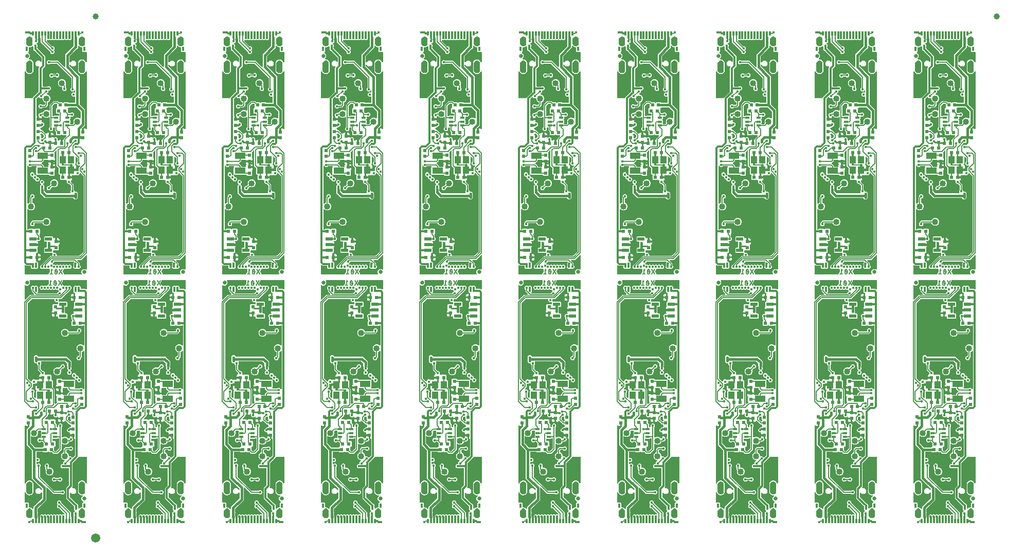
<source format=gbl>
G04 EAGLE Gerber RS-274X export*
G75*
%MOMM*%
%FSLAX34Y34*%
%LPD*%
%INBottom Copper*%
%IPPOS*%
%AMOC8*
5,1,8,0,0,1.08239X$1,22.5*%
G01*
%ADD10C,0.127000*%
%ADD11C,0.635000*%
%ADD12R,0.300000X0.800000*%
%ADD13R,0.400000X0.800000*%
%ADD14R,0.600000X0.600000*%
%ADD15R,1.100000X1.200000*%
%ADD16R,0.660000X0.300000*%
%ADD17R,1.800000X1.000000*%
%ADD18C,0.600000*%
%ADD19C,1.016000*%
%ADD20R,1.200000X0.550000*%
%ADD21C,1.000000*%
%ADD22C,1.500000*%
%ADD23C,0.377800*%
%ADD24C,0.304800*%
%ADD25C,0.254000*%
%ADD26C,0.152400*%
%ADD27C,0.406400*%
%ADD28C,0.355600*%

G36*
X1178618Y413521D02*
X1178618Y413521D01*
X1178676Y413519D01*
X1178758Y413541D01*
X1178842Y413553D01*
X1178895Y413576D01*
X1178951Y413591D01*
X1179024Y413634D01*
X1179101Y413669D01*
X1179146Y413707D01*
X1179196Y413736D01*
X1179254Y413798D01*
X1179318Y413852D01*
X1179350Y413901D01*
X1179390Y413944D01*
X1179429Y414019D01*
X1179476Y414089D01*
X1179493Y414145D01*
X1179520Y414197D01*
X1179531Y414265D01*
X1179561Y414360D01*
X1179564Y414460D01*
X1179575Y414528D01*
X1179575Y415550D01*
X1180866Y416841D01*
X1180875Y416843D01*
X1180958Y416855D01*
X1181012Y416878D01*
X1181068Y416893D01*
X1181141Y416936D01*
X1181218Y416971D01*
X1181262Y417009D01*
X1181312Y417038D01*
X1181370Y417100D01*
X1181435Y417154D01*
X1181467Y417203D01*
X1181507Y417246D01*
X1181545Y417321D01*
X1181592Y417391D01*
X1181610Y417447D01*
X1181636Y417499D01*
X1181648Y417567D01*
X1181678Y417662D01*
X1181681Y417762D01*
X1181692Y417830D01*
X1181692Y421656D01*
X1181684Y421711D01*
X1181685Y421751D01*
X1181685Y421753D01*
X1181685Y421772D01*
X1181664Y421854D01*
X1181652Y421938D01*
X1181628Y421991D01*
X1181613Y422047D01*
X1181570Y422120D01*
X1181536Y422197D01*
X1181498Y422242D01*
X1181468Y422292D01*
X1181407Y422350D01*
X1181352Y422414D01*
X1181304Y422446D01*
X1181261Y422486D01*
X1181186Y422525D01*
X1181116Y422572D01*
X1181060Y422589D01*
X1181008Y422616D01*
X1180940Y422627D01*
X1180845Y422657D01*
X1180745Y422660D01*
X1180677Y422671D01*
X1177749Y422671D01*
X1177357Y423063D01*
X1177310Y423098D01*
X1177270Y423141D01*
X1177197Y423184D01*
X1177130Y423234D01*
X1177075Y423255D01*
X1177025Y423285D01*
X1176943Y423305D01*
X1176864Y423335D01*
X1176806Y423340D01*
X1176749Y423355D01*
X1176665Y423352D01*
X1176581Y423359D01*
X1176523Y423348D01*
X1176465Y423346D01*
X1176385Y423320D01*
X1176302Y423303D01*
X1176250Y423276D01*
X1176194Y423258D01*
X1176138Y423218D01*
X1176050Y423172D01*
X1175977Y423103D01*
X1175921Y423063D01*
X1175529Y422671D01*
X1172701Y422671D01*
X1172309Y423063D01*
X1172262Y423098D01*
X1172222Y423141D01*
X1172149Y423184D01*
X1172082Y423234D01*
X1172027Y423255D01*
X1171977Y423285D01*
X1171895Y423305D01*
X1171816Y423335D01*
X1171758Y423340D01*
X1171701Y423355D01*
X1171617Y423352D01*
X1171533Y423359D01*
X1171475Y423348D01*
X1171417Y423346D01*
X1171337Y423320D01*
X1171254Y423303D01*
X1171202Y423276D01*
X1171146Y423258D01*
X1171090Y423218D01*
X1171002Y423172D01*
X1170929Y423103D01*
X1170873Y423063D01*
X1170481Y422671D01*
X1167653Y422671D01*
X1165653Y424671D01*
X1165653Y427499D01*
X1166610Y428456D01*
X1166662Y428526D01*
X1166722Y428589D01*
X1166748Y428639D01*
X1166781Y428683D01*
X1166812Y428765D01*
X1166852Y428842D01*
X1166860Y428890D01*
X1166882Y428948D01*
X1166894Y429096D01*
X1166907Y429174D01*
X1166907Y429334D01*
X1182137Y444564D01*
X1185244Y444564D01*
X1185301Y444572D01*
X1185360Y444570D01*
X1185441Y444592D01*
X1185525Y444604D01*
X1185578Y444627D01*
X1185635Y444642D01*
X1185707Y444685D01*
X1185784Y444720D01*
X1185829Y444758D01*
X1185879Y444787D01*
X1185937Y444849D01*
X1186001Y444903D01*
X1186034Y444952D01*
X1186074Y444995D01*
X1186112Y445070D01*
X1186159Y445140D01*
X1186177Y445196D01*
X1186203Y445248D01*
X1186215Y445316D01*
X1186245Y445411D01*
X1186247Y445511D01*
X1186259Y445579D01*
X1186259Y447709D01*
X1186286Y447794D01*
X1186326Y447900D01*
X1186328Y447929D01*
X1186337Y447957D01*
X1186340Y448070D01*
X1186350Y448183D01*
X1186344Y448212D01*
X1186345Y448241D01*
X1186316Y448351D01*
X1186294Y448462D01*
X1186280Y448488D01*
X1186273Y448516D01*
X1186215Y448613D01*
X1186163Y448714D01*
X1186143Y448736D01*
X1186128Y448761D01*
X1186045Y448838D01*
X1185967Y448920D01*
X1185942Y448935D01*
X1185920Y448955D01*
X1185819Y449007D01*
X1185722Y449064D01*
X1185693Y449071D01*
X1185667Y449085D01*
X1185590Y449098D01*
X1185446Y449134D01*
X1185384Y449132D01*
X1185336Y449140D01*
X1172864Y449140D01*
X1171971Y450033D01*
X1171971Y456797D01*
X1172864Y457690D01*
X1175258Y457690D01*
X1175316Y457698D01*
X1175374Y457696D01*
X1175456Y457718D01*
X1175540Y457730D01*
X1175593Y457753D01*
X1175649Y457768D01*
X1175722Y457811D01*
X1175799Y457846D01*
X1175844Y457884D01*
X1175894Y457913D01*
X1175952Y457975D01*
X1176016Y458029D01*
X1176048Y458078D01*
X1176088Y458121D01*
X1176127Y458196D01*
X1176174Y458266D01*
X1176191Y458322D01*
X1176218Y458374D01*
X1176229Y458442D01*
X1176259Y458537D01*
X1176262Y458637D01*
X1176273Y458705D01*
X1176273Y467125D01*
X1176265Y467183D01*
X1176267Y467241D01*
X1176245Y467323D01*
X1176233Y467407D01*
X1176210Y467460D01*
X1176195Y467516D01*
X1176152Y467589D01*
X1176117Y467666D01*
X1176079Y467711D01*
X1176050Y467761D01*
X1175988Y467819D01*
X1175934Y467883D01*
X1175885Y467915D01*
X1175842Y467955D01*
X1175767Y467994D01*
X1175697Y468041D01*
X1175641Y468058D01*
X1175589Y468085D01*
X1175521Y468096D01*
X1175426Y468126D01*
X1175326Y468129D01*
X1175258Y468140D01*
X1172864Y468140D01*
X1171971Y469033D01*
X1171971Y475797D01*
X1172864Y476690D01*
X1186128Y476690D01*
X1187021Y475797D01*
X1187021Y474366D01*
X1187028Y474318D01*
X1187025Y474269D01*
X1187047Y474178D01*
X1187061Y474085D01*
X1187080Y474040D01*
X1187092Y473993D01*
X1187138Y473911D01*
X1187177Y473825D01*
X1187208Y473788D01*
X1187232Y473746D01*
X1187300Y473680D01*
X1187360Y473608D01*
X1187401Y473581D01*
X1187436Y473547D01*
X1187519Y473503D01*
X1187597Y473451D01*
X1187644Y473436D01*
X1187687Y473413D01*
X1187779Y473393D01*
X1187868Y473365D01*
X1187917Y473364D01*
X1187965Y473353D01*
X1188039Y473361D01*
X1188152Y473358D01*
X1188236Y473380D01*
X1188299Y473386D01*
X1188561Y473456D01*
X1190396Y473456D01*
X1190396Y468399D01*
X1190404Y468341D01*
X1190402Y468283D01*
X1190424Y468201D01*
X1190436Y468118D01*
X1190459Y468064D01*
X1190474Y468008D01*
X1190517Y467935D01*
X1190552Y467858D01*
X1190590Y467814D01*
X1190619Y467763D01*
X1190681Y467706D01*
X1190735Y467641D01*
X1190784Y467609D01*
X1190827Y467569D01*
X1190902Y467530D01*
X1190972Y467484D01*
X1191028Y467466D01*
X1191080Y467439D01*
X1191148Y467428D01*
X1191243Y467398D01*
X1191343Y467395D01*
X1191370Y467391D01*
X1191372Y467373D01*
X1191371Y467315D01*
X1191392Y467233D01*
X1191404Y467149D01*
X1191428Y467096D01*
X1191442Y467040D01*
X1191486Y466967D01*
X1191520Y466890D01*
X1191558Y466845D01*
X1191588Y466795D01*
X1191649Y466737D01*
X1191704Y466673D01*
X1191752Y466641D01*
X1191795Y466601D01*
X1191870Y466562D01*
X1191940Y466515D01*
X1191996Y466498D01*
X1192048Y466471D01*
X1192116Y466460D01*
X1192211Y466430D01*
X1192311Y466427D01*
X1192379Y466416D01*
X1197436Y466416D01*
X1197436Y464581D01*
X1197263Y463934D01*
X1196928Y463355D01*
X1196488Y462915D01*
X1196452Y462868D01*
X1196410Y462828D01*
X1196367Y462755D01*
X1196317Y462687D01*
X1196296Y462633D01*
X1196266Y462582D01*
X1196246Y462501D01*
X1196215Y462422D01*
X1196211Y462363D01*
X1196196Y462307D01*
X1196199Y462223D01*
X1196192Y462138D01*
X1196203Y462081D01*
X1196205Y462023D01*
X1196231Y461942D01*
X1196248Y461860D01*
X1196275Y461808D01*
X1196293Y461752D01*
X1196333Y461696D01*
X1196379Y461607D01*
X1196420Y461564D01*
X1196420Y454283D01*
X1195527Y453390D01*
X1188036Y453390D01*
X1187978Y453382D01*
X1187920Y453384D01*
X1187838Y453362D01*
X1187754Y453350D01*
X1187701Y453327D01*
X1187645Y453312D01*
X1187572Y453269D01*
X1187495Y453234D01*
X1187450Y453196D01*
X1187400Y453167D01*
X1187342Y453105D01*
X1187278Y453051D01*
X1187246Y453002D01*
X1187206Y452959D01*
X1187167Y452884D01*
X1187120Y452814D01*
X1187103Y452758D01*
X1187076Y452706D01*
X1187065Y452638D01*
X1187035Y452543D01*
X1187032Y452443D01*
X1187021Y452375D01*
X1187021Y450627D01*
X1187029Y450569D01*
X1187027Y450511D01*
X1187049Y450429D01*
X1187061Y450345D01*
X1187084Y450292D01*
X1187099Y450236D01*
X1187142Y450163D01*
X1187177Y450086D01*
X1187215Y450041D01*
X1187244Y449991D01*
X1187306Y449933D01*
X1187360Y449869D01*
X1187409Y449837D01*
X1187452Y449797D01*
X1187527Y449758D01*
X1187597Y449711D01*
X1187653Y449694D01*
X1187705Y449667D01*
X1187773Y449656D01*
X1187868Y449626D01*
X1187968Y449623D01*
X1188036Y449612D01*
X1191087Y449612D01*
X1193086Y447612D01*
X1193086Y445579D01*
X1193094Y445521D01*
X1193093Y445463D01*
X1193114Y445381D01*
X1193126Y445297D01*
X1193150Y445244D01*
X1193165Y445188D01*
X1193208Y445115D01*
X1193242Y445038D01*
X1193280Y444993D01*
X1193310Y444943D01*
X1193372Y444885D01*
X1193426Y444821D01*
X1193475Y444789D01*
X1193517Y444749D01*
X1193592Y444710D01*
X1193663Y444663D01*
X1193718Y444646D01*
X1193770Y444619D01*
X1193838Y444608D01*
X1193934Y444578D01*
X1194033Y444575D01*
X1194101Y444564D01*
X1229977Y444564D01*
X1230063Y444576D01*
X1230151Y444579D01*
X1230203Y444596D01*
X1230258Y444604D01*
X1230338Y444639D01*
X1230421Y444666D01*
X1230461Y444694D01*
X1230518Y444720D01*
X1230631Y444816D01*
X1230695Y444861D01*
X1237063Y451229D01*
X1237115Y451299D01*
X1237175Y451363D01*
X1237201Y451412D01*
X1237234Y451457D01*
X1237265Y451538D01*
X1237305Y451616D01*
X1237313Y451664D01*
X1237335Y451722D01*
X1237347Y451870D01*
X1237360Y451947D01*
X1237360Y574868D01*
X1237348Y574955D01*
X1237345Y575042D01*
X1237328Y575095D01*
X1237320Y575150D01*
X1237285Y575230D01*
X1237258Y575313D01*
X1237230Y575352D01*
X1237204Y575409D01*
X1237108Y575522D01*
X1237063Y575586D01*
X1232380Y580269D01*
X1232356Y580287D01*
X1232337Y580309D01*
X1232243Y580372D01*
X1232153Y580440D01*
X1232125Y580451D01*
X1232101Y580467D01*
X1231993Y580501D01*
X1231887Y580541D01*
X1231858Y580544D01*
X1231830Y580553D01*
X1231716Y580556D01*
X1231604Y580565D01*
X1231575Y580559D01*
X1231546Y580560D01*
X1231436Y580531D01*
X1231325Y580509D01*
X1231299Y580496D01*
X1231271Y580488D01*
X1231173Y580430D01*
X1231073Y580378D01*
X1231051Y580358D01*
X1231026Y580343D01*
X1230949Y580260D01*
X1230867Y580182D01*
X1230852Y580157D01*
X1230832Y580136D01*
X1230780Y580035D01*
X1230723Y579937D01*
X1230716Y579909D01*
X1230702Y579882D01*
X1230689Y579805D01*
X1230653Y579661D01*
X1230655Y579599D01*
X1230647Y579551D01*
X1230647Y579293D01*
X1228647Y577294D01*
X1225819Y577294D01*
X1225258Y577854D01*
X1225212Y577890D01*
X1225171Y577932D01*
X1225099Y577975D01*
X1225031Y578025D01*
X1224977Y578046D01*
X1224926Y578076D01*
X1224844Y578096D01*
X1224766Y578127D01*
X1224707Y578131D01*
X1224651Y578146D01*
X1224566Y578143D01*
X1224482Y578150D01*
X1224425Y578139D01*
X1224366Y578137D01*
X1224286Y578111D01*
X1224203Y578094D01*
X1224152Y578067D01*
X1224096Y578049D01*
X1224040Y578009D01*
X1223951Y577963D01*
X1223879Y577894D01*
X1223862Y577882D01*
X1223256Y577532D01*
X1222609Y577359D01*
X1219326Y577359D01*
X1219268Y577351D01*
X1219210Y577353D01*
X1219128Y577331D01*
X1219044Y577319D01*
X1218991Y577296D01*
X1218935Y577281D01*
X1218862Y577238D01*
X1218785Y577203D01*
X1218740Y577165D01*
X1218690Y577136D01*
X1218632Y577074D01*
X1218568Y577020D01*
X1218536Y576971D01*
X1218496Y576928D01*
X1218457Y576853D01*
X1218410Y576783D01*
X1218393Y576727D01*
X1218366Y576675D01*
X1218355Y576607D01*
X1218325Y576512D01*
X1218322Y576412D01*
X1218311Y576344D01*
X1218311Y575539D01*
X1213254Y575539D01*
X1213196Y575531D01*
X1213138Y575533D01*
X1213056Y575511D01*
X1212973Y575499D01*
X1212919Y575476D01*
X1212863Y575461D01*
X1212790Y575418D01*
X1212713Y575383D01*
X1212669Y575345D01*
X1212618Y575316D01*
X1212561Y575254D01*
X1212496Y575200D01*
X1212464Y575151D01*
X1212424Y575108D01*
X1212385Y575033D01*
X1212339Y574963D01*
X1212321Y574907D01*
X1212294Y574855D01*
X1212283Y574787D01*
X1212253Y574692D01*
X1212250Y574592D01*
X1212239Y574524D01*
X1212239Y573556D01*
X1212247Y573498D01*
X1212246Y573440D01*
X1212267Y573358D01*
X1212279Y573274D01*
X1212303Y573221D01*
X1212317Y573165D01*
X1212361Y573092D01*
X1212395Y573015D01*
X1212433Y572970D01*
X1212463Y572920D01*
X1212524Y572862D01*
X1212579Y572798D01*
X1212627Y572766D01*
X1212670Y572726D01*
X1212745Y572687D01*
X1212815Y572640D01*
X1212871Y572623D01*
X1212923Y572596D01*
X1212991Y572585D01*
X1213086Y572555D01*
X1213186Y572552D01*
X1213254Y572541D01*
X1218311Y572541D01*
X1218311Y570706D01*
X1218138Y570059D01*
X1217803Y569480D01*
X1217330Y569007D01*
X1216755Y568675D01*
X1216694Y568627D01*
X1216627Y568587D01*
X1216583Y568540D01*
X1216531Y568500D01*
X1216486Y568437D01*
X1216433Y568380D01*
X1216403Y568322D01*
X1216365Y568269D01*
X1216339Y568196D01*
X1216303Y568127D01*
X1216294Y568072D01*
X1216269Y568002D01*
X1216261Y567872D01*
X1216248Y567796D01*
X1216248Y566481D01*
X1216260Y566395D01*
X1216263Y566307D01*
X1216280Y566254D01*
X1216288Y566200D01*
X1216323Y566120D01*
X1216350Y566037D01*
X1216378Y565997D01*
X1216404Y565940D01*
X1216500Y565827D01*
X1216545Y565763D01*
X1220730Y561578D01*
X1220730Y553628D01*
X1220742Y553542D01*
X1220745Y553454D01*
X1220762Y553401D01*
X1220770Y553347D01*
X1220806Y553267D01*
X1220833Y553184D01*
X1220861Y553144D01*
X1220886Y553087D01*
X1220939Y553025D01*
X1220965Y552981D01*
X1221001Y552947D01*
X1221028Y552910D01*
X1221984Y551954D01*
X1221984Y551307D01*
X1221992Y551249D01*
X1221991Y551191D01*
X1222012Y551109D01*
X1222024Y551025D01*
X1222048Y550972D01*
X1222063Y550916D01*
X1222106Y550843D01*
X1222140Y550766D01*
X1222178Y550721D01*
X1222208Y550671D01*
X1222269Y550613D01*
X1222324Y550549D01*
X1222373Y550517D01*
X1222415Y550477D01*
X1222490Y550438D01*
X1222561Y550391D01*
X1222616Y550374D01*
X1222668Y550347D01*
X1222736Y550336D01*
X1222832Y550306D01*
X1222931Y550303D01*
X1222999Y550292D01*
X1225118Y550292D01*
X1227202Y548208D01*
X1227202Y539547D01*
X1225118Y537463D01*
X1222172Y537463D01*
X1219929Y539706D01*
X1219859Y539758D01*
X1219795Y539818D01*
X1219746Y539844D01*
X1219702Y539877D01*
X1219620Y539908D01*
X1219542Y539948D01*
X1219495Y539956D01*
X1219436Y539978D01*
X1219289Y539990D01*
X1219211Y540003D01*
X1173277Y540003D01*
X1165478Y547802D01*
X1165478Y555193D01*
X1165689Y555404D01*
X1165741Y555474D01*
X1165801Y555538D01*
X1165827Y555587D01*
X1165860Y555631D01*
X1165891Y555713D01*
X1165931Y555791D01*
X1165939Y555838D01*
X1165961Y555897D01*
X1165973Y556044D01*
X1165986Y556122D01*
X1165986Y556600D01*
X1165974Y556687D01*
X1165971Y556774D01*
X1165954Y556827D01*
X1165946Y556882D01*
X1165911Y556962D01*
X1165884Y557045D01*
X1165856Y557084D01*
X1165830Y557141D01*
X1165734Y557255D01*
X1165689Y557318D01*
X1165621Y557386D01*
X1165621Y560214D01*
X1166801Y561393D01*
X1166836Y561440D01*
X1166878Y561480D01*
X1166921Y561553D01*
X1166972Y561621D01*
X1166993Y561675D01*
X1167022Y561726D01*
X1167043Y561807D01*
X1167073Y561886D01*
X1167078Y561945D01*
X1167092Y562001D01*
X1167089Y562086D01*
X1167096Y562170D01*
X1167085Y562227D01*
X1167083Y562285D01*
X1167057Y562366D01*
X1167041Y562448D01*
X1167014Y562500D01*
X1166996Y562556D01*
X1166956Y562612D01*
X1166910Y562701D01*
X1166841Y562773D01*
X1166801Y562829D01*
X1165182Y564448D01*
X1165182Y567496D01*
X1165178Y567525D01*
X1165180Y567555D01*
X1165158Y567666D01*
X1165142Y567778D01*
X1165130Y567804D01*
X1165124Y567833D01*
X1165072Y567934D01*
X1165061Y567958D01*
X1165107Y567946D01*
X1165216Y567912D01*
X1165245Y567911D01*
X1165273Y567904D01*
X1165386Y567908D01*
X1165500Y567905D01*
X1165528Y567912D01*
X1165558Y567913D01*
X1165666Y567948D01*
X1165775Y567977D01*
X1165800Y567992D01*
X1165828Y568001D01*
X1165892Y568046D01*
X1166019Y568122D01*
X1166062Y568167D01*
X1166101Y568195D01*
X1167182Y569276D01*
X1170010Y569276D01*
X1172009Y567276D01*
X1172009Y564448D01*
X1170830Y563269D01*
X1170795Y563222D01*
X1170752Y563182D01*
X1170710Y563109D01*
X1170659Y563041D01*
X1170638Y562987D01*
X1170609Y562936D01*
X1170588Y562855D01*
X1170558Y562776D01*
X1170553Y562717D01*
X1170539Y562661D01*
X1170541Y562576D01*
X1170534Y562492D01*
X1170546Y562435D01*
X1170548Y562377D01*
X1170574Y562296D01*
X1170590Y562214D01*
X1170617Y562162D01*
X1170635Y562106D01*
X1170675Y562050D01*
X1170721Y561961D01*
X1170790Y561889D01*
X1170830Y561833D01*
X1172449Y560214D01*
X1172449Y557386D01*
X1172381Y557318D01*
X1172329Y557249D01*
X1172269Y557185D01*
X1172243Y557135D01*
X1172210Y557091D01*
X1172179Y557009D01*
X1172139Y556932D01*
X1172131Y556884D01*
X1172109Y556825D01*
X1172097Y556678D01*
X1172084Y556600D01*
X1172084Y556122D01*
X1172096Y556035D01*
X1172099Y555948D01*
X1172116Y555895D01*
X1172124Y555840D01*
X1172159Y555760D01*
X1172186Y555677D01*
X1172214Y555638D01*
X1172240Y555581D01*
X1172336Y555468D01*
X1172381Y555404D01*
X1172592Y555193D01*
X1172592Y551169D01*
X1172604Y551082D01*
X1172607Y550995D01*
X1172624Y550942D01*
X1172632Y550887D01*
X1172667Y550807D01*
X1172694Y550724D01*
X1172722Y550685D01*
X1172748Y550628D01*
X1172844Y550515D01*
X1172889Y550451D01*
X1175926Y547414D01*
X1175996Y547362D01*
X1176060Y547302D01*
X1176109Y547276D01*
X1176153Y547243D01*
X1176235Y547212D01*
X1176313Y547172D01*
X1176360Y547164D01*
X1176419Y547142D01*
X1176566Y547130D01*
X1176644Y547117D01*
X1214715Y547117D01*
X1214744Y547121D01*
X1214773Y547118D01*
X1214884Y547141D01*
X1214996Y547157D01*
X1215023Y547169D01*
X1215052Y547174D01*
X1215152Y547227D01*
X1215255Y547273D01*
X1215278Y547292D01*
X1215304Y547305D01*
X1215386Y547383D01*
X1215472Y547456D01*
X1215489Y547481D01*
X1215510Y547501D01*
X1215567Y547599D01*
X1215630Y547693D01*
X1215639Y547721D01*
X1215654Y547746D01*
X1215682Y547856D01*
X1215716Y547964D01*
X1215717Y547994D01*
X1215724Y548022D01*
X1215720Y548135D01*
X1215723Y548248D01*
X1215716Y548277D01*
X1215715Y548306D01*
X1215680Y548414D01*
X1215651Y548523D01*
X1215636Y548549D01*
X1215627Y548577D01*
X1215582Y548641D01*
X1215506Y548768D01*
X1215460Y548811D01*
X1215432Y548850D01*
X1215157Y549126D01*
X1215157Y551954D01*
X1216113Y552910D01*
X1216127Y552929D01*
X1216142Y552942D01*
X1216173Y552988D01*
X1216226Y553044D01*
X1216251Y553093D01*
X1216284Y553137D01*
X1216299Y553178D01*
X1216300Y553178D01*
X1216301Y553182D01*
X1216315Y553219D01*
X1216355Y553297D01*
X1216363Y553345D01*
X1216385Y553403D01*
X1216398Y553551D01*
X1216411Y553628D01*
X1216411Y559368D01*
X1216398Y559455D01*
X1216396Y559542D01*
X1216379Y559595D01*
X1216371Y559650D01*
X1216335Y559730D01*
X1216308Y559813D01*
X1216280Y559852D01*
X1216255Y559909D01*
X1216159Y560023D01*
X1216113Y560086D01*
X1213491Y562709D01*
X1213421Y562761D01*
X1213357Y562821D01*
X1213308Y562847D01*
X1213264Y562880D01*
X1213182Y562911D01*
X1213104Y562951D01*
X1213056Y562959D01*
X1212998Y562981D01*
X1212850Y562993D01*
X1212773Y563006D01*
X1211420Y563006D01*
X1209420Y565006D01*
X1209420Y567724D01*
X1209411Y567792D01*
X1209411Y567860D01*
X1209391Y567932D01*
X1209380Y568006D01*
X1209353Y568068D01*
X1209334Y568134D01*
X1209295Y568197D01*
X1209264Y568265D01*
X1209220Y568317D01*
X1209184Y568375D01*
X1209129Y568425D01*
X1209081Y568482D01*
X1209024Y568520D01*
X1208973Y568566D01*
X1208929Y568586D01*
X1208905Y568606D01*
X1208210Y569007D01*
X1207770Y569447D01*
X1207723Y569483D01*
X1207683Y569525D01*
X1207610Y569568D01*
X1207542Y569618D01*
X1207488Y569639D01*
X1207437Y569669D01*
X1207356Y569689D01*
X1207277Y569720D01*
X1207218Y569724D01*
X1207162Y569739D01*
X1207078Y569736D01*
X1206993Y569743D01*
X1206936Y569732D01*
X1206878Y569730D01*
X1206797Y569704D01*
X1206715Y569687D01*
X1206663Y569660D01*
X1206607Y569642D01*
X1206551Y569602D01*
X1206462Y569556D01*
X1206419Y569515D01*
X1199138Y569515D01*
X1198245Y570408D01*
X1198245Y577360D01*
X1198237Y577418D01*
X1198239Y577476D01*
X1198217Y577558D01*
X1198205Y577642D01*
X1198182Y577695D01*
X1198167Y577751D01*
X1198124Y577824D01*
X1198089Y577901D01*
X1198051Y577946D01*
X1198022Y577996D01*
X1197960Y578054D01*
X1197906Y578118D01*
X1197857Y578150D01*
X1197814Y578190D01*
X1197739Y578229D01*
X1197669Y578276D01*
X1197613Y578293D01*
X1197561Y578320D01*
X1197493Y578331D01*
X1197398Y578361D01*
X1197298Y578364D01*
X1197230Y578375D01*
X1196643Y578375D01*
X1195750Y579268D01*
X1195750Y589450D01*
X1195738Y589536D01*
X1195735Y589624D01*
X1195718Y589677D01*
X1195710Y589731D01*
X1195675Y589811D01*
X1195648Y589894D01*
X1195620Y589934D01*
X1195594Y589991D01*
X1195498Y590104D01*
X1195453Y590168D01*
X1192894Y592726D01*
X1192894Y616524D01*
X1192890Y616553D01*
X1192893Y616582D01*
X1192870Y616693D01*
X1192854Y616805D01*
X1192842Y616832D01*
X1192837Y616861D01*
X1192785Y616961D01*
X1192738Y617065D01*
X1192719Y617087D01*
X1192706Y617113D01*
X1192628Y617195D01*
X1192555Y617282D01*
X1192530Y617298D01*
X1192510Y617319D01*
X1192412Y617377D01*
X1192318Y617439D01*
X1192290Y617448D01*
X1192265Y617463D01*
X1192155Y617491D01*
X1192047Y617525D01*
X1192017Y617526D01*
X1191989Y617533D01*
X1191876Y617530D01*
X1191763Y617532D01*
X1191734Y617525D01*
X1191705Y617524D01*
X1191597Y617489D01*
X1191488Y617461D01*
X1191462Y617446D01*
X1191434Y617437D01*
X1191371Y617391D01*
X1191243Y617315D01*
X1191200Y617270D01*
X1191161Y617242D01*
X1189288Y615369D01*
X1189253Y615322D01*
X1189211Y615282D01*
X1189168Y615209D01*
X1189117Y615142D01*
X1189097Y615087D01*
X1189067Y615037D01*
X1189046Y614955D01*
X1189016Y614876D01*
X1189011Y614818D01*
X1188997Y614761D01*
X1188999Y614677D01*
X1188993Y614593D01*
X1189004Y614535D01*
X1189006Y614477D01*
X1189032Y614397D01*
X1189048Y614314D01*
X1189075Y614262D01*
X1189093Y614206D01*
X1189133Y614150D01*
X1189179Y614062D01*
X1189248Y613989D01*
X1189288Y613933D01*
X1189435Y613787D01*
X1189435Y606514D01*
X1189425Y606504D01*
X1189382Y606431D01*
X1189332Y606364D01*
X1189311Y606310D01*
X1189281Y606259D01*
X1189261Y606177D01*
X1189231Y606099D01*
X1189226Y606040D01*
X1189211Y605984D01*
X1189214Y605899D01*
X1189207Y605815D01*
X1189218Y605758D01*
X1189220Y605699D01*
X1189246Y605619D01*
X1189263Y605536D01*
X1189290Y605484D01*
X1189308Y605429D01*
X1189348Y605373D01*
X1189394Y605284D01*
X1189463Y605212D01*
X1189503Y605156D01*
X1189943Y604715D01*
X1190278Y604136D01*
X1190451Y603489D01*
X1190451Y601654D01*
X1185394Y601654D01*
X1185336Y601646D01*
X1185278Y601648D01*
X1185196Y601626D01*
X1185113Y601614D01*
X1185059Y601591D01*
X1185003Y601576D01*
X1184930Y601533D01*
X1184911Y601524D01*
X1184865Y601555D01*
X1184809Y601572D01*
X1184757Y601599D01*
X1184689Y601610D01*
X1184594Y601640D01*
X1184494Y601643D01*
X1184426Y601654D01*
X1179369Y601654D01*
X1179369Y601860D01*
X1179361Y601918D01*
X1179363Y601976D01*
X1179341Y602058D01*
X1179329Y602142D01*
X1179306Y602195D01*
X1179291Y602251D01*
X1179248Y602324D01*
X1179213Y602401D01*
X1179175Y602446D01*
X1179146Y602496D01*
X1179084Y602554D01*
X1179030Y602618D01*
X1178981Y602650D01*
X1178938Y602690D01*
X1178863Y602729D01*
X1178793Y602776D01*
X1178737Y602793D01*
X1178685Y602820D01*
X1178617Y602831D01*
X1178522Y602861D01*
X1178422Y602864D01*
X1178354Y602875D01*
X1172845Y602875D01*
X1172787Y602867D01*
X1172729Y602869D01*
X1172647Y602847D01*
X1172563Y602835D01*
X1172510Y602812D01*
X1172454Y602797D01*
X1172381Y602754D01*
X1172304Y602719D01*
X1172259Y602681D01*
X1172209Y602652D01*
X1172151Y602590D01*
X1172087Y602536D01*
X1172055Y602487D01*
X1172015Y602444D01*
X1171976Y602369D01*
X1171929Y602299D01*
X1171912Y602243D01*
X1171885Y602191D01*
X1171874Y602123D01*
X1171844Y602028D01*
X1171841Y601928D01*
X1171830Y601860D01*
X1171830Y601085D01*
X1168362Y597618D01*
X1168345Y597595D01*
X1168322Y597576D01*
X1168306Y597551D01*
X1168285Y597531D01*
X1168242Y597458D01*
X1168191Y597391D01*
X1168181Y597364D01*
X1168165Y597339D01*
X1168156Y597311D01*
X1168141Y597286D01*
X1168120Y597203D01*
X1168090Y597125D01*
X1168088Y597096D01*
X1168079Y597068D01*
X1168078Y597038D01*
X1168071Y597010D01*
X1168074Y596925D01*
X1168067Y596842D01*
X1168072Y596813D01*
X1168072Y596784D01*
X1168079Y596755D01*
X1168080Y596726D01*
X1168106Y596645D01*
X1168122Y596563D01*
X1168136Y596537D01*
X1168143Y596509D01*
X1168158Y596483D01*
X1168167Y596455D01*
X1168208Y596399D01*
X1168253Y596311D01*
X1168273Y596290D01*
X1168289Y596264D01*
X1168334Y596221D01*
X1168362Y596182D01*
X1170267Y594277D01*
X1171830Y592715D01*
X1171830Y591940D01*
X1171838Y591882D01*
X1171836Y591824D01*
X1171858Y591742D01*
X1171870Y591658D01*
X1171893Y591605D01*
X1171908Y591549D01*
X1171951Y591476D01*
X1171986Y591399D01*
X1172024Y591354D01*
X1172053Y591304D01*
X1172115Y591246D01*
X1172169Y591182D01*
X1172218Y591150D01*
X1172261Y591110D01*
X1172336Y591071D01*
X1172406Y591024D01*
X1172462Y591007D01*
X1172514Y590980D01*
X1172582Y590969D01*
X1172677Y590939D01*
X1172777Y590936D01*
X1172845Y590925D01*
X1178354Y590925D01*
X1178412Y590933D01*
X1178470Y590931D01*
X1178552Y590953D01*
X1178636Y590965D01*
X1178689Y590988D01*
X1178745Y591003D01*
X1178818Y591046D01*
X1178895Y591081D01*
X1178940Y591119D01*
X1178990Y591148D01*
X1179048Y591210D01*
X1179112Y591264D01*
X1179144Y591313D01*
X1179184Y591356D01*
X1179223Y591431D01*
X1179270Y591501D01*
X1179287Y591557D01*
X1179314Y591609D01*
X1179325Y591677D01*
X1179355Y591772D01*
X1179358Y591872D01*
X1179369Y591940D01*
X1179369Y593804D01*
X1179542Y594451D01*
X1179747Y594805D01*
X1179776Y594877D01*
X1179814Y594945D01*
X1179829Y595008D01*
X1179853Y595068D01*
X1179861Y595146D01*
X1179879Y595222D01*
X1179876Y595287D01*
X1179882Y595351D01*
X1179868Y595428D01*
X1179864Y595506D01*
X1179845Y595558D01*
X1179832Y595631D01*
X1179774Y595747D01*
X1179747Y595820D01*
X1179542Y596174D01*
X1179369Y596821D01*
X1179369Y598656D01*
X1183411Y598656D01*
X1183411Y590954D01*
X1183419Y590896D01*
X1183417Y590838D01*
X1183439Y590756D01*
X1183451Y590673D01*
X1183474Y590619D01*
X1183489Y590563D01*
X1183532Y590490D01*
X1183567Y590413D01*
X1183605Y590369D01*
X1183634Y590318D01*
X1183696Y590261D01*
X1183750Y590196D01*
X1183799Y590164D01*
X1183842Y590124D01*
X1183917Y590085D01*
X1183987Y590039D01*
X1184043Y590021D01*
X1184095Y589994D01*
X1184163Y589983D01*
X1184258Y589953D01*
X1184358Y589950D01*
X1184385Y589946D01*
X1184387Y589928D01*
X1184386Y589870D01*
X1184407Y589788D01*
X1184419Y589704D01*
X1184443Y589651D01*
X1184457Y589595D01*
X1184501Y589522D01*
X1184535Y589445D01*
X1184573Y589400D01*
X1184603Y589350D01*
X1184664Y589292D01*
X1184719Y589228D01*
X1184767Y589196D01*
X1184810Y589156D01*
X1184885Y589117D01*
X1184955Y589070D01*
X1185011Y589053D01*
X1185063Y589026D01*
X1185131Y589015D01*
X1185226Y588985D01*
X1185326Y588982D01*
X1185394Y588971D01*
X1190451Y588971D01*
X1190451Y587136D01*
X1190278Y586489D01*
X1189943Y585910D01*
X1189503Y585470D01*
X1189467Y585423D01*
X1189425Y585383D01*
X1189382Y585310D01*
X1189332Y585242D01*
X1189311Y585188D01*
X1189281Y585137D01*
X1189261Y585056D01*
X1189230Y584977D01*
X1189226Y584918D01*
X1189211Y584862D01*
X1189214Y584778D01*
X1189207Y584693D01*
X1189218Y584636D01*
X1189220Y584578D01*
X1189246Y584497D01*
X1189263Y584415D01*
X1189290Y584363D01*
X1189308Y584307D01*
X1189348Y584251D01*
X1189394Y584162D01*
X1189435Y584119D01*
X1189435Y576838D01*
X1188542Y575945D01*
X1181278Y575945D01*
X1180385Y576838D01*
X1180385Y576860D01*
X1180377Y576918D01*
X1180379Y576976D01*
X1180357Y577058D01*
X1180345Y577142D01*
X1180322Y577195D01*
X1180307Y577251D01*
X1180264Y577324D01*
X1180229Y577401D01*
X1180191Y577446D01*
X1180162Y577496D01*
X1180100Y577554D01*
X1180046Y577618D01*
X1179997Y577650D01*
X1179954Y577690D01*
X1179879Y577729D01*
X1179809Y577776D01*
X1179753Y577793D01*
X1179701Y577820D01*
X1179633Y577831D01*
X1179538Y577861D01*
X1179438Y577864D01*
X1179370Y577875D01*
X1160413Y577875D01*
X1160384Y577871D01*
X1160355Y577874D01*
X1160244Y577851D01*
X1160132Y577835D01*
X1160105Y577823D01*
X1160076Y577818D01*
X1159976Y577765D01*
X1159873Y577719D01*
X1159850Y577700D01*
X1159824Y577687D01*
X1159742Y577609D01*
X1159656Y577536D01*
X1159639Y577511D01*
X1159618Y577491D01*
X1159561Y577393D01*
X1159498Y577299D01*
X1159489Y577271D01*
X1159474Y577246D01*
X1159446Y577136D01*
X1159412Y577028D01*
X1159411Y576998D01*
X1159404Y576970D01*
X1159408Y576857D01*
X1159405Y576744D01*
X1159412Y576715D01*
X1159413Y576686D01*
X1159448Y576578D01*
X1159477Y576469D01*
X1159492Y576443D01*
X1159501Y576415D01*
X1159546Y576351D01*
X1159622Y576224D01*
X1159668Y576181D01*
X1159696Y576142D01*
X1160384Y575454D01*
X1160384Y574976D01*
X1160392Y574919D01*
X1160390Y574860D01*
X1160412Y574779D01*
X1160424Y574695D01*
X1160447Y574642D01*
X1160462Y574585D01*
X1160505Y574513D01*
X1160540Y574436D01*
X1160578Y574391D01*
X1160607Y574341D01*
X1160669Y574283D01*
X1160723Y574219D01*
X1160772Y574186D01*
X1160815Y574146D01*
X1160890Y574108D01*
X1160960Y574061D01*
X1161016Y574043D01*
X1161068Y574017D01*
X1161136Y574005D01*
X1161231Y573975D01*
X1161331Y573973D01*
X1161399Y573961D01*
X1162369Y573961D01*
X1164368Y571962D01*
X1164368Y568913D01*
X1164372Y568884D01*
X1164370Y568855D01*
X1164392Y568744D01*
X1164408Y568632D01*
X1164420Y568605D01*
X1164426Y568576D01*
X1164478Y568476D01*
X1164489Y568452D01*
X1164443Y568463D01*
X1164335Y568498D01*
X1164305Y568498D01*
X1164277Y568505D01*
X1164164Y568502D01*
X1164050Y568505D01*
X1164022Y568497D01*
X1163993Y568496D01*
X1163885Y568462D01*
X1163775Y568433D01*
X1163750Y568418D01*
X1163722Y568409D01*
X1163658Y568363D01*
X1163531Y568288D01*
X1163488Y568242D01*
X1163449Y568214D01*
X1162369Y567134D01*
X1159540Y567134D01*
X1157541Y569133D01*
X1157541Y569611D01*
X1157533Y569669D01*
X1157534Y569727D01*
X1157513Y569809D01*
X1157501Y569893D01*
X1157477Y569946D01*
X1157462Y570002D01*
X1157419Y570075D01*
X1157385Y570152D01*
X1157347Y570197D01*
X1157317Y570247D01*
X1157255Y570305D01*
X1157201Y570369D01*
X1157152Y570401D01*
X1157110Y570441D01*
X1157035Y570480D01*
X1156964Y570527D01*
X1156909Y570544D01*
X1156857Y570571D01*
X1156789Y570582D01*
X1156693Y570612D01*
X1156594Y570615D01*
X1156526Y570626D01*
X1155556Y570626D01*
X1153556Y572626D01*
X1153556Y573941D01*
X1153548Y573996D01*
X1153550Y574039D01*
X1153549Y574040D01*
X1153550Y574058D01*
X1153528Y574139D01*
X1153516Y574223D01*
X1153493Y574276D01*
X1153478Y574333D01*
X1153435Y574405D01*
X1153400Y574482D01*
X1153362Y574527D01*
X1153333Y574577D01*
X1153271Y574635D01*
X1153217Y574699D01*
X1153168Y574731D01*
X1153125Y574772D01*
X1153050Y574810D01*
X1152980Y574857D01*
X1152924Y574874D01*
X1152872Y574901D01*
X1152804Y574912D01*
X1152709Y574942D01*
X1152609Y574945D01*
X1152541Y574956D01*
X1151226Y574956D01*
X1149226Y576956D01*
X1149226Y579784D01*
X1151226Y581784D01*
X1154054Y581784D01*
X1156054Y579784D01*
X1156054Y578469D01*
X1156062Y578411D01*
X1156060Y578353D01*
X1156082Y578271D01*
X1156093Y578187D01*
X1156117Y578134D01*
X1156132Y578078D01*
X1156175Y578005D01*
X1156210Y577928D01*
X1156247Y577883D01*
X1156277Y577833D01*
X1156339Y577775D01*
X1156393Y577711D01*
X1156442Y577679D01*
X1156485Y577639D01*
X1156560Y577600D01*
X1156630Y577553D01*
X1156686Y577536D01*
X1156738Y577509D01*
X1156806Y577498D01*
X1156901Y577468D01*
X1157001Y577465D01*
X1157069Y577454D01*
X1158130Y577454D01*
X1158188Y577462D01*
X1158246Y577460D01*
X1158328Y577482D01*
X1158412Y577494D01*
X1158465Y577517D01*
X1158521Y577532D01*
X1158594Y577575D01*
X1158671Y577610D01*
X1158716Y577648D01*
X1158766Y577677D01*
X1158824Y577739D01*
X1158888Y577793D01*
X1158920Y577842D01*
X1158960Y577885D01*
X1158999Y577960D01*
X1159046Y578030D01*
X1159063Y578086D01*
X1159090Y578138D01*
X1159101Y578206D01*
X1159131Y578301D01*
X1159134Y578401D01*
X1159145Y578469D01*
X1159145Y590032D01*
X1159581Y590467D01*
X1159597Y590489D01*
X1159617Y590506D01*
X1159618Y590507D01*
X1159621Y590510D01*
X1159684Y590604D01*
X1159752Y590694D01*
X1159762Y590722D01*
X1159778Y590746D01*
X1159813Y590854D01*
X1159853Y590960D01*
X1159855Y590989D01*
X1159864Y591017D01*
X1159867Y591131D01*
X1159877Y591243D01*
X1159871Y591272D01*
X1159872Y591301D01*
X1159843Y591411D01*
X1159821Y591522D01*
X1159807Y591548D01*
X1159800Y591576D01*
X1159742Y591674D01*
X1159690Y591774D01*
X1159669Y591796D01*
X1159654Y591821D01*
X1159572Y591898D01*
X1159494Y591980D01*
X1159469Y591995D01*
X1159447Y592015D01*
X1159346Y592067D01*
X1159249Y592124D01*
X1159220Y592131D01*
X1159194Y592145D01*
X1159117Y592158D01*
X1158973Y592194D01*
X1158911Y592192D01*
X1158863Y592200D01*
X1152169Y592200D01*
X1152082Y592188D01*
X1151994Y592185D01*
X1151942Y592168D01*
X1151887Y592160D01*
X1151807Y592125D01*
X1151724Y592098D01*
X1151685Y592070D01*
X1151628Y592044D01*
X1151514Y591948D01*
X1151451Y591903D01*
X1150494Y590946D01*
X1147666Y590946D01*
X1146004Y592608D01*
X1145980Y592626D01*
X1145961Y592648D01*
X1145867Y592711D01*
X1145777Y592779D01*
X1145749Y592790D01*
X1145725Y592806D01*
X1145617Y592840D01*
X1145511Y592881D01*
X1145482Y592883D01*
X1145454Y592892D01*
X1145340Y592895D01*
X1145228Y592904D01*
X1145199Y592898D01*
X1145170Y592899D01*
X1145060Y592870D01*
X1144949Y592848D01*
X1144923Y592835D01*
X1144895Y592827D01*
X1144797Y592769D01*
X1144697Y592717D01*
X1144675Y592697D01*
X1144650Y592682D01*
X1144573Y592599D01*
X1144491Y592521D01*
X1144476Y592496D01*
X1144456Y592475D01*
X1144404Y592374D01*
X1144347Y592276D01*
X1144340Y592248D01*
X1144326Y592222D01*
X1144313Y592144D01*
X1144277Y592001D01*
X1144279Y591938D01*
X1144271Y591891D01*
X1144271Y531222D01*
X1144275Y531193D01*
X1144272Y531164D01*
X1144295Y531053D01*
X1144311Y530941D01*
X1144323Y530914D01*
X1144328Y530885D01*
X1144381Y530785D01*
X1144427Y530681D01*
X1144446Y530659D01*
X1144459Y530633D01*
X1144537Y530551D01*
X1144610Y530464D01*
X1144635Y530448D01*
X1144655Y530427D01*
X1144753Y530370D01*
X1144847Y530307D01*
X1144875Y530298D01*
X1144900Y530283D01*
X1145010Y530255D01*
X1145118Y530221D01*
X1145148Y530220D01*
X1145176Y530213D01*
X1145289Y530217D01*
X1145402Y530214D01*
X1145431Y530221D01*
X1145460Y530222D01*
X1145568Y530257D01*
X1145677Y530286D01*
X1145703Y530300D01*
X1145731Y530310D01*
X1145795Y530355D01*
X1145922Y530431D01*
X1145965Y530476D01*
X1146004Y530504D01*
X1146879Y531379D01*
X1147707Y531722D01*
X1147708Y531723D01*
X1147709Y531723D01*
X1147826Y531793D01*
X1147951Y531867D01*
X1147953Y531868D01*
X1147954Y531869D01*
X1148049Y531970D01*
X1148147Y532073D01*
X1148147Y532075D01*
X1148148Y532076D01*
X1148213Y532202D01*
X1148277Y532326D01*
X1148277Y532328D01*
X1148278Y532329D01*
X1148280Y532344D01*
X1148332Y532605D01*
X1148329Y532635D01*
X1148333Y532660D01*
X1148333Y540697D01*
X1149449Y541813D01*
X1149501Y541883D01*
X1149561Y541947D01*
X1149587Y541996D01*
X1149620Y542040D01*
X1149651Y542122D01*
X1149691Y542200D01*
X1149699Y542247D01*
X1149721Y542306D01*
X1149733Y542453D01*
X1149746Y542531D01*
X1149746Y543704D01*
X1151746Y545704D01*
X1154574Y545704D01*
X1156574Y543704D01*
X1156574Y540876D01*
X1154574Y538876D01*
X1153922Y538876D01*
X1153864Y538868D01*
X1153806Y538870D01*
X1153724Y538848D01*
X1153640Y538836D01*
X1153587Y538813D01*
X1153531Y538798D01*
X1153458Y538755D01*
X1153381Y538720D01*
X1153336Y538682D01*
X1153286Y538653D01*
X1153228Y538591D01*
X1153164Y538537D01*
X1153132Y538488D01*
X1153092Y538445D01*
X1153053Y538370D01*
X1153006Y538300D01*
X1152989Y538244D01*
X1152962Y538192D01*
X1152951Y538124D01*
X1152921Y538029D01*
X1152918Y537929D01*
X1152907Y537861D01*
X1152907Y532660D01*
X1152907Y532659D01*
X1152907Y532657D01*
X1152927Y532516D01*
X1152947Y532379D01*
X1152947Y532377D01*
X1152947Y532376D01*
X1153008Y532241D01*
X1153063Y532119D01*
X1153064Y532118D01*
X1153065Y532116D01*
X1153155Y532010D01*
X1153246Y531902D01*
X1153248Y531901D01*
X1153249Y531900D01*
X1153261Y531892D01*
X1153483Y531745D01*
X1153512Y531735D01*
X1153533Y531722D01*
X1154361Y531379D01*
X1156219Y529521D01*
X1157225Y527094D01*
X1157225Y524466D01*
X1156219Y522039D01*
X1154361Y520181D01*
X1151934Y519175D01*
X1149306Y519175D01*
X1146879Y520181D01*
X1146004Y521056D01*
X1145980Y521073D01*
X1145961Y521096D01*
X1145867Y521158D01*
X1145777Y521227D01*
X1145749Y521237D01*
X1145725Y521253D01*
X1145617Y521287D01*
X1145511Y521328D01*
X1145482Y521330D01*
X1145454Y521339D01*
X1145340Y521342D01*
X1145228Y521351D01*
X1145199Y521346D01*
X1145170Y521346D01*
X1145060Y521318D01*
X1144949Y521295D01*
X1144923Y521282D01*
X1144895Y521274D01*
X1144797Y521217D01*
X1144697Y521164D01*
X1144675Y521144D01*
X1144650Y521129D01*
X1144573Y521047D01*
X1144491Y520969D01*
X1144476Y520943D01*
X1144456Y520922D01*
X1144404Y520821D01*
X1144347Y520723D01*
X1144340Y520695D01*
X1144326Y520669D01*
X1144313Y520591D01*
X1144277Y520448D01*
X1144279Y520385D01*
X1144271Y520338D01*
X1144271Y488683D01*
X1144275Y488654D01*
X1144272Y488625D01*
X1144295Y488514D01*
X1144311Y488402D01*
X1144323Y488375D01*
X1144328Y488346D01*
X1144381Y488245D01*
X1144427Y488142D01*
X1144446Y488120D01*
X1144459Y488094D01*
X1144537Y488012D01*
X1144610Y487925D01*
X1144635Y487909D01*
X1144655Y487888D01*
X1144753Y487830D01*
X1144847Y487768D01*
X1144875Y487759D01*
X1144900Y487744D01*
X1145010Y487716D01*
X1145118Y487682D01*
X1145148Y487681D01*
X1145176Y487674D01*
X1145289Y487677D01*
X1145402Y487674D01*
X1145431Y487682D01*
X1145460Y487683D01*
X1145568Y487718D01*
X1145677Y487746D01*
X1145703Y487761D01*
X1145731Y487770D01*
X1145795Y487816D01*
X1145922Y487892D01*
X1145965Y487937D01*
X1146004Y487965D01*
X1147068Y489030D01*
X1154332Y489030D01*
X1154982Y488379D01*
X1155029Y488344D01*
X1155069Y488302D01*
X1155142Y488259D01*
X1155209Y488208D01*
X1155264Y488188D01*
X1155314Y488158D01*
X1155396Y488137D01*
X1155475Y488107D01*
X1155533Y488102D01*
X1155590Y488088D01*
X1155674Y488091D01*
X1155758Y488084D01*
X1155816Y488095D01*
X1155874Y488097D01*
X1155954Y488123D01*
X1156037Y488139D01*
X1156089Y488166D01*
X1156145Y488184D01*
X1156201Y488224D01*
X1156289Y488270D01*
X1156362Y488339D01*
X1156418Y488379D01*
X1157068Y489030D01*
X1164332Y489030D01*
X1165225Y488137D01*
X1165225Y480873D01*
X1164613Y480262D01*
X1164578Y480215D01*
X1164535Y480175D01*
X1164493Y480102D01*
X1164442Y480035D01*
X1164421Y479980D01*
X1164392Y479929D01*
X1164371Y479848D01*
X1164341Y479769D01*
X1164336Y479711D01*
X1164322Y479654D01*
X1164324Y479570D01*
X1164317Y479486D01*
X1164329Y479428D01*
X1164331Y479370D01*
X1164357Y479290D01*
X1164373Y479207D01*
X1164400Y479155D01*
X1164418Y479099D01*
X1164458Y479043D01*
X1164504Y478955D01*
X1164568Y478888D01*
X1164579Y478868D01*
X1164590Y478858D01*
X1164613Y478826D01*
X1164972Y478467D01*
X1164972Y475402D01*
X1164979Y475350D01*
X1164978Y475327D01*
X1164984Y475304D01*
X1164987Y475227D01*
X1165004Y475175D01*
X1165012Y475120D01*
X1165047Y475040D01*
X1165074Y474957D01*
X1165102Y474918D01*
X1165128Y474861D01*
X1165224Y474747D01*
X1165269Y474684D01*
X1166099Y473854D01*
X1166099Y471026D01*
X1164099Y469026D01*
X1162177Y469026D01*
X1162148Y469022D01*
X1162118Y469025D01*
X1162007Y469002D01*
X1161895Y468986D01*
X1161869Y468974D01*
X1161840Y468969D01*
X1161739Y468916D01*
X1161636Y468870D01*
X1161614Y468851D01*
X1161587Y468838D01*
X1161505Y468760D01*
X1161419Y468687D01*
X1161403Y468662D01*
X1161381Y468642D01*
X1161324Y468544D01*
X1161261Y468450D01*
X1161253Y468422D01*
X1161238Y468397D01*
X1161210Y468287D01*
X1161176Y468179D01*
X1161175Y468150D01*
X1161168Y468121D01*
X1161171Y468008D01*
X1161168Y467895D01*
X1161176Y467866D01*
X1161177Y467837D01*
X1161212Y467729D01*
X1161240Y467620D01*
X1161255Y467594D01*
X1161264Y467566D01*
X1161310Y467502D01*
X1161385Y467375D01*
X1161431Y467332D01*
X1161459Y467293D01*
X1161527Y467225D01*
X1161862Y466646D01*
X1162035Y465999D01*
X1162035Y464289D01*
X1153853Y464289D01*
X1153795Y464281D01*
X1153737Y464283D01*
X1153655Y464261D01*
X1153572Y464249D01*
X1153518Y464226D01*
X1153462Y464211D01*
X1153389Y464168D01*
X1153312Y464133D01*
X1153268Y464095D01*
X1153217Y464066D01*
X1153160Y464004D01*
X1153095Y463950D01*
X1153063Y463901D01*
X1153023Y463858D01*
X1152984Y463783D01*
X1152938Y463713D01*
X1152920Y463657D01*
X1152893Y463605D01*
X1152882Y463537D01*
X1152852Y463442D01*
X1152849Y463342D01*
X1152838Y463274D01*
X1152838Y462556D01*
X1152846Y462498D01*
X1152845Y462440D01*
X1152866Y462358D01*
X1152878Y462274D01*
X1152902Y462221D01*
X1152916Y462165D01*
X1152960Y462092D01*
X1152994Y462015D01*
X1153032Y461970D01*
X1153062Y461920D01*
X1153123Y461862D01*
X1153178Y461798D01*
X1153226Y461766D01*
X1153269Y461726D01*
X1153344Y461687D01*
X1153414Y461640D01*
X1153470Y461623D01*
X1153522Y461596D01*
X1153590Y461585D01*
X1153685Y461555D01*
X1153785Y461552D01*
X1153853Y461541D01*
X1162035Y461541D01*
X1162035Y459831D01*
X1161862Y459184D01*
X1161527Y458605D01*
X1161087Y458164D01*
X1161052Y458118D01*
X1161009Y458077D01*
X1160966Y458005D01*
X1160916Y457937D01*
X1160895Y457883D01*
X1160865Y457832D01*
X1160844Y457750D01*
X1160814Y457672D01*
X1160810Y457613D01*
X1160795Y457557D01*
X1160798Y457472D01*
X1160791Y457388D01*
X1160802Y457331D01*
X1160804Y457272D01*
X1160830Y457192D01*
X1160847Y457110D01*
X1160874Y457058D01*
X1160892Y457002D01*
X1160932Y456946D01*
X1160978Y456857D01*
X1161019Y456814D01*
X1161019Y450033D01*
X1160118Y449133D01*
X1160100Y449134D01*
X1160018Y449112D01*
X1159934Y449100D01*
X1159881Y449077D01*
X1159825Y449062D01*
X1159752Y449019D01*
X1159675Y448984D01*
X1159630Y448946D01*
X1159580Y448917D01*
X1159522Y448855D01*
X1159458Y448801D01*
X1159426Y448752D01*
X1159386Y448709D01*
X1159347Y448634D01*
X1159300Y448564D01*
X1159283Y448508D01*
X1159256Y448456D01*
X1159245Y448388D01*
X1159215Y448293D01*
X1159212Y448193D01*
X1159201Y448125D01*
X1159201Y442444D01*
X1159209Y442386D01*
X1159207Y442328D01*
X1159229Y442246D01*
X1159241Y442163D01*
X1159264Y442109D01*
X1159279Y442053D01*
X1159322Y441980D01*
X1159331Y441961D01*
X1159300Y441915D01*
X1159283Y441859D01*
X1159256Y441807D01*
X1159245Y441739D01*
X1159215Y441644D01*
X1159212Y441544D01*
X1159201Y441476D01*
X1159201Y435594D01*
X1159209Y435536D01*
X1159207Y435478D01*
X1159229Y435396D01*
X1159241Y435312D01*
X1159264Y435259D01*
X1159279Y435203D01*
X1159322Y435130D01*
X1159357Y435053D01*
X1159395Y435008D01*
X1159424Y434958D01*
X1159486Y434900D01*
X1159540Y434836D01*
X1159589Y434804D01*
X1159632Y434764D01*
X1159707Y434725D01*
X1159777Y434678D01*
X1159833Y434661D01*
X1159885Y434634D01*
X1159953Y434623D01*
X1160048Y434593D01*
X1160148Y434590D01*
X1160216Y434579D01*
X1160257Y434579D01*
X1162257Y432579D01*
X1162257Y429751D01*
X1162221Y429715D01*
X1162169Y429646D01*
X1162109Y429582D01*
X1162083Y429532D01*
X1162050Y429488D01*
X1162019Y429406D01*
X1161979Y429329D01*
X1161971Y429281D01*
X1161949Y429222D01*
X1161937Y429075D01*
X1161924Y428997D01*
X1161924Y428285D01*
X1161936Y428198D01*
X1161939Y428111D01*
X1161956Y428058D01*
X1161964Y428003D01*
X1161999Y427923D01*
X1162026Y427840D01*
X1162054Y427801D01*
X1162080Y427744D01*
X1162176Y427630D01*
X1162221Y427567D01*
X1162289Y427499D01*
X1162289Y424671D01*
X1160289Y422671D01*
X1157461Y422671D01*
X1157053Y423079D01*
X1157006Y423114D01*
X1156966Y423157D01*
X1156893Y423200D01*
X1156826Y423250D01*
X1156771Y423271D01*
X1156721Y423301D01*
X1156639Y423321D01*
X1156560Y423351D01*
X1156502Y423356D01*
X1156445Y423371D01*
X1156361Y423368D01*
X1156277Y423375D01*
X1156219Y423364D01*
X1156161Y423362D01*
X1156081Y423336D01*
X1155998Y423319D01*
X1155946Y423292D01*
X1155890Y423274D01*
X1155834Y423234D01*
X1155746Y423188D01*
X1155673Y423119D01*
X1155617Y423079D01*
X1155209Y422671D01*
X1152381Y422671D01*
X1150381Y424671D01*
X1150381Y426987D01*
X1150373Y427045D01*
X1150375Y427104D01*
X1150353Y427185D01*
X1150341Y427269D01*
X1150318Y427322D01*
X1150303Y427379D01*
X1150260Y427451D01*
X1150225Y427528D01*
X1150187Y427573D01*
X1150158Y427623D01*
X1150096Y427681D01*
X1150042Y427745D01*
X1149993Y427778D01*
X1149950Y427818D01*
X1149875Y427856D01*
X1149805Y427903D01*
X1149749Y427920D01*
X1149697Y427947D01*
X1149629Y427958D01*
X1149534Y427989D01*
X1149434Y427991D01*
X1149366Y428003D01*
X1142372Y428003D01*
X1141686Y428689D01*
X1141662Y428706D01*
X1141643Y428729D01*
X1141549Y428792D01*
X1141459Y428860D01*
X1141431Y428870D01*
X1141407Y428886D01*
X1141299Y428921D01*
X1141193Y428961D01*
X1141164Y428963D01*
X1141136Y428972D01*
X1141022Y428975D01*
X1140910Y428985D01*
X1140881Y428979D01*
X1140852Y428980D01*
X1140742Y428951D01*
X1140631Y428929D01*
X1140605Y428915D01*
X1140577Y428908D01*
X1140479Y428850D01*
X1140379Y428798D01*
X1140357Y428777D01*
X1140332Y428762D01*
X1140255Y428680D01*
X1140173Y428602D01*
X1140158Y428577D01*
X1140138Y428555D01*
X1140086Y428454D01*
X1140029Y428357D01*
X1140022Y428328D01*
X1140008Y428302D01*
X1139995Y428225D01*
X1139959Y428081D01*
X1139961Y428019D01*
X1139953Y427971D01*
X1139953Y414528D01*
X1139961Y414470D01*
X1139959Y414412D01*
X1139981Y414330D01*
X1139993Y414246D01*
X1140016Y414193D01*
X1140031Y414137D01*
X1140074Y414064D01*
X1140109Y413987D01*
X1140147Y413942D01*
X1140176Y413892D01*
X1140238Y413834D01*
X1140292Y413770D01*
X1140341Y413738D01*
X1140384Y413698D01*
X1140459Y413659D01*
X1140529Y413612D01*
X1140585Y413595D01*
X1140637Y413568D01*
X1140705Y413557D01*
X1140800Y413527D01*
X1140900Y413524D01*
X1140968Y413513D01*
X1178560Y413513D01*
X1178618Y413521D01*
G37*
G36*
X528378Y413521D02*
X528378Y413521D01*
X528436Y413519D01*
X528518Y413541D01*
X528602Y413553D01*
X528655Y413576D01*
X528711Y413591D01*
X528784Y413634D01*
X528861Y413669D01*
X528906Y413707D01*
X528956Y413736D01*
X529014Y413798D01*
X529078Y413852D01*
X529110Y413901D01*
X529150Y413944D01*
X529189Y414019D01*
X529236Y414089D01*
X529253Y414145D01*
X529280Y414197D01*
X529291Y414265D01*
X529321Y414360D01*
X529324Y414460D01*
X529335Y414528D01*
X529335Y415550D01*
X530626Y416841D01*
X530635Y416843D01*
X530718Y416855D01*
X530772Y416878D01*
X530828Y416893D01*
X530901Y416936D01*
X530978Y416971D01*
X531022Y417009D01*
X531072Y417038D01*
X531130Y417100D01*
X531195Y417154D01*
X531227Y417203D01*
X531267Y417246D01*
X531305Y417321D01*
X531352Y417391D01*
X531370Y417447D01*
X531396Y417499D01*
X531408Y417567D01*
X531438Y417662D01*
X531441Y417762D01*
X531452Y417830D01*
X531452Y421656D01*
X531444Y421711D01*
X531445Y421751D01*
X531445Y421753D01*
X531445Y421772D01*
X531424Y421854D01*
X531412Y421938D01*
X531388Y421991D01*
X531373Y422047D01*
X531330Y422120D01*
X531296Y422197D01*
X531258Y422242D01*
X531228Y422292D01*
X531167Y422350D01*
X531112Y422414D01*
X531064Y422446D01*
X531021Y422486D01*
X530946Y422525D01*
X530876Y422572D01*
X530820Y422589D01*
X530768Y422616D01*
X530700Y422627D01*
X530605Y422657D01*
X530505Y422660D01*
X530437Y422671D01*
X527509Y422671D01*
X527117Y423063D01*
X527070Y423098D01*
X527030Y423141D01*
X526957Y423184D01*
X526890Y423234D01*
X526835Y423255D01*
X526785Y423285D01*
X526703Y423305D01*
X526624Y423335D01*
X526566Y423340D01*
X526509Y423355D01*
X526425Y423352D01*
X526341Y423359D01*
X526283Y423348D01*
X526225Y423346D01*
X526145Y423320D01*
X526062Y423303D01*
X526010Y423276D01*
X525954Y423258D01*
X525898Y423218D01*
X525810Y423172D01*
X525737Y423103D01*
X525681Y423063D01*
X525289Y422671D01*
X522461Y422671D01*
X522069Y423063D01*
X522022Y423098D01*
X521982Y423141D01*
X521909Y423184D01*
X521842Y423234D01*
X521787Y423255D01*
X521737Y423285D01*
X521655Y423305D01*
X521576Y423335D01*
X521518Y423340D01*
X521461Y423355D01*
X521377Y423352D01*
X521293Y423359D01*
X521235Y423348D01*
X521177Y423346D01*
X521097Y423320D01*
X521014Y423303D01*
X520962Y423276D01*
X520906Y423258D01*
X520850Y423218D01*
X520762Y423172D01*
X520689Y423103D01*
X520633Y423063D01*
X520241Y422671D01*
X517413Y422671D01*
X515413Y424671D01*
X515413Y427499D01*
X516370Y428456D01*
X516422Y428526D01*
X516482Y428589D01*
X516508Y428639D01*
X516541Y428683D01*
X516572Y428765D01*
X516612Y428842D01*
X516620Y428890D01*
X516642Y428948D01*
X516654Y429096D01*
X516667Y429174D01*
X516667Y429334D01*
X531897Y444564D01*
X535004Y444564D01*
X535061Y444572D01*
X535120Y444570D01*
X535201Y444592D01*
X535285Y444604D01*
X535338Y444627D01*
X535395Y444642D01*
X535467Y444685D01*
X535544Y444720D01*
X535589Y444758D01*
X535639Y444787D01*
X535697Y444849D01*
X535761Y444903D01*
X535794Y444952D01*
X535834Y444995D01*
X535872Y445070D01*
X535919Y445140D01*
X535937Y445196D01*
X535963Y445248D01*
X535975Y445316D01*
X536005Y445411D01*
X536007Y445511D01*
X536019Y445579D01*
X536019Y447709D01*
X536046Y447794D01*
X536086Y447900D01*
X536088Y447929D01*
X536097Y447957D01*
X536100Y448070D01*
X536110Y448183D01*
X536104Y448212D01*
X536105Y448241D01*
X536076Y448351D01*
X536054Y448462D01*
X536040Y448488D01*
X536033Y448516D01*
X535975Y448613D01*
X535923Y448714D01*
X535903Y448736D01*
X535888Y448761D01*
X535805Y448838D01*
X535727Y448920D01*
X535702Y448935D01*
X535680Y448955D01*
X535579Y449007D01*
X535482Y449064D01*
X535453Y449071D01*
X535427Y449085D01*
X535350Y449098D01*
X535206Y449134D01*
X535144Y449132D01*
X535096Y449140D01*
X522624Y449140D01*
X521731Y450033D01*
X521731Y456797D01*
X522624Y457690D01*
X525018Y457690D01*
X525076Y457698D01*
X525134Y457696D01*
X525216Y457718D01*
X525300Y457730D01*
X525353Y457753D01*
X525409Y457768D01*
X525482Y457811D01*
X525559Y457846D01*
X525604Y457884D01*
X525654Y457913D01*
X525712Y457975D01*
X525776Y458029D01*
X525808Y458078D01*
X525848Y458121D01*
X525887Y458196D01*
X525934Y458266D01*
X525951Y458322D01*
X525978Y458374D01*
X525989Y458442D01*
X526019Y458537D01*
X526022Y458637D01*
X526033Y458705D01*
X526033Y467125D01*
X526025Y467183D01*
X526027Y467241D01*
X526005Y467323D01*
X525993Y467407D01*
X525970Y467460D01*
X525955Y467516D01*
X525912Y467589D01*
X525877Y467666D01*
X525839Y467711D01*
X525810Y467761D01*
X525748Y467819D01*
X525694Y467883D01*
X525645Y467915D01*
X525602Y467955D01*
X525527Y467994D01*
X525457Y468041D01*
X525401Y468058D01*
X525349Y468085D01*
X525281Y468096D01*
X525186Y468126D01*
X525086Y468129D01*
X525018Y468140D01*
X522624Y468140D01*
X521731Y469033D01*
X521731Y475797D01*
X522624Y476690D01*
X535888Y476690D01*
X536781Y475797D01*
X536781Y474366D01*
X536788Y474318D01*
X536785Y474269D01*
X536807Y474178D01*
X536821Y474085D01*
X536840Y474040D01*
X536852Y473993D01*
X536898Y473911D01*
X536937Y473825D01*
X536968Y473788D01*
X536992Y473746D01*
X537060Y473680D01*
X537120Y473608D01*
X537161Y473581D01*
X537196Y473547D01*
X537279Y473503D01*
X537357Y473451D01*
X537404Y473436D01*
X537447Y473413D01*
X537539Y473393D01*
X537628Y473365D01*
X537677Y473364D01*
X537725Y473353D01*
X537799Y473361D01*
X537912Y473358D01*
X537996Y473380D01*
X538059Y473386D01*
X538321Y473456D01*
X540156Y473456D01*
X540156Y468399D01*
X540164Y468341D01*
X540162Y468283D01*
X540184Y468201D01*
X540196Y468118D01*
X540219Y468064D01*
X540234Y468008D01*
X540277Y467935D01*
X540312Y467858D01*
X540350Y467814D01*
X540379Y467763D01*
X540441Y467706D01*
X540495Y467641D01*
X540544Y467609D01*
X540587Y467569D01*
X540662Y467530D01*
X540732Y467484D01*
X540788Y467466D01*
X540840Y467439D01*
X540908Y467428D01*
X541003Y467398D01*
X541103Y467395D01*
X541130Y467391D01*
X541132Y467373D01*
X541131Y467315D01*
X541152Y467233D01*
X541164Y467149D01*
X541188Y467096D01*
X541202Y467040D01*
X541246Y466967D01*
X541280Y466890D01*
X541318Y466845D01*
X541348Y466795D01*
X541409Y466737D01*
X541464Y466673D01*
X541512Y466641D01*
X541555Y466601D01*
X541630Y466562D01*
X541700Y466515D01*
X541756Y466498D01*
X541808Y466471D01*
X541876Y466460D01*
X541971Y466430D01*
X542071Y466427D01*
X542139Y466416D01*
X547196Y466416D01*
X547196Y464581D01*
X547023Y463934D01*
X546688Y463355D01*
X546248Y462914D01*
X546213Y462868D01*
X546170Y462827D01*
X546127Y462755D01*
X546077Y462687D01*
X546056Y462633D01*
X546026Y462582D01*
X546005Y462500D01*
X545975Y462422D01*
X545971Y462363D01*
X545956Y462307D01*
X545959Y462222D01*
X545952Y462138D01*
X545963Y462081D01*
X545965Y462022D01*
X545991Y461942D01*
X546008Y461860D01*
X546035Y461808D01*
X546053Y461752D01*
X546093Y461696D01*
X546139Y461607D01*
X546180Y461564D01*
X546180Y454283D01*
X545287Y453390D01*
X537796Y453390D01*
X537738Y453382D01*
X537680Y453384D01*
X537598Y453362D01*
X537514Y453350D01*
X537461Y453327D01*
X537405Y453312D01*
X537332Y453269D01*
X537255Y453234D01*
X537210Y453196D01*
X537160Y453167D01*
X537102Y453105D01*
X537038Y453051D01*
X537006Y453002D01*
X536966Y452959D01*
X536927Y452884D01*
X536880Y452814D01*
X536863Y452758D01*
X536836Y452706D01*
X536825Y452638D01*
X536795Y452543D01*
X536792Y452443D01*
X536781Y452375D01*
X536781Y450627D01*
X536789Y450569D01*
X536787Y450511D01*
X536809Y450429D01*
X536821Y450345D01*
X536844Y450292D01*
X536859Y450236D01*
X536902Y450163D01*
X536937Y450086D01*
X536975Y450041D01*
X537004Y449991D01*
X537066Y449933D01*
X537120Y449869D01*
X537169Y449837D01*
X537212Y449797D01*
X537287Y449758D01*
X537357Y449711D01*
X537413Y449694D01*
X537465Y449667D01*
X537533Y449656D01*
X537628Y449626D01*
X537728Y449623D01*
X537796Y449612D01*
X540847Y449612D01*
X542846Y447612D01*
X542846Y445579D01*
X542854Y445521D01*
X542853Y445463D01*
X542874Y445381D01*
X542886Y445297D01*
X542910Y445244D01*
X542925Y445188D01*
X542968Y445115D01*
X543002Y445038D01*
X543040Y444993D01*
X543070Y444943D01*
X543132Y444885D01*
X543186Y444821D01*
X543235Y444789D01*
X543277Y444749D01*
X543352Y444710D01*
X543423Y444663D01*
X543478Y444646D01*
X543530Y444619D01*
X543598Y444608D01*
X543694Y444578D01*
X543793Y444575D01*
X543861Y444564D01*
X579737Y444564D01*
X579823Y444576D01*
X579911Y444579D01*
X579963Y444596D01*
X580018Y444604D01*
X580098Y444639D01*
X580181Y444666D01*
X580221Y444694D01*
X580278Y444720D01*
X580391Y444816D01*
X580455Y444861D01*
X586823Y451229D01*
X586875Y451299D01*
X586935Y451363D01*
X586961Y451412D01*
X586994Y451457D01*
X587025Y451538D01*
X587065Y451616D01*
X587073Y451664D01*
X587095Y451722D01*
X587107Y451870D01*
X587120Y451947D01*
X587120Y574868D01*
X587108Y574955D01*
X587105Y575042D01*
X587088Y575095D01*
X587080Y575150D01*
X587045Y575230D01*
X587018Y575313D01*
X586990Y575352D01*
X586964Y575409D01*
X586868Y575522D01*
X586823Y575586D01*
X582140Y580269D01*
X582116Y580287D01*
X582097Y580309D01*
X582003Y580372D01*
X581913Y580440D01*
X581885Y580451D01*
X581861Y580467D01*
X581753Y580501D01*
X581647Y580541D01*
X581618Y580544D01*
X581590Y580553D01*
X581476Y580556D01*
X581364Y580565D01*
X581335Y580559D01*
X581306Y580560D01*
X581196Y580531D01*
X581085Y580509D01*
X581059Y580496D01*
X581031Y580488D01*
X580933Y580430D01*
X580833Y580378D01*
X580811Y580358D01*
X580786Y580343D01*
X580709Y580260D01*
X580627Y580182D01*
X580612Y580157D01*
X580592Y580136D01*
X580540Y580035D01*
X580483Y579937D01*
X580476Y579909D01*
X580462Y579882D01*
X580449Y579805D01*
X580413Y579661D01*
X580415Y579599D01*
X580407Y579551D01*
X580407Y579293D01*
X578407Y577294D01*
X575579Y577294D01*
X575018Y577854D01*
X574972Y577890D01*
X574931Y577932D01*
X574859Y577975D01*
X574791Y578025D01*
X574737Y578046D01*
X574686Y578076D01*
X574604Y578096D01*
X574526Y578127D01*
X574467Y578131D01*
X574411Y578146D01*
X574326Y578143D01*
X574242Y578150D01*
X574185Y578139D01*
X574126Y578137D01*
X574046Y578111D01*
X573963Y578094D01*
X573912Y578067D01*
X573856Y578049D01*
X573800Y578009D01*
X573711Y577963D01*
X573639Y577894D01*
X573622Y577882D01*
X573016Y577532D01*
X572369Y577359D01*
X569086Y577359D01*
X569028Y577351D01*
X568970Y577353D01*
X568888Y577331D01*
X568804Y577319D01*
X568751Y577296D01*
X568695Y577281D01*
X568622Y577238D01*
X568545Y577203D01*
X568500Y577165D01*
X568450Y577136D01*
X568392Y577074D01*
X568328Y577020D01*
X568296Y576971D01*
X568256Y576928D01*
X568217Y576853D01*
X568170Y576783D01*
X568153Y576727D01*
X568126Y576675D01*
X568115Y576607D01*
X568085Y576512D01*
X568082Y576412D01*
X568071Y576344D01*
X568071Y575539D01*
X563014Y575539D01*
X562956Y575531D01*
X562898Y575533D01*
X562816Y575511D01*
X562733Y575499D01*
X562679Y575476D01*
X562623Y575461D01*
X562550Y575418D01*
X562473Y575383D01*
X562429Y575345D01*
X562378Y575316D01*
X562321Y575254D01*
X562256Y575200D01*
X562224Y575151D01*
X562184Y575108D01*
X562145Y575033D01*
X562099Y574963D01*
X562081Y574907D01*
X562054Y574855D01*
X562043Y574787D01*
X562013Y574692D01*
X562010Y574592D01*
X561999Y574524D01*
X561999Y573556D01*
X562007Y573498D01*
X562006Y573440D01*
X562027Y573358D01*
X562039Y573274D01*
X562063Y573221D01*
X562077Y573165D01*
X562121Y573092D01*
X562155Y573015D01*
X562193Y572970D01*
X562223Y572920D01*
X562284Y572862D01*
X562339Y572798D01*
X562387Y572766D01*
X562430Y572726D01*
X562505Y572687D01*
X562575Y572640D01*
X562631Y572623D01*
X562683Y572596D01*
X562751Y572585D01*
X562846Y572555D01*
X562946Y572552D01*
X563014Y572541D01*
X568071Y572541D01*
X568071Y570706D01*
X567898Y570059D01*
X567563Y569480D01*
X567090Y569007D01*
X566515Y568675D01*
X566454Y568627D01*
X566387Y568587D01*
X566343Y568540D01*
X566291Y568500D01*
X566246Y568437D01*
X566193Y568380D01*
X566163Y568322D01*
X566125Y568269D01*
X566099Y568196D01*
X566063Y568127D01*
X566054Y568072D01*
X566029Y568002D01*
X566021Y567872D01*
X566008Y567796D01*
X566008Y566481D01*
X566020Y566395D01*
X566023Y566307D01*
X566040Y566254D01*
X566048Y566200D01*
X566083Y566120D01*
X566110Y566037D01*
X566138Y565997D01*
X566164Y565940D01*
X566260Y565827D01*
X566305Y565763D01*
X570490Y561578D01*
X570490Y553628D01*
X570502Y553542D01*
X570505Y553454D01*
X570522Y553401D01*
X570530Y553347D01*
X570566Y553267D01*
X570593Y553184D01*
X570621Y553144D01*
X570646Y553087D01*
X570699Y553025D01*
X570725Y552981D01*
X570761Y552947D01*
X570788Y552910D01*
X571744Y551954D01*
X571744Y551307D01*
X571752Y551249D01*
X571751Y551191D01*
X571772Y551109D01*
X571784Y551025D01*
X571808Y550972D01*
X571823Y550916D01*
X571866Y550843D01*
X571900Y550766D01*
X571938Y550721D01*
X571968Y550671D01*
X572029Y550613D01*
X572084Y550549D01*
X572133Y550517D01*
X572175Y550477D01*
X572250Y550438D01*
X572321Y550391D01*
X572376Y550374D01*
X572428Y550347D01*
X572496Y550336D01*
X572592Y550306D01*
X572691Y550303D01*
X572759Y550292D01*
X574878Y550292D01*
X576962Y548208D01*
X576962Y539547D01*
X574878Y537463D01*
X571932Y537463D01*
X569689Y539706D01*
X569619Y539758D01*
X569555Y539818D01*
X569506Y539844D01*
X569462Y539877D01*
X569380Y539908D01*
X569302Y539948D01*
X569255Y539956D01*
X569196Y539978D01*
X569049Y539990D01*
X568971Y540003D01*
X523037Y540003D01*
X515238Y547802D01*
X515238Y555193D01*
X515449Y555404D01*
X515501Y555474D01*
X515561Y555538D01*
X515587Y555587D01*
X515620Y555631D01*
X515651Y555713D01*
X515691Y555791D01*
X515699Y555838D01*
X515721Y555897D01*
X515733Y556044D01*
X515746Y556122D01*
X515746Y556600D01*
X515734Y556687D01*
X515731Y556774D01*
X515714Y556827D01*
X515706Y556882D01*
X515671Y556962D01*
X515644Y557045D01*
X515616Y557084D01*
X515590Y557141D01*
X515494Y557255D01*
X515449Y557318D01*
X515381Y557386D01*
X515381Y560214D01*
X516561Y561393D01*
X516596Y561440D01*
X516638Y561480D01*
X516681Y561553D01*
X516732Y561621D01*
X516753Y561675D01*
X516782Y561726D01*
X516803Y561807D01*
X516833Y561886D01*
X516838Y561945D01*
X516852Y562001D01*
X516849Y562086D01*
X516856Y562170D01*
X516845Y562227D01*
X516843Y562285D01*
X516817Y562366D01*
X516801Y562448D01*
X516774Y562500D01*
X516756Y562556D01*
X516716Y562612D01*
X516670Y562701D01*
X516601Y562773D01*
X516561Y562829D01*
X514942Y564448D01*
X514942Y567496D01*
X514938Y567525D01*
X514940Y567555D01*
X514918Y567666D01*
X514902Y567778D01*
X514890Y567804D01*
X514884Y567833D01*
X514832Y567934D01*
X514821Y567958D01*
X514867Y567946D01*
X514976Y567912D01*
X515005Y567911D01*
X515033Y567904D01*
X515146Y567908D01*
X515260Y567905D01*
X515288Y567912D01*
X515318Y567913D01*
X515426Y567948D01*
X515535Y567977D01*
X515560Y567992D01*
X515588Y568001D01*
X515652Y568046D01*
X515779Y568122D01*
X515822Y568167D01*
X515861Y568195D01*
X516942Y569276D01*
X519770Y569276D01*
X521769Y567276D01*
X521769Y564448D01*
X520590Y563269D01*
X520555Y563222D01*
X520512Y563182D01*
X520470Y563109D01*
X520419Y563041D01*
X520398Y562987D01*
X520369Y562936D01*
X520348Y562855D01*
X520318Y562776D01*
X520313Y562717D01*
X520299Y562661D01*
X520301Y562576D01*
X520294Y562492D01*
X520306Y562435D01*
X520308Y562377D01*
X520334Y562296D01*
X520350Y562214D01*
X520377Y562162D01*
X520395Y562106D01*
X520435Y562050D01*
X520481Y561961D01*
X520550Y561889D01*
X520590Y561833D01*
X522209Y560214D01*
X522209Y557386D01*
X522141Y557318D01*
X522089Y557249D01*
X522029Y557185D01*
X522003Y557135D01*
X521970Y557091D01*
X521939Y557009D01*
X521899Y556932D01*
X521891Y556884D01*
X521869Y556825D01*
X521857Y556678D01*
X521844Y556600D01*
X521844Y556122D01*
X521856Y556035D01*
X521859Y555948D01*
X521876Y555895D01*
X521884Y555840D01*
X521919Y555760D01*
X521946Y555677D01*
X521974Y555638D01*
X522000Y555581D01*
X522096Y555468D01*
X522141Y555404D01*
X522352Y555193D01*
X522352Y551169D01*
X522364Y551082D01*
X522367Y550995D01*
X522384Y550942D01*
X522392Y550887D01*
X522427Y550807D01*
X522454Y550724D01*
X522482Y550685D01*
X522508Y550628D01*
X522604Y550515D01*
X522649Y550451D01*
X525686Y547414D01*
X525756Y547362D01*
X525820Y547302D01*
X525869Y547276D01*
X525913Y547243D01*
X525995Y547212D01*
X526073Y547172D01*
X526120Y547164D01*
X526179Y547142D01*
X526326Y547130D01*
X526404Y547117D01*
X564475Y547117D01*
X564504Y547121D01*
X564533Y547118D01*
X564644Y547141D01*
X564756Y547157D01*
X564783Y547169D01*
X564812Y547174D01*
X564912Y547227D01*
X565015Y547273D01*
X565038Y547292D01*
X565064Y547305D01*
X565146Y547383D01*
X565232Y547456D01*
X565249Y547481D01*
X565270Y547501D01*
X565327Y547599D01*
X565390Y547693D01*
X565399Y547721D01*
X565414Y547746D01*
X565442Y547856D01*
X565476Y547964D01*
X565477Y547994D01*
X565484Y548022D01*
X565480Y548135D01*
X565483Y548248D01*
X565476Y548277D01*
X565475Y548306D01*
X565440Y548414D01*
X565411Y548523D01*
X565396Y548549D01*
X565387Y548577D01*
X565342Y548641D01*
X565266Y548768D01*
X565220Y548811D01*
X565192Y548850D01*
X564917Y549126D01*
X564917Y551954D01*
X565873Y552910D01*
X565887Y552929D01*
X565902Y552942D01*
X565933Y552988D01*
X565986Y553044D01*
X566011Y553093D01*
X566044Y553137D01*
X566059Y553178D01*
X566060Y553178D01*
X566061Y553182D01*
X566075Y553219D01*
X566115Y553297D01*
X566123Y553345D01*
X566145Y553403D01*
X566158Y553551D01*
X566171Y553628D01*
X566171Y559368D01*
X566158Y559455D01*
X566156Y559542D01*
X566139Y559595D01*
X566131Y559650D01*
X566095Y559730D01*
X566068Y559813D01*
X566040Y559852D01*
X566015Y559909D01*
X565919Y560023D01*
X565873Y560086D01*
X563251Y562709D01*
X563181Y562761D01*
X563117Y562821D01*
X563068Y562847D01*
X563024Y562880D01*
X562942Y562911D01*
X562864Y562951D01*
X562816Y562959D01*
X562758Y562981D01*
X562610Y562993D01*
X562533Y563006D01*
X561180Y563006D01*
X559180Y565006D01*
X559180Y567724D01*
X559171Y567792D01*
X559171Y567860D01*
X559151Y567932D01*
X559140Y568006D01*
X559113Y568068D01*
X559094Y568134D01*
X559055Y568197D01*
X559024Y568265D01*
X558980Y568317D01*
X558944Y568375D01*
X558889Y568425D01*
X558841Y568482D01*
X558784Y568520D01*
X558733Y568566D01*
X558689Y568586D01*
X558665Y568606D01*
X557970Y569007D01*
X557530Y569447D01*
X557483Y569483D01*
X557443Y569525D01*
X557370Y569568D01*
X557302Y569618D01*
X557248Y569639D01*
X557197Y569669D01*
X557116Y569689D01*
X557037Y569720D01*
X556978Y569724D01*
X556922Y569739D01*
X556838Y569736D01*
X556753Y569743D01*
X556696Y569732D01*
X556638Y569730D01*
X556557Y569704D01*
X556475Y569687D01*
X556423Y569660D01*
X556367Y569642D01*
X556311Y569602D01*
X556222Y569556D01*
X556179Y569515D01*
X548898Y569515D01*
X548005Y570408D01*
X548005Y577360D01*
X547997Y577418D01*
X547999Y577476D01*
X547977Y577558D01*
X547965Y577642D01*
X547942Y577695D01*
X547927Y577751D01*
X547884Y577824D01*
X547849Y577901D01*
X547811Y577946D01*
X547782Y577996D01*
X547720Y578054D01*
X547666Y578118D01*
X547617Y578150D01*
X547574Y578190D01*
X547499Y578229D01*
X547429Y578276D01*
X547373Y578293D01*
X547321Y578320D01*
X547253Y578331D01*
X547158Y578361D01*
X547058Y578364D01*
X546990Y578375D01*
X546403Y578375D01*
X545510Y579268D01*
X545510Y589450D01*
X545498Y589537D01*
X545495Y589624D01*
X545478Y589677D01*
X545470Y589731D01*
X545435Y589811D01*
X545408Y589894D01*
X545380Y589934D01*
X545354Y589991D01*
X545258Y590104D01*
X545213Y590168D01*
X544217Y591164D01*
X542654Y592726D01*
X542654Y616524D01*
X542650Y616553D01*
X542653Y616582D01*
X542630Y616693D01*
X542614Y616805D01*
X542602Y616832D01*
X542597Y616861D01*
X542545Y616961D01*
X542498Y617065D01*
X542479Y617087D01*
X542466Y617113D01*
X542388Y617195D01*
X542315Y617282D01*
X542290Y617298D01*
X542270Y617319D01*
X542172Y617377D01*
X542078Y617439D01*
X542050Y617448D01*
X542025Y617463D01*
X541915Y617491D01*
X541807Y617525D01*
X541777Y617526D01*
X541749Y617533D01*
X541636Y617530D01*
X541523Y617532D01*
X541494Y617525D01*
X541465Y617524D01*
X541357Y617489D01*
X541248Y617461D01*
X541222Y617446D01*
X541194Y617437D01*
X541131Y617391D01*
X541003Y617315D01*
X540960Y617270D01*
X540921Y617242D01*
X539048Y615369D01*
X539013Y615322D01*
X538971Y615282D01*
X538928Y615209D01*
X538877Y615142D01*
X538857Y615087D01*
X538827Y615037D01*
X538806Y614955D01*
X538776Y614876D01*
X538771Y614818D01*
X538757Y614761D01*
X538759Y614677D01*
X538753Y614593D01*
X538764Y614535D01*
X538766Y614477D01*
X538792Y614397D01*
X538808Y614314D01*
X538835Y614262D01*
X538853Y614206D01*
X538893Y614150D01*
X538939Y614062D01*
X539008Y613989D01*
X539048Y613933D01*
X539195Y613787D01*
X539195Y606513D01*
X539185Y606504D01*
X539142Y606431D01*
X539092Y606364D01*
X539071Y606310D01*
X539041Y606259D01*
X539021Y606177D01*
X538990Y606098D01*
X538986Y606040D01*
X538971Y605983D01*
X538974Y605899D01*
X538967Y605815D01*
X538978Y605758D01*
X538980Y605699D01*
X539006Y605619D01*
X539023Y605536D01*
X539050Y605485D01*
X539068Y605429D01*
X539108Y605373D01*
X539154Y605284D01*
X539222Y605212D01*
X539263Y605155D01*
X539703Y604715D01*
X540038Y604136D01*
X540211Y603489D01*
X540211Y601654D01*
X535154Y601654D01*
X535096Y601646D01*
X535038Y601648D01*
X534956Y601626D01*
X534873Y601614D01*
X534819Y601591D01*
X534763Y601576D01*
X534690Y601533D01*
X534671Y601524D01*
X534625Y601555D01*
X534569Y601572D01*
X534517Y601599D01*
X534449Y601610D01*
X534354Y601640D01*
X534254Y601643D01*
X534186Y601654D01*
X529129Y601654D01*
X529129Y601860D01*
X529121Y601918D01*
X529123Y601976D01*
X529101Y602058D01*
X529089Y602142D01*
X529066Y602195D01*
X529051Y602251D01*
X529008Y602324D01*
X528973Y602401D01*
X528935Y602446D01*
X528906Y602496D01*
X528844Y602554D01*
X528790Y602618D01*
X528741Y602650D01*
X528698Y602690D01*
X528623Y602729D01*
X528553Y602776D01*
X528497Y602793D01*
X528445Y602820D01*
X528377Y602831D01*
X528282Y602861D01*
X528182Y602864D01*
X528114Y602875D01*
X522605Y602875D01*
X522547Y602867D01*
X522489Y602869D01*
X522407Y602847D01*
X522323Y602835D01*
X522270Y602812D01*
X522214Y602797D01*
X522141Y602754D01*
X522064Y602719D01*
X522019Y602681D01*
X521969Y602652D01*
X521911Y602590D01*
X521847Y602536D01*
X521815Y602487D01*
X521775Y602444D01*
X521736Y602369D01*
X521689Y602299D01*
X521672Y602243D01*
X521645Y602191D01*
X521634Y602123D01*
X521604Y602028D01*
X521601Y601928D01*
X521590Y601860D01*
X521590Y601085D01*
X518122Y597618D01*
X518105Y597595D01*
X518082Y597576D01*
X518066Y597551D01*
X518045Y597531D01*
X518002Y597458D01*
X517951Y597391D01*
X517941Y597364D01*
X517925Y597339D01*
X517916Y597311D01*
X517901Y597286D01*
X517880Y597203D01*
X517850Y597125D01*
X517848Y597096D01*
X517839Y597068D01*
X517838Y597038D01*
X517831Y597010D01*
X517834Y596925D01*
X517827Y596842D01*
X517832Y596813D01*
X517832Y596784D01*
X517839Y596755D01*
X517840Y596726D01*
X517866Y596645D01*
X517882Y596563D01*
X517896Y596537D01*
X517903Y596509D01*
X517918Y596483D01*
X517927Y596455D01*
X517968Y596399D01*
X518013Y596311D01*
X518033Y596290D01*
X518049Y596264D01*
X518094Y596221D01*
X518122Y596182D01*
X520027Y594277D01*
X521590Y592715D01*
X521590Y591940D01*
X521598Y591882D01*
X521596Y591824D01*
X521618Y591742D01*
X521630Y591658D01*
X521653Y591605D01*
X521668Y591549D01*
X521711Y591476D01*
X521746Y591399D01*
X521784Y591354D01*
X521813Y591304D01*
X521875Y591246D01*
X521929Y591182D01*
X521978Y591150D01*
X522021Y591110D01*
X522096Y591071D01*
X522166Y591024D01*
X522222Y591007D01*
X522274Y590980D01*
X522342Y590969D01*
X522437Y590939D01*
X522537Y590936D01*
X522605Y590925D01*
X528114Y590925D01*
X528172Y590933D01*
X528230Y590931D01*
X528312Y590953D01*
X528396Y590965D01*
X528449Y590988D01*
X528505Y591003D01*
X528578Y591046D01*
X528655Y591081D01*
X528700Y591119D01*
X528750Y591148D01*
X528808Y591210D01*
X528872Y591264D01*
X528904Y591313D01*
X528944Y591356D01*
X528983Y591431D01*
X529030Y591501D01*
X529047Y591557D01*
X529074Y591609D01*
X529085Y591677D01*
X529115Y591772D01*
X529118Y591872D01*
X529129Y591940D01*
X529129Y593804D01*
X529302Y594451D01*
X529507Y594805D01*
X529536Y594877D01*
X529574Y594945D01*
X529589Y595008D01*
X529613Y595069D01*
X529621Y595146D01*
X529639Y595222D01*
X529636Y595287D01*
X529642Y595351D01*
X529628Y595428D01*
X529624Y595506D01*
X529605Y595558D01*
X529592Y595631D01*
X529534Y595747D01*
X529507Y595820D01*
X529302Y596174D01*
X529129Y596821D01*
X529129Y598656D01*
X533171Y598656D01*
X533171Y590954D01*
X533179Y590896D01*
X533177Y590838D01*
X533199Y590756D01*
X533211Y590673D01*
X533234Y590619D01*
X533249Y590563D01*
X533292Y590490D01*
X533327Y590413D01*
X533365Y590369D01*
X533394Y590318D01*
X533456Y590261D01*
X533510Y590196D01*
X533559Y590164D01*
X533602Y590124D01*
X533677Y590085D01*
X533747Y590039D01*
X533803Y590021D01*
X533855Y589994D01*
X533923Y589983D01*
X534018Y589953D01*
X534118Y589950D01*
X534145Y589946D01*
X534147Y589928D01*
X534146Y589870D01*
X534167Y589788D01*
X534179Y589704D01*
X534203Y589651D01*
X534217Y589595D01*
X534261Y589522D01*
X534295Y589445D01*
X534333Y589400D01*
X534363Y589350D01*
X534424Y589292D01*
X534479Y589228D01*
X534527Y589196D01*
X534570Y589156D01*
X534645Y589117D01*
X534715Y589070D01*
X534771Y589053D01*
X534823Y589026D01*
X534891Y589015D01*
X534986Y588985D01*
X535086Y588982D01*
X535154Y588971D01*
X540211Y588971D01*
X540211Y587136D01*
X540038Y586489D01*
X539703Y585910D01*
X539263Y585470D01*
X539227Y585423D01*
X539185Y585383D01*
X539142Y585310D01*
X539092Y585242D01*
X539071Y585188D01*
X539041Y585137D01*
X539021Y585056D01*
X538990Y584977D01*
X538986Y584918D01*
X538971Y584862D01*
X538974Y584778D01*
X538967Y584693D01*
X538978Y584636D01*
X538980Y584578D01*
X539006Y584497D01*
X539023Y584415D01*
X539050Y584363D01*
X539068Y584307D01*
X539108Y584251D01*
X539154Y584162D01*
X539195Y584119D01*
X539195Y576838D01*
X538302Y575945D01*
X531038Y575945D01*
X530145Y576838D01*
X530145Y576860D01*
X530137Y576918D01*
X530139Y576976D01*
X530117Y577058D01*
X530105Y577142D01*
X530082Y577195D01*
X530067Y577251D01*
X530024Y577324D01*
X529989Y577401D01*
X529951Y577446D01*
X529922Y577496D01*
X529860Y577554D01*
X529806Y577618D01*
X529757Y577650D01*
X529714Y577690D01*
X529639Y577729D01*
X529569Y577776D01*
X529513Y577793D01*
X529461Y577820D01*
X529393Y577831D01*
X529298Y577861D01*
X529198Y577864D01*
X529130Y577875D01*
X510173Y577875D01*
X510144Y577871D01*
X510115Y577874D01*
X510004Y577851D01*
X509892Y577835D01*
X509865Y577823D01*
X509836Y577818D01*
X509736Y577765D01*
X509633Y577719D01*
X509610Y577700D01*
X509584Y577687D01*
X509502Y577609D01*
X509416Y577536D01*
X509399Y577511D01*
X509378Y577491D01*
X509321Y577393D01*
X509258Y577299D01*
X509249Y577271D01*
X509234Y577246D01*
X509206Y577136D01*
X509172Y577028D01*
X509171Y576998D01*
X509164Y576970D01*
X509168Y576857D01*
X509165Y576744D01*
X509172Y576715D01*
X509173Y576686D01*
X509208Y576578D01*
X509237Y576469D01*
X509252Y576443D01*
X509261Y576415D01*
X509306Y576351D01*
X509382Y576224D01*
X509428Y576181D01*
X509456Y576142D01*
X510144Y575454D01*
X510144Y574976D01*
X510152Y574919D01*
X510150Y574860D01*
X510172Y574779D01*
X510184Y574695D01*
X510207Y574642D01*
X510222Y574585D01*
X510265Y574513D01*
X510300Y574436D01*
X510338Y574391D01*
X510367Y574341D01*
X510429Y574283D01*
X510483Y574219D01*
X510532Y574186D01*
X510575Y574146D01*
X510650Y574108D01*
X510720Y574061D01*
X510776Y574043D01*
X510828Y574017D01*
X510896Y574005D01*
X510991Y573975D01*
X511091Y573973D01*
X511159Y573961D01*
X512129Y573961D01*
X514128Y571962D01*
X514128Y568913D01*
X514132Y568884D01*
X514130Y568855D01*
X514152Y568744D01*
X514168Y568632D01*
X514180Y568605D01*
X514186Y568576D01*
X514238Y568476D01*
X514249Y568452D01*
X514203Y568463D01*
X514095Y568498D01*
X514065Y568498D01*
X514037Y568505D01*
X513924Y568502D01*
X513810Y568505D01*
X513782Y568497D01*
X513753Y568496D01*
X513645Y568462D01*
X513535Y568433D01*
X513510Y568418D01*
X513482Y568409D01*
X513418Y568363D01*
X513291Y568288D01*
X513248Y568242D01*
X513209Y568214D01*
X512129Y567134D01*
X509300Y567134D01*
X507301Y569133D01*
X507301Y569611D01*
X507293Y569669D01*
X507294Y569727D01*
X507273Y569809D01*
X507261Y569893D01*
X507237Y569946D01*
X507222Y570002D01*
X507179Y570075D01*
X507145Y570152D01*
X507107Y570197D01*
X507077Y570247D01*
X507015Y570305D01*
X506961Y570369D01*
X506912Y570401D01*
X506870Y570441D01*
X506795Y570480D01*
X506724Y570527D01*
X506669Y570544D01*
X506617Y570571D01*
X506549Y570582D01*
X506453Y570612D01*
X506354Y570615D01*
X506286Y570626D01*
X505316Y570626D01*
X503316Y572626D01*
X503316Y573941D01*
X503308Y573996D01*
X503310Y574039D01*
X503309Y574040D01*
X503310Y574058D01*
X503288Y574139D01*
X503276Y574223D01*
X503253Y574276D01*
X503238Y574333D01*
X503195Y574405D01*
X503160Y574482D01*
X503122Y574527D01*
X503093Y574577D01*
X503031Y574635D01*
X502977Y574699D01*
X502928Y574731D01*
X502885Y574772D01*
X502810Y574810D01*
X502740Y574857D01*
X502684Y574874D01*
X502632Y574901D01*
X502564Y574912D01*
X502469Y574942D01*
X502369Y574945D01*
X502301Y574956D01*
X500986Y574956D01*
X498986Y576956D01*
X498986Y579784D01*
X500986Y581784D01*
X503814Y581784D01*
X505814Y579784D01*
X505814Y578469D01*
X505822Y578411D01*
X505820Y578353D01*
X505842Y578271D01*
X505853Y578187D01*
X505877Y578134D01*
X505892Y578078D01*
X505935Y578005D01*
X505970Y577928D01*
X506007Y577883D01*
X506037Y577833D01*
X506099Y577775D01*
X506153Y577711D01*
X506202Y577679D01*
X506245Y577639D01*
X506320Y577600D01*
X506390Y577553D01*
X506446Y577536D01*
X506498Y577509D01*
X506566Y577498D01*
X506661Y577468D01*
X506761Y577465D01*
X506829Y577454D01*
X507890Y577454D01*
X507948Y577462D01*
X508006Y577460D01*
X508088Y577482D01*
X508172Y577494D01*
X508225Y577517D01*
X508281Y577532D01*
X508354Y577575D01*
X508431Y577610D01*
X508476Y577648D01*
X508526Y577677D01*
X508584Y577739D01*
X508648Y577793D01*
X508680Y577842D01*
X508720Y577885D01*
X508759Y577960D01*
X508806Y578030D01*
X508823Y578086D01*
X508850Y578138D01*
X508861Y578206D01*
X508891Y578301D01*
X508894Y578401D01*
X508905Y578469D01*
X508905Y590032D01*
X509341Y590467D01*
X509357Y590489D01*
X509377Y590506D01*
X509378Y590507D01*
X509381Y590510D01*
X509444Y590604D01*
X509512Y590694D01*
X509522Y590722D01*
X509538Y590746D01*
X509573Y590854D01*
X509613Y590960D01*
X509615Y590989D01*
X509624Y591017D01*
X509627Y591131D01*
X509637Y591243D01*
X509631Y591272D01*
X509632Y591301D01*
X509603Y591411D01*
X509581Y591522D01*
X509567Y591548D01*
X509560Y591576D01*
X509502Y591674D01*
X509450Y591774D01*
X509429Y591796D01*
X509414Y591821D01*
X509332Y591898D01*
X509254Y591980D01*
X509229Y591995D01*
X509207Y592015D01*
X509106Y592067D01*
X509009Y592124D01*
X508980Y592131D01*
X508954Y592145D01*
X508877Y592158D01*
X508733Y592194D01*
X508671Y592192D01*
X508623Y592200D01*
X501929Y592200D01*
X501842Y592188D01*
X501754Y592185D01*
X501702Y592168D01*
X501647Y592160D01*
X501567Y592125D01*
X501484Y592098D01*
X501445Y592070D01*
X501388Y592044D01*
X501274Y591948D01*
X501211Y591903D01*
X500254Y590946D01*
X497426Y590946D01*
X495764Y592608D01*
X495740Y592626D01*
X495721Y592648D01*
X495627Y592711D01*
X495537Y592779D01*
X495509Y592790D01*
X495485Y592806D01*
X495377Y592840D01*
X495271Y592881D01*
X495242Y592883D01*
X495214Y592892D01*
X495100Y592895D01*
X494988Y592904D01*
X494959Y592898D01*
X494930Y592899D01*
X494820Y592870D01*
X494709Y592848D01*
X494683Y592835D01*
X494655Y592827D01*
X494557Y592769D01*
X494457Y592717D01*
X494435Y592697D01*
X494410Y592682D01*
X494333Y592599D01*
X494251Y592521D01*
X494236Y592496D01*
X494216Y592475D01*
X494164Y592374D01*
X494107Y592276D01*
X494100Y592248D01*
X494086Y592222D01*
X494073Y592144D01*
X494037Y592001D01*
X494039Y591938D01*
X494031Y591891D01*
X494031Y531222D01*
X494035Y531193D01*
X494032Y531164D01*
X494055Y531053D01*
X494071Y530941D01*
X494083Y530914D01*
X494088Y530885D01*
X494141Y530785D01*
X494187Y530681D01*
X494206Y530659D01*
X494219Y530633D01*
X494297Y530551D01*
X494370Y530464D01*
X494395Y530448D01*
X494415Y530427D01*
X494513Y530370D01*
X494607Y530307D01*
X494635Y530298D01*
X494660Y530283D01*
X494770Y530255D01*
X494878Y530221D01*
X494908Y530220D01*
X494936Y530213D01*
X495049Y530217D01*
X495162Y530214D01*
X495191Y530221D01*
X495220Y530222D01*
X495328Y530257D01*
X495437Y530286D01*
X495463Y530300D01*
X495491Y530310D01*
X495555Y530355D01*
X495682Y530431D01*
X495725Y530476D01*
X495764Y530504D01*
X496639Y531379D01*
X497467Y531722D01*
X497468Y531723D01*
X497469Y531723D01*
X497586Y531793D01*
X497711Y531867D01*
X497713Y531868D01*
X497714Y531869D01*
X497809Y531970D01*
X497907Y532073D01*
X497907Y532075D01*
X497908Y532076D01*
X497973Y532202D01*
X498037Y532326D01*
X498037Y532328D01*
X498038Y532329D01*
X498040Y532344D01*
X498092Y532605D01*
X498089Y532635D01*
X498093Y532660D01*
X498093Y540697D01*
X499209Y541813D01*
X499261Y541883D01*
X499321Y541947D01*
X499347Y541996D01*
X499380Y542040D01*
X499411Y542122D01*
X499451Y542200D01*
X499459Y542247D01*
X499481Y542306D01*
X499493Y542453D01*
X499506Y542531D01*
X499506Y543704D01*
X501506Y545704D01*
X504334Y545704D01*
X506334Y543704D01*
X506334Y540876D01*
X504334Y538876D01*
X503682Y538876D01*
X503624Y538868D01*
X503566Y538870D01*
X503484Y538848D01*
X503400Y538836D01*
X503347Y538813D01*
X503291Y538798D01*
X503218Y538755D01*
X503141Y538720D01*
X503096Y538682D01*
X503046Y538653D01*
X502988Y538591D01*
X502924Y538537D01*
X502892Y538488D01*
X502852Y538445D01*
X502813Y538370D01*
X502766Y538300D01*
X502749Y538244D01*
X502722Y538192D01*
X502711Y538124D01*
X502681Y538029D01*
X502678Y537929D01*
X502667Y537861D01*
X502667Y532660D01*
X502667Y532659D01*
X502667Y532657D01*
X502687Y532516D01*
X502707Y532379D01*
X502707Y532377D01*
X502707Y532376D01*
X502768Y532241D01*
X502823Y532119D01*
X502824Y532118D01*
X502825Y532116D01*
X502915Y532010D01*
X503006Y531902D01*
X503008Y531901D01*
X503009Y531900D01*
X503021Y531892D01*
X503243Y531745D01*
X503272Y531735D01*
X503293Y531722D01*
X504121Y531379D01*
X505979Y529521D01*
X506985Y527094D01*
X506985Y524466D01*
X505979Y522039D01*
X504121Y520181D01*
X501694Y519175D01*
X499066Y519175D01*
X496639Y520181D01*
X495764Y521056D01*
X495740Y521073D01*
X495721Y521096D01*
X495627Y521158D01*
X495537Y521227D01*
X495509Y521237D01*
X495485Y521253D01*
X495377Y521287D01*
X495271Y521328D01*
X495242Y521330D01*
X495214Y521339D01*
X495100Y521342D01*
X494988Y521351D01*
X494959Y521346D01*
X494930Y521346D01*
X494820Y521318D01*
X494709Y521295D01*
X494683Y521282D01*
X494655Y521274D01*
X494557Y521217D01*
X494457Y521164D01*
X494435Y521144D01*
X494410Y521129D01*
X494333Y521047D01*
X494251Y520969D01*
X494236Y520943D01*
X494216Y520922D01*
X494164Y520821D01*
X494107Y520723D01*
X494100Y520695D01*
X494086Y520669D01*
X494073Y520591D01*
X494037Y520448D01*
X494039Y520385D01*
X494031Y520338D01*
X494031Y488683D01*
X494035Y488654D01*
X494032Y488625D01*
X494055Y488514D01*
X494071Y488402D01*
X494083Y488375D01*
X494088Y488346D01*
X494141Y488245D01*
X494187Y488142D01*
X494206Y488120D01*
X494219Y488094D01*
X494297Y488012D01*
X494370Y487925D01*
X494395Y487909D01*
X494415Y487888D01*
X494513Y487830D01*
X494607Y487768D01*
X494635Y487759D01*
X494660Y487744D01*
X494770Y487716D01*
X494878Y487682D01*
X494908Y487681D01*
X494936Y487674D01*
X495049Y487677D01*
X495162Y487674D01*
X495191Y487682D01*
X495220Y487683D01*
X495328Y487718D01*
X495437Y487746D01*
X495463Y487761D01*
X495491Y487770D01*
X495555Y487816D01*
X495682Y487892D01*
X495725Y487937D01*
X495764Y487965D01*
X496828Y489030D01*
X504092Y489030D01*
X504742Y488379D01*
X504789Y488344D01*
X504829Y488302D01*
X504902Y488259D01*
X504969Y488208D01*
X505024Y488188D01*
X505074Y488158D01*
X505156Y488137D01*
X505235Y488107D01*
X505293Y488102D01*
X505350Y488088D01*
X505434Y488091D01*
X505518Y488084D01*
X505576Y488095D01*
X505634Y488097D01*
X505714Y488123D01*
X505797Y488139D01*
X505849Y488166D01*
X505905Y488184D01*
X505961Y488224D01*
X506049Y488270D01*
X506122Y488339D01*
X506178Y488379D01*
X506828Y489030D01*
X514092Y489030D01*
X514985Y488137D01*
X514985Y480873D01*
X514373Y480262D01*
X514338Y480215D01*
X514295Y480175D01*
X514253Y480102D01*
X514202Y480034D01*
X514181Y479980D01*
X514152Y479929D01*
X514131Y479848D01*
X514101Y479769D01*
X514096Y479711D01*
X514082Y479654D01*
X514084Y479570D01*
X514077Y479486D01*
X514089Y479428D01*
X514091Y479370D01*
X514117Y479289D01*
X514133Y479207D01*
X514160Y479155D01*
X514178Y479099D01*
X514218Y479043D01*
X514264Y478954D01*
X514328Y478888D01*
X514339Y478868D01*
X514350Y478858D01*
X514373Y478826D01*
X514732Y478467D01*
X514732Y475402D01*
X514739Y475350D01*
X514738Y475327D01*
X514744Y475304D01*
X514747Y475227D01*
X514764Y475175D01*
X514772Y475120D01*
X514807Y475040D01*
X514834Y474957D01*
X514862Y474918D01*
X514888Y474861D01*
X514984Y474747D01*
X515029Y474684D01*
X515859Y473854D01*
X515859Y471026D01*
X513859Y469026D01*
X511937Y469026D01*
X511908Y469022D01*
X511878Y469025D01*
X511767Y469002D01*
X511655Y468986D01*
X511629Y468974D01*
X511600Y468969D01*
X511499Y468916D01*
X511396Y468870D01*
X511374Y468851D01*
X511347Y468838D01*
X511265Y468760D01*
X511179Y468687D01*
X511163Y468662D01*
X511141Y468642D01*
X511084Y468544D01*
X511021Y468450D01*
X511013Y468422D01*
X510998Y468397D01*
X510970Y468287D01*
X510936Y468179D01*
X510935Y468150D01*
X510928Y468121D01*
X510931Y468008D01*
X510928Y467895D01*
X510936Y467866D01*
X510937Y467837D01*
X510972Y467729D01*
X511000Y467620D01*
X511015Y467594D01*
X511024Y467566D01*
X511070Y467502D01*
X511145Y467375D01*
X511191Y467332D01*
X511219Y467293D01*
X511287Y467225D01*
X511622Y466646D01*
X511795Y465999D01*
X511795Y464289D01*
X503613Y464289D01*
X503555Y464281D01*
X503497Y464283D01*
X503415Y464261D01*
X503332Y464249D01*
X503278Y464226D01*
X503222Y464211D01*
X503149Y464168D01*
X503072Y464133D01*
X503028Y464095D01*
X502977Y464066D01*
X502920Y464004D01*
X502855Y463950D01*
X502823Y463901D01*
X502783Y463858D01*
X502744Y463783D01*
X502698Y463713D01*
X502680Y463657D01*
X502653Y463605D01*
X502642Y463537D01*
X502612Y463442D01*
X502609Y463342D01*
X502598Y463274D01*
X502598Y462556D01*
X502606Y462498D01*
X502605Y462440D01*
X502626Y462358D01*
X502638Y462274D01*
X502662Y462221D01*
X502676Y462165D01*
X502720Y462092D01*
X502754Y462015D01*
X502792Y461970D01*
X502822Y461920D01*
X502883Y461862D01*
X502938Y461798D01*
X502986Y461766D01*
X503029Y461726D01*
X503104Y461687D01*
X503174Y461640D01*
X503230Y461623D01*
X503282Y461596D01*
X503350Y461585D01*
X503445Y461555D01*
X503545Y461552D01*
X503613Y461541D01*
X511795Y461541D01*
X511795Y459831D01*
X511622Y459184D01*
X511287Y458605D01*
X510847Y458164D01*
X510812Y458118D01*
X510769Y458077D01*
X510726Y458005D01*
X510676Y457937D01*
X510655Y457883D01*
X510625Y457832D01*
X510604Y457750D01*
X510574Y457672D01*
X510570Y457613D01*
X510555Y457557D01*
X510558Y457472D01*
X510551Y457388D01*
X510562Y457331D01*
X510564Y457272D01*
X510590Y457192D01*
X510607Y457110D01*
X510634Y457058D01*
X510652Y457002D01*
X510692Y456946D01*
X510738Y456857D01*
X510779Y456814D01*
X510779Y450033D01*
X509878Y449133D01*
X509860Y449134D01*
X509778Y449112D01*
X509694Y449100D01*
X509641Y449077D01*
X509585Y449062D01*
X509512Y449019D01*
X509435Y448984D01*
X509390Y448946D01*
X509340Y448917D01*
X509282Y448855D01*
X509218Y448801D01*
X509186Y448752D01*
X509146Y448709D01*
X509107Y448634D01*
X509060Y448564D01*
X509043Y448508D01*
X509016Y448456D01*
X509005Y448388D01*
X508975Y448293D01*
X508972Y448193D01*
X508961Y448125D01*
X508961Y442444D01*
X508969Y442386D01*
X508967Y442328D01*
X508989Y442246D01*
X509001Y442163D01*
X509024Y442109D01*
X509039Y442053D01*
X509082Y441980D01*
X509091Y441961D01*
X509060Y441915D01*
X509043Y441859D01*
X509016Y441807D01*
X509005Y441739D01*
X508975Y441644D01*
X508972Y441544D01*
X508961Y441476D01*
X508961Y435594D01*
X508969Y435536D01*
X508967Y435478D01*
X508989Y435396D01*
X509001Y435312D01*
X509024Y435259D01*
X509039Y435203D01*
X509082Y435130D01*
X509117Y435053D01*
X509155Y435008D01*
X509184Y434958D01*
X509246Y434900D01*
X509300Y434836D01*
X509349Y434804D01*
X509392Y434764D01*
X509467Y434725D01*
X509537Y434678D01*
X509593Y434661D01*
X509645Y434634D01*
X509713Y434623D01*
X509808Y434593D01*
X509908Y434590D01*
X509976Y434579D01*
X510017Y434579D01*
X512017Y432579D01*
X512017Y429751D01*
X511981Y429715D01*
X511929Y429646D01*
X511869Y429582D01*
X511843Y429532D01*
X511810Y429488D01*
X511779Y429406D01*
X511739Y429329D01*
X511731Y429281D01*
X511709Y429222D01*
X511697Y429075D01*
X511684Y428997D01*
X511684Y428285D01*
X511696Y428198D01*
X511699Y428111D01*
X511716Y428058D01*
X511724Y428003D01*
X511759Y427923D01*
X511786Y427840D01*
X511814Y427801D01*
X511840Y427744D01*
X511936Y427630D01*
X511981Y427567D01*
X512049Y427499D01*
X512049Y424671D01*
X510049Y422671D01*
X507221Y422671D01*
X506813Y423079D01*
X506766Y423114D01*
X506726Y423157D01*
X506653Y423200D01*
X506586Y423250D01*
X506531Y423271D01*
X506481Y423301D01*
X506399Y423321D01*
X506320Y423351D01*
X506262Y423356D01*
X506205Y423371D01*
X506121Y423368D01*
X506037Y423375D01*
X505979Y423364D01*
X505921Y423362D01*
X505841Y423336D01*
X505758Y423319D01*
X505706Y423292D01*
X505650Y423274D01*
X505594Y423234D01*
X505506Y423188D01*
X505433Y423119D01*
X505377Y423079D01*
X504969Y422671D01*
X502141Y422671D01*
X500141Y424671D01*
X500141Y426987D01*
X500133Y427045D01*
X500135Y427104D01*
X500113Y427185D01*
X500101Y427269D01*
X500078Y427322D01*
X500063Y427379D01*
X500020Y427451D01*
X499985Y427528D01*
X499947Y427573D01*
X499918Y427623D01*
X499856Y427681D01*
X499802Y427745D01*
X499753Y427778D01*
X499710Y427818D01*
X499635Y427856D01*
X499565Y427903D01*
X499509Y427920D01*
X499457Y427947D01*
X499389Y427958D01*
X499294Y427989D01*
X499194Y427991D01*
X499126Y428003D01*
X492132Y428003D01*
X491446Y428689D01*
X491422Y428706D01*
X491403Y428729D01*
X491309Y428792D01*
X491219Y428860D01*
X491191Y428870D01*
X491167Y428886D01*
X491059Y428921D01*
X490953Y428961D01*
X490924Y428963D01*
X490896Y428972D01*
X490782Y428975D01*
X490670Y428985D01*
X490641Y428979D01*
X490612Y428980D01*
X490502Y428951D01*
X490391Y428929D01*
X490365Y428915D01*
X490337Y428908D01*
X490239Y428850D01*
X490139Y428798D01*
X490117Y428777D01*
X490092Y428762D01*
X490015Y428680D01*
X489933Y428602D01*
X489918Y428577D01*
X489898Y428555D01*
X489846Y428454D01*
X489789Y428357D01*
X489782Y428328D01*
X489768Y428302D01*
X489755Y428225D01*
X489719Y428081D01*
X489721Y428019D01*
X489713Y427971D01*
X489713Y414528D01*
X489721Y414470D01*
X489719Y414412D01*
X489741Y414330D01*
X489753Y414246D01*
X489776Y414193D01*
X489791Y414137D01*
X489834Y414064D01*
X489869Y413987D01*
X489907Y413942D01*
X489936Y413892D01*
X489998Y413834D01*
X490052Y413770D01*
X490101Y413738D01*
X490144Y413698D01*
X490219Y413659D01*
X490289Y413612D01*
X490345Y413595D01*
X490397Y413568D01*
X490465Y413557D01*
X490560Y413527D01*
X490660Y413524D01*
X490728Y413513D01*
X528320Y413513D01*
X528378Y413521D01*
G37*
G36*
X1503738Y413521D02*
X1503738Y413521D01*
X1503796Y413519D01*
X1503878Y413541D01*
X1503962Y413553D01*
X1504015Y413576D01*
X1504071Y413591D01*
X1504144Y413634D01*
X1504221Y413669D01*
X1504266Y413707D01*
X1504316Y413736D01*
X1504374Y413798D01*
X1504438Y413852D01*
X1504470Y413901D01*
X1504510Y413944D01*
X1504549Y414019D01*
X1504596Y414089D01*
X1504613Y414145D01*
X1504640Y414197D01*
X1504651Y414265D01*
X1504681Y414360D01*
X1504684Y414460D01*
X1504695Y414528D01*
X1504695Y415550D01*
X1505986Y416841D01*
X1505995Y416843D01*
X1506078Y416855D01*
X1506132Y416878D01*
X1506188Y416893D01*
X1506261Y416936D01*
X1506338Y416971D01*
X1506382Y417009D01*
X1506432Y417038D01*
X1506490Y417100D01*
X1506555Y417154D01*
X1506587Y417203D01*
X1506627Y417246D01*
X1506665Y417321D01*
X1506712Y417391D01*
X1506730Y417447D01*
X1506756Y417499D01*
X1506768Y417567D01*
X1506798Y417662D01*
X1506801Y417762D01*
X1506812Y417830D01*
X1506812Y421656D01*
X1506804Y421711D01*
X1506805Y421751D01*
X1506805Y421753D01*
X1506805Y421772D01*
X1506784Y421854D01*
X1506772Y421938D01*
X1506748Y421991D01*
X1506733Y422047D01*
X1506690Y422120D01*
X1506656Y422197D01*
X1506618Y422242D01*
X1506588Y422292D01*
X1506527Y422350D01*
X1506472Y422414D01*
X1506424Y422446D01*
X1506381Y422486D01*
X1506306Y422525D01*
X1506236Y422572D01*
X1506180Y422589D01*
X1506128Y422616D01*
X1506060Y422627D01*
X1505965Y422657D01*
X1505865Y422660D01*
X1505797Y422671D01*
X1502869Y422671D01*
X1502477Y423063D01*
X1502430Y423098D01*
X1502390Y423141D01*
X1502317Y423184D01*
X1502250Y423234D01*
X1502195Y423255D01*
X1502145Y423285D01*
X1502063Y423305D01*
X1501984Y423335D01*
X1501926Y423340D01*
X1501869Y423355D01*
X1501785Y423352D01*
X1501701Y423359D01*
X1501643Y423348D01*
X1501585Y423346D01*
X1501505Y423320D01*
X1501422Y423303D01*
X1501370Y423276D01*
X1501314Y423258D01*
X1501258Y423218D01*
X1501170Y423172D01*
X1501097Y423103D01*
X1501041Y423063D01*
X1500649Y422671D01*
X1497821Y422671D01*
X1497429Y423063D01*
X1497382Y423098D01*
X1497342Y423141D01*
X1497269Y423184D01*
X1497202Y423234D01*
X1497147Y423255D01*
X1497097Y423285D01*
X1497015Y423305D01*
X1496936Y423335D01*
X1496878Y423340D01*
X1496821Y423355D01*
X1496737Y423352D01*
X1496653Y423359D01*
X1496595Y423348D01*
X1496537Y423346D01*
X1496457Y423320D01*
X1496374Y423303D01*
X1496322Y423276D01*
X1496266Y423258D01*
X1496210Y423218D01*
X1496122Y423172D01*
X1496049Y423103D01*
X1495993Y423063D01*
X1495601Y422671D01*
X1492773Y422671D01*
X1490773Y424671D01*
X1490773Y427499D01*
X1491730Y428456D01*
X1491782Y428526D01*
X1491842Y428589D01*
X1491868Y428639D01*
X1491901Y428683D01*
X1491932Y428765D01*
X1491972Y428842D01*
X1491980Y428890D01*
X1492002Y428948D01*
X1492014Y429096D01*
X1492027Y429174D01*
X1492027Y429334D01*
X1507257Y444564D01*
X1510364Y444564D01*
X1510421Y444572D01*
X1510480Y444570D01*
X1510561Y444592D01*
X1510645Y444604D01*
X1510698Y444627D01*
X1510755Y444642D01*
X1510827Y444685D01*
X1510904Y444720D01*
X1510949Y444758D01*
X1510999Y444787D01*
X1511057Y444849D01*
X1511121Y444903D01*
X1511154Y444952D01*
X1511194Y444995D01*
X1511232Y445070D01*
X1511279Y445140D01*
X1511297Y445196D01*
X1511323Y445248D01*
X1511335Y445316D01*
X1511365Y445411D01*
X1511367Y445511D01*
X1511379Y445579D01*
X1511379Y447709D01*
X1511406Y447794D01*
X1511446Y447900D01*
X1511448Y447929D01*
X1511457Y447957D01*
X1511460Y448070D01*
X1511470Y448183D01*
X1511464Y448212D01*
X1511465Y448241D01*
X1511436Y448351D01*
X1511414Y448462D01*
X1511400Y448488D01*
X1511393Y448516D01*
X1511335Y448613D01*
X1511283Y448714D01*
X1511263Y448736D01*
X1511248Y448761D01*
X1511165Y448838D01*
X1511087Y448920D01*
X1511062Y448935D01*
X1511040Y448955D01*
X1510939Y449007D01*
X1510842Y449064D01*
X1510813Y449071D01*
X1510787Y449085D01*
X1510710Y449098D01*
X1510566Y449134D01*
X1510504Y449132D01*
X1510456Y449140D01*
X1497984Y449140D01*
X1497091Y450033D01*
X1497091Y456797D01*
X1497984Y457690D01*
X1500378Y457690D01*
X1500436Y457698D01*
X1500494Y457696D01*
X1500576Y457718D01*
X1500660Y457730D01*
X1500713Y457753D01*
X1500769Y457768D01*
X1500842Y457811D01*
X1500919Y457846D01*
X1500964Y457884D01*
X1501014Y457913D01*
X1501072Y457975D01*
X1501136Y458029D01*
X1501168Y458078D01*
X1501208Y458121D01*
X1501247Y458196D01*
X1501294Y458266D01*
X1501311Y458322D01*
X1501338Y458374D01*
X1501349Y458442D01*
X1501379Y458537D01*
X1501382Y458637D01*
X1501393Y458705D01*
X1501393Y467125D01*
X1501385Y467183D01*
X1501387Y467241D01*
X1501365Y467323D01*
X1501353Y467407D01*
X1501330Y467460D01*
X1501315Y467516D01*
X1501272Y467589D01*
X1501237Y467666D01*
X1501199Y467711D01*
X1501170Y467761D01*
X1501108Y467819D01*
X1501054Y467883D01*
X1501005Y467915D01*
X1500962Y467955D01*
X1500887Y467994D01*
X1500817Y468041D01*
X1500761Y468058D01*
X1500709Y468085D01*
X1500641Y468096D01*
X1500546Y468126D01*
X1500446Y468129D01*
X1500378Y468140D01*
X1497984Y468140D01*
X1497091Y469033D01*
X1497091Y475797D01*
X1497984Y476690D01*
X1511248Y476690D01*
X1512141Y475797D01*
X1512141Y474366D01*
X1512148Y474318D01*
X1512145Y474269D01*
X1512167Y474178D01*
X1512181Y474085D01*
X1512200Y474040D01*
X1512212Y473993D01*
X1512258Y473911D01*
X1512297Y473825D01*
X1512328Y473788D01*
X1512352Y473746D01*
X1512420Y473680D01*
X1512480Y473608D01*
X1512521Y473581D01*
X1512556Y473547D01*
X1512639Y473503D01*
X1512717Y473451D01*
X1512764Y473436D01*
X1512807Y473413D01*
X1512899Y473393D01*
X1512988Y473365D01*
X1513037Y473364D01*
X1513085Y473353D01*
X1513159Y473361D01*
X1513272Y473358D01*
X1513356Y473380D01*
X1513419Y473386D01*
X1513681Y473456D01*
X1515516Y473456D01*
X1515516Y468399D01*
X1515524Y468341D01*
X1515522Y468283D01*
X1515544Y468201D01*
X1515556Y468118D01*
X1515579Y468064D01*
X1515594Y468008D01*
X1515637Y467935D01*
X1515672Y467858D01*
X1515710Y467814D01*
X1515739Y467763D01*
X1515801Y467706D01*
X1515855Y467641D01*
X1515904Y467609D01*
X1515947Y467569D01*
X1516022Y467530D01*
X1516092Y467484D01*
X1516148Y467466D01*
X1516200Y467439D01*
X1516268Y467428D01*
X1516363Y467398D01*
X1516463Y467395D01*
X1516490Y467391D01*
X1516492Y467373D01*
X1516491Y467315D01*
X1516512Y467233D01*
X1516524Y467149D01*
X1516548Y467096D01*
X1516562Y467040D01*
X1516606Y466967D01*
X1516640Y466890D01*
X1516678Y466845D01*
X1516708Y466795D01*
X1516769Y466737D01*
X1516824Y466673D01*
X1516872Y466641D01*
X1516915Y466601D01*
X1516990Y466562D01*
X1517060Y466515D01*
X1517116Y466498D01*
X1517168Y466471D01*
X1517236Y466460D01*
X1517331Y466430D01*
X1517431Y466427D01*
X1517499Y466416D01*
X1522556Y466416D01*
X1522556Y464581D01*
X1522383Y463934D01*
X1522048Y463355D01*
X1521608Y462914D01*
X1521573Y462868D01*
X1521530Y462827D01*
X1521487Y462755D01*
X1521437Y462687D01*
X1521416Y462633D01*
X1521386Y462582D01*
X1521365Y462500D01*
X1521335Y462422D01*
X1521331Y462363D01*
X1521316Y462307D01*
X1521319Y462222D01*
X1521312Y462138D01*
X1521323Y462081D01*
X1521325Y462022D01*
X1521351Y461942D01*
X1521368Y461860D01*
X1521395Y461808D01*
X1521413Y461752D01*
X1521453Y461696D01*
X1521499Y461607D01*
X1521540Y461564D01*
X1521540Y454283D01*
X1520647Y453390D01*
X1513156Y453390D01*
X1513098Y453382D01*
X1513040Y453384D01*
X1512958Y453362D01*
X1512874Y453350D01*
X1512821Y453327D01*
X1512765Y453312D01*
X1512692Y453269D01*
X1512615Y453234D01*
X1512570Y453196D01*
X1512520Y453167D01*
X1512462Y453105D01*
X1512398Y453051D01*
X1512366Y453002D01*
X1512326Y452959D01*
X1512287Y452884D01*
X1512240Y452814D01*
X1512223Y452758D01*
X1512196Y452706D01*
X1512185Y452638D01*
X1512155Y452543D01*
X1512152Y452443D01*
X1512141Y452375D01*
X1512141Y450627D01*
X1512149Y450569D01*
X1512147Y450511D01*
X1512169Y450429D01*
X1512181Y450345D01*
X1512204Y450292D01*
X1512219Y450236D01*
X1512262Y450163D01*
X1512297Y450086D01*
X1512335Y450041D01*
X1512364Y449991D01*
X1512426Y449933D01*
X1512480Y449869D01*
X1512529Y449837D01*
X1512572Y449797D01*
X1512647Y449758D01*
X1512717Y449711D01*
X1512773Y449694D01*
X1512825Y449667D01*
X1512893Y449656D01*
X1512988Y449626D01*
X1513088Y449623D01*
X1513156Y449612D01*
X1516207Y449612D01*
X1518206Y447612D01*
X1518206Y445579D01*
X1518214Y445521D01*
X1518213Y445463D01*
X1518234Y445381D01*
X1518246Y445297D01*
X1518270Y445244D01*
X1518285Y445188D01*
X1518328Y445115D01*
X1518362Y445038D01*
X1518400Y444993D01*
X1518430Y444943D01*
X1518492Y444885D01*
X1518546Y444821D01*
X1518595Y444789D01*
X1518637Y444749D01*
X1518712Y444710D01*
X1518783Y444663D01*
X1518838Y444646D01*
X1518890Y444619D01*
X1518958Y444608D01*
X1519054Y444578D01*
X1519153Y444575D01*
X1519221Y444564D01*
X1555097Y444564D01*
X1555183Y444576D01*
X1555271Y444579D01*
X1555323Y444596D01*
X1555378Y444604D01*
X1555458Y444639D01*
X1555541Y444666D01*
X1555581Y444694D01*
X1555638Y444720D01*
X1555751Y444816D01*
X1555815Y444861D01*
X1562183Y451229D01*
X1562235Y451299D01*
X1562295Y451363D01*
X1562321Y451412D01*
X1562354Y451457D01*
X1562385Y451538D01*
X1562425Y451616D01*
X1562433Y451664D01*
X1562455Y451722D01*
X1562467Y451870D01*
X1562480Y451947D01*
X1562480Y574868D01*
X1562468Y574955D01*
X1562465Y575042D01*
X1562448Y575095D01*
X1562440Y575150D01*
X1562405Y575230D01*
X1562378Y575313D01*
X1562350Y575352D01*
X1562324Y575409D01*
X1562228Y575522D01*
X1562183Y575586D01*
X1557500Y580269D01*
X1557476Y580287D01*
X1557457Y580309D01*
X1557363Y580372D01*
X1557273Y580440D01*
X1557245Y580451D01*
X1557221Y580467D01*
X1557113Y580501D01*
X1557007Y580541D01*
X1556978Y580544D01*
X1556950Y580553D01*
X1556836Y580556D01*
X1556724Y580565D01*
X1556695Y580559D01*
X1556666Y580560D01*
X1556556Y580531D01*
X1556445Y580509D01*
X1556419Y580496D01*
X1556391Y580488D01*
X1556293Y580430D01*
X1556193Y580378D01*
X1556171Y580358D01*
X1556146Y580343D01*
X1556069Y580260D01*
X1555987Y580182D01*
X1555972Y580157D01*
X1555952Y580136D01*
X1555900Y580035D01*
X1555843Y579937D01*
X1555836Y579909D01*
X1555822Y579882D01*
X1555809Y579805D01*
X1555773Y579661D01*
X1555775Y579599D01*
X1555767Y579551D01*
X1555767Y579293D01*
X1553767Y577294D01*
X1550939Y577294D01*
X1550378Y577854D01*
X1550332Y577890D01*
X1550291Y577932D01*
X1550219Y577975D01*
X1550151Y578025D01*
X1550097Y578046D01*
X1550046Y578076D01*
X1549964Y578096D01*
X1549886Y578127D01*
X1549827Y578131D01*
X1549771Y578146D01*
X1549686Y578143D01*
X1549602Y578150D01*
X1549545Y578139D01*
X1549486Y578137D01*
X1549406Y578111D01*
X1549323Y578094D01*
X1549272Y578067D01*
X1549216Y578049D01*
X1549160Y578009D01*
X1549071Y577963D01*
X1548999Y577894D01*
X1548982Y577882D01*
X1548376Y577532D01*
X1547729Y577359D01*
X1544446Y577359D01*
X1544388Y577351D01*
X1544330Y577353D01*
X1544248Y577331D01*
X1544164Y577319D01*
X1544111Y577296D01*
X1544055Y577281D01*
X1543982Y577238D01*
X1543905Y577203D01*
X1543860Y577165D01*
X1543810Y577136D01*
X1543752Y577074D01*
X1543688Y577020D01*
X1543656Y576971D01*
X1543616Y576928D01*
X1543577Y576853D01*
X1543530Y576783D01*
X1543513Y576727D01*
X1543486Y576675D01*
X1543475Y576607D01*
X1543445Y576512D01*
X1543442Y576412D01*
X1543431Y576344D01*
X1543431Y575539D01*
X1538374Y575539D01*
X1538316Y575531D01*
X1538258Y575533D01*
X1538176Y575511D01*
X1538093Y575499D01*
X1538039Y575476D01*
X1537983Y575461D01*
X1537910Y575418D01*
X1537833Y575383D01*
X1537789Y575345D01*
X1537738Y575316D01*
X1537681Y575254D01*
X1537616Y575200D01*
X1537584Y575151D01*
X1537544Y575108D01*
X1537505Y575033D01*
X1537459Y574963D01*
X1537441Y574907D01*
X1537414Y574855D01*
X1537403Y574787D01*
X1537373Y574692D01*
X1537370Y574592D01*
X1537359Y574524D01*
X1537359Y573556D01*
X1537367Y573498D01*
X1537366Y573440D01*
X1537387Y573358D01*
X1537399Y573274D01*
X1537423Y573221D01*
X1537437Y573165D01*
X1537481Y573092D01*
X1537515Y573015D01*
X1537553Y572970D01*
X1537583Y572920D01*
X1537644Y572862D01*
X1537699Y572798D01*
X1537747Y572766D01*
X1537790Y572726D01*
X1537865Y572687D01*
X1537935Y572640D01*
X1537991Y572623D01*
X1538043Y572596D01*
X1538111Y572585D01*
X1538206Y572555D01*
X1538306Y572552D01*
X1538374Y572541D01*
X1543431Y572541D01*
X1543431Y570706D01*
X1543258Y570059D01*
X1542923Y569480D01*
X1542450Y569007D01*
X1541875Y568675D01*
X1541814Y568627D01*
X1541747Y568587D01*
X1541703Y568540D01*
X1541651Y568500D01*
X1541606Y568437D01*
X1541553Y568380D01*
X1541523Y568322D01*
X1541485Y568269D01*
X1541459Y568196D01*
X1541423Y568127D01*
X1541414Y568072D01*
X1541389Y568002D01*
X1541381Y567872D01*
X1541368Y567796D01*
X1541368Y566481D01*
X1541380Y566395D01*
X1541383Y566307D01*
X1541400Y566254D01*
X1541408Y566200D01*
X1541443Y566120D01*
X1541470Y566037D01*
X1541498Y565997D01*
X1541524Y565940D01*
X1541620Y565827D01*
X1541665Y565763D01*
X1545850Y561578D01*
X1545850Y553628D01*
X1545862Y553542D01*
X1545865Y553454D01*
X1545882Y553401D01*
X1545890Y553347D01*
X1545926Y553267D01*
X1545953Y553184D01*
X1545981Y553144D01*
X1546006Y553087D01*
X1546059Y553025D01*
X1546085Y552981D01*
X1546121Y552947D01*
X1546148Y552910D01*
X1547104Y551954D01*
X1547104Y551307D01*
X1547112Y551249D01*
X1547111Y551191D01*
X1547132Y551109D01*
X1547144Y551025D01*
X1547168Y550972D01*
X1547183Y550916D01*
X1547226Y550843D01*
X1547260Y550766D01*
X1547298Y550721D01*
X1547328Y550671D01*
X1547389Y550613D01*
X1547444Y550549D01*
X1547493Y550517D01*
X1547535Y550477D01*
X1547610Y550438D01*
X1547681Y550391D01*
X1547736Y550374D01*
X1547788Y550347D01*
X1547856Y550336D01*
X1547952Y550306D01*
X1548051Y550303D01*
X1548119Y550292D01*
X1550238Y550292D01*
X1552322Y548208D01*
X1552322Y539547D01*
X1550238Y537463D01*
X1547292Y537463D01*
X1545049Y539706D01*
X1544979Y539758D01*
X1544915Y539818D01*
X1544866Y539844D01*
X1544822Y539877D01*
X1544740Y539908D01*
X1544662Y539948D01*
X1544615Y539956D01*
X1544556Y539978D01*
X1544409Y539990D01*
X1544331Y540003D01*
X1498397Y540003D01*
X1490598Y547802D01*
X1490598Y555193D01*
X1490809Y555404D01*
X1490861Y555474D01*
X1490921Y555538D01*
X1490947Y555587D01*
X1490980Y555631D01*
X1491011Y555713D01*
X1491051Y555791D01*
X1491059Y555838D01*
X1491081Y555897D01*
X1491093Y556044D01*
X1491106Y556122D01*
X1491106Y556600D01*
X1491094Y556687D01*
X1491091Y556774D01*
X1491074Y556827D01*
X1491066Y556882D01*
X1491031Y556962D01*
X1491004Y557045D01*
X1490976Y557084D01*
X1490950Y557141D01*
X1490854Y557255D01*
X1490809Y557318D01*
X1490741Y557386D01*
X1490741Y560214D01*
X1491921Y561393D01*
X1491956Y561440D01*
X1491998Y561480D01*
X1492041Y561553D01*
X1492092Y561621D01*
X1492113Y561675D01*
X1492142Y561726D01*
X1492163Y561807D01*
X1492193Y561886D01*
X1492198Y561945D01*
X1492212Y562001D01*
X1492209Y562086D01*
X1492216Y562170D01*
X1492205Y562227D01*
X1492203Y562285D01*
X1492177Y562366D01*
X1492161Y562448D01*
X1492134Y562500D01*
X1492116Y562556D01*
X1492076Y562612D01*
X1492030Y562701D01*
X1491961Y562773D01*
X1491921Y562829D01*
X1490302Y564448D01*
X1490302Y567496D01*
X1490298Y567525D01*
X1490300Y567555D01*
X1490278Y567666D01*
X1490262Y567778D01*
X1490250Y567804D01*
X1490244Y567833D01*
X1490192Y567934D01*
X1490181Y567958D01*
X1490227Y567946D01*
X1490336Y567912D01*
X1490365Y567911D01*
X1490393Y567904D01*
X1490506Y567908D01*
X1490620Y567905D01*
X1490648Y567912D01*
X1490678Y567913D01*
X1490786Y567948D01*
X1490895Y567977D01*
X1490920Y567992D01*
X1490948Y568001D01*
X1491012Y568046D01*
X1491139Y568122D01*
X1491182Y568167D01*
X1491221Y568195D01*
X1492302Y569276D01*
X1495130Y569276D01*
X1497129Y567276D01*
X1497129Y564448D01*
X1495950Y563269D01*
X1495915Y563222D01*
X1495872Y563182D01*
X1495830Y563109D01*
X1495779Y563041D01*
X1495758Y562987D01*
X1495729Y562936D01*
X1495708Y562855D01*
X1495678Y562776D01*
X1495673Y562717D01*
X1495659Y562661D01*
X1495661Y562576D01*
X1495654Y562492D01*
X1495666Y562435D01*
X1495668Y562377D01*
X1495694Y562296D01*
X1495710Y562214D01*
X1495737Y562162D01*
X1495755Y562106D01*
X1495795Y562050D01*
X1495841Y561961D01*
X1495910Y561889D01*
X1495950Y561833D01*
X1497569Y560214D01*
X1497569Y557386D01*
X1497501Y557318D01*
X1497449Y557249D01*
X1497389Y557185D01*
X1497363Y557135D01*
X1497330Y557091D01*
X1497299Y557009D01*
X1497259Y556932D01*
X1497251Y556884D01*
X1497229Y556825D01*
X1497217Y556678D01*
X1497204Y556600D01*
X1497204Y556122D01*
X1497216Y556035D01*
X1497219Y555948D01*
X1497236Y555895D01*
X1497244Y555840D01*
X1497279Y555760D01*
X1497306Y555677D01*
X1497334Y555638D01*
X1497360Y555581D01*
X1497456Y555468D01*
X1497501Y555404D01*
X1497712Y555193D01*
X1497712Y551169D01*
X1497724Y551082D01*
X1497727Y550995D01*
X1497744Y550942D01*
X1497752Y550887D01*
X1497787Y550807D01*
X1497814Y550724D01*
X1497842Y550685D01*
X1497868Y550628D01*
X1497964Y550515D01*
X1498009Y550451D01*
X1501046Y547414D01*
X1501116Y547362D01*
X1501180Y547302D01*
X1501229Y547276D01*
X1501273Y547243D01*
X1501355Y547212D01*
X1501433Y547172D01*
X1501480Y547164D01*
X1501539Y547142D01*
X1501686Y547130D01*
X1501764Y547117D01*
X1539835Y547117D01*
X1539864Y547121D01*
X1539893Y547118D01*
X1540004Y547141D01*
X1540116Y547157D01*
X1540143Y547169D01*
X1540172Y547174D01*
X1540272Y547227D01*
X1540375Y547273D01*
X1540398Y547292D01*
X1540424Y547305D01*
X1540506Y547383D01*
X1540592Y547456D01*
X1540609Y547481D01*
X1540630Y547501D01*
X1540687Y547599D01*
X1540750Y547693D01*
X1540759Y547721D01*
X1540774Y547746D01*
X1540802Y547856D01*
X1540836Y547964D01*
X1540837Y547994D01*
X1540844Y548022D01*
X1540840Y548135D01*
X1540843Y548248D01*
X1540836Y548277D01*
X1540835Y548306D01*
X1540800Y548414D01*
X1540771Y548523D01*
X1540756Y548549D01*
X1540747Y548577D01*
X1540702Y548641D01*
X1540626Y548768D01*
X1540580Y548811D01*
X1540552Y548850D01*
X1540277Y549126D01*
X1540277Y551954D01*
X1541233Y552910D01*
X1541247Y552929D01*
X1541262Y552942D01*
X1541293Y552988D01*
X1541346Y553044D01*
X1541371Y553093D01*
X1541404Y553137D01*
X1541419Y553178D01*
X1541420Y553178D01*
X1541421Y553182D01*
X1541435Y553219D01*
X1541475Y553297D01*
X1541483Y553345D01*
X1541505Y553403D01*
X1541518Y553551D01*
X1541531Y553628D01*
X1541531Y559368D01*
X1541518Y559455D01*
X1541516Y559542D01*
X1541499Y559595D01*
X1541491Y559650D01*
X1541455Y559730D01*
X1541428Y559813D01*
X1541400Y559852D01*
X1541375Y559909D01*
X1541279Y560023D01*
X1541233Y560086D01*
X1538611Y562709D01*
X1538541Y562761D01*
X1538477Y562821D01*
X1538428Y562847D01*
X1538384Y562880D01*
X1538302Y562911D01*
X1538224Y562951D01*
X1538176Y562959D01*
X1538118Y562981D01*
X1537970Y562993D01*
X1537893Y563006D01*
X1536540Y563006D01*
X1534540Y565006D01*
X1534540Y567724D01*
X1534531Y567792D01*
X1534531Y567860D01*
X1534511Y567932D01*
X1534500Y568006D01*
X1534473Y568068D01*
X1534454Y568134D01*
X1534415Y568197D01*
X1534384Y568265D01*
X1534340Y568317D01*
X1534304Y568375D01*
X1534249Y568425D01*
X1534201Y568482D01*
X1534144Y568520D01*
X1534093Y568566D01*
X1534049Y568586D01*
X1534025Y568606D01*
X1533330Y569007D01*
X1532890Y569447D01*
X1532843Y569483D01*
X1532803Y569525D01*
X1532730Y569568D01*
X1532662Y569618D01*
X1532608Y569639D01*
X1532557Y569669D01*
X1532476Y569689D01*
X1532397Y569720D01*
X1532338Y569724D01*
X1532282Y569739D01*
X1532198Y569736D01*
X1532113Y569743D01*
X1532056Y569732D01*
X1531998Y569730D01*
X1531917Y569704D01*
X1531835Y569687D01*
X1531783Y569660D01*
X1531727Y569642D01*
X1531671Y569602D01*
X1531582Y569556D01*
X1531539Y569515D01*
X1524258Y569515D01*
X1523365Y570408D01*
X1523365Y577360D01*
X1523357Y577418D01*
X1523359Y577476D01*
X1523337Y577558D01*
X1523325Y577642D01*
X1523302Y577695D01*
X1523287Y577751D01*
X1523244Y577824D01*
X1523209Y577901D01*
X1523171Y577946D01*
X1523142Y577996D01*
X1523080Y578054D01*
X1523026Y578118D01*
X1522977Y578150D01*
X1522934Y578190D01*
X1522859Y578229D01*
X1522789Y578276D01*
X1522733Y578293D01*
X1522681Y578320D01*
X1522613Y578331D01*
X1522518Y578361D01*
X1522418Y578364D01*
X1522350Y578375D01*
X1521763Y578375D01*
X1520870Y579268D01*
X1520870Y589450D01*
X1520858Y589537D01*
X1520855Y589624D01*
X1520838Y589677D01*
X1520830Y589731D01*
X1520795Y589811D01*
X1520768Y589894D01*
X1520740Y589934D01*
X1520714Y589991D01*
X1520618Y590104D01*
X1520573Y590168D01*
X1519577Y591164D01*
X1518014Y592726D01*
X1518014Y616524D01*
X1518010Y616553D01*
X1518013Y616582D01*
X1517990Y616693D01*
X1517974Y616805D01*
X1517962Y616832D01*
X1517957Y616861D01*
X1517905Y616961D01*
X1517858Y617065D01*
X1517839Y617087D01*
X1517826Y617113D01*
X1517748Y617195D01*
X1517675Y617282D01*
X1517650Y617298D01*
X1517630Y617319D01*
X1517532Y617377D01*
X1517438Y617439D01*
X1517410Y617448D01*
X1517385Y617463D01*
X1517275Y617491D01*
X1517167Y617525D01*
X1517137Y617526D01*
X1517109Y617533D01*
X1516996Y617530D01*
X1516883Y617532D01*
X1516854Y617525D01*
X1516825Y617524D01*
X1516717Y617489D01*
X1516608Y617461D01*
X1516582Y617446D01*
X1516554Y617437D01*
X1516491Y617391D01*
X1516363Y617315D01*
X1516320Y617270D01*
X1516281Y617242D01*
X1514408Y615369D01*
X1514373Y615322D01*
X1514331Y615282D01*
X1514288Y615209D01*
X1514237Y615142D01*
X1514217Y615087D01*
X1514187Y615037D01*
X1514166Y614955D01*
X1514136Y614876D01*
X1514131Y614818D01*
X1514117Y614761D01*
X1514119Y614677D01*
X1514113Y614593D01*
X1514124Y614535D01*
X1514126Y614477D01*
X1514152Y614397D01*
X1514168Y614314D01*
X1514195Y614262D01*
X1514213Y614206D01*
X1514253Y614150D01*
X1514299Y614062D01*
X1514368Y613989D01*
X1514408Y613933D01*
X1514555Y613787D01*
X1514555Y606513D01*
X1514545Y606504D01*
X1514502Y606431D01*
X1514452Y606364D01*
X1514431Y606310D01*
X1514401Y606259D01*
X1514381Y606177D01*
X1514350Y606098D01*
X1514346Y606040D01*
X1514331Y605983D01*
X1514334Y605899D01*
X1514327Y605815D01*
X1514338Y605758D01*
X1514340Y605699D01*
X1514366Y605619D01*
X1514383Y605536D01*
X1514410Y605485D01*
X1514428Y605429D01*
X1514468Y605373D01*
X1514514Y605284D01*
X1514582Y605212D01*
X1514623Y605155D01*
X1515063Y604715D01*
X1515398Y604136D01*
X1515571Y603489D01*
X1515571Y601654D01*
X1510514Y601654D01*
X1510456Y601646D01*
X1510398Y601648D01*
X1510316Y601626D01*
X1510233Y601614D01*
X1510179Y601591D01*
X1510123Y601576D01*
X1510050Y601533D01*
X1510031Y601524D01*
X1509985Y601555D01*
X1509929Y601572D01*
X1509877Y601599D01*
X1509809Y601610D01*
X1509714Y601640D01*
X1509614Y601643D01*
X1509546Y601654D01*
X1504489Y601654D01*
X1504489Y601860D01*
X1504481Y601918D01*
X1504483Y601976D01*
X1504461Y602058D01*
X1504449Y602142D01*
X1504426Y602195D01*
X1504411Y602251D01*
X1504368Y602324D01*
X1504333Y602401D01*
X1504295Y602446D01*
X1504266Y602496D01*
X1504204Y602554D01*
X1504150Y602618D01*
X1504101Y602650D01*
X1504058Y602690D01*
X1503983Y602729D01*
X1503913Y602776D01*
X1503857Y602793D01*
X1503805Y602820D01*
X1503737Y602831D01*
X1503642Y602861D01*
X1503542Y602864D01*
X1503474Y602875D01*
X1497965Y602875D01*
X1497907Y602867D01*
X1497849Y602869D01*
X1497767Y602847D01*
X1497683Y602835D01*
X1497630Y602812D01*
X1497574Y602797D01*
X1497501Y602754D01*
X1497424Y602719D01*
X1497379Y602681D01*
X1497329Y602652D01*
X1497271Y602590D01*
X1497207Y602536D01*
X1497175Y602487D01*
X1497135Y602444D01*
X1497096Y602369D01*
X1497049Y602299D01*
X1497032Y602243D01*
X1497005Y602191D01*
X1496994Y602123D01*
X1496964Y602028D01*
X1496961Y601928D01*
X1496950Y601860D01*
X1496950Y601085D01*
X1493482Y597618D01*
X1493465Y597595D01*
X1493442Y597576D01*
X1493426Y597551D01*
X1493405Y597531D01*
X1493362Y597458D01*
X1493311Y597391D01*
X1493301Y597364D01*
X1493285Y597339D01*
X1493276Y597311D01*
X1493261Y597286D01*
X1493240Y597203D01*
X1493210Y597125D01*
X1493208Y597096D01*
X1493199Y597068D01*
X1493198Y597038D01*
X1493191Y597010D01*
X1493194Y596925D01*
X1493187Y596842D01*
X1493192Y596813D01*
X1493192Y596784D01*
X1493199Y596755D01*
X1493200Y596726D01*
X1493226Y596645D01*
X1493242Y596563D01*
X1493256Y596537D01*
X1493263Y596509D01*
X1493278Y596483D01*
X1493287Y596455D01*
X1493328Y596399D01*
X1493373Y596311D01*
X1493393Y596290D01*
X1493409Y596264D01*
X1493454Y596221D01*
X1493482Y596182D01*
X1495387Y594277D01*
X1496950Y592715D01*
X1496950Y591940D01*
X1496958Y591882D01*
X1496956Y591824D01*
X1496978Y591742D01*
X1496990Y591658D01*
X1497013Y591605D01*
X1497028Y591549D01*
X1497071Y591476D01*
X1497106Y591399D01*
X1497144Y591354D01*
X1497173Y591304D01*
X1497235Y591246D01*
X1497289Y591182D01*
X1497338Y591150D01*
X1497381Y591110D01*
X1497456Y591071D01*
X1497526Y591024D01*
X1497582Y591007D01*
X1497634Y590980D01*
X1497702Y590969D01*
X1497797Y590939D01*
X1497897Y590936D01*
X1497965Y590925D01*
X1503474Y590925D01*
X1503532Y590933D01*
X1503590Y590931D01*
X1503672Y590953D01*
X1503756Y590965D01*
X1503809Y590988D01*
X1503865Y591003D01*
X1503938Y591046D01*
X1504015Y591081D01*
X1504060Y591119D01*
X1504110Y591148D01*
X1504168Y591210D01*
X1504232Y591264D01*
X1504264Y591313D01*
X1504304Y591356D01*
X1504343Y591431D01*
X1504390Y591501D01*
X1504407Y591557D01*
X1504434Y591609D01*
X1504445Y591677D01*
X1504475Y591772D01*
X1504478Y591872D01*
X1504489Y591940D01*
X1504489Y593804D01*
X1504662Y594451D01*
X1504867Y594805D01*
X1504896Y594877D01*
X1504934Y594945D01*
X1504949Y595008D01*
X1504973Y595069D01*
X1504981Y595146D01*
X1504999Y595222D01*
X1504996Y595287D01*
X1505002Y595351D01*
X1504988Y595428D01*
X1504984Y595506D01*
X1504965Y595558D01*
X1504952Y595631D01*
X1504894Y595747D01*
X1504867Y595820D01*
X1504662Y596174D01*
X1504489Y596821D01*
X1504489Y598656D01*
X1508531Y598656D01*
X1508531Y590954D01*
X1508539Y590896D01*
X1508537Y590838D01*
X1508559Y590756D01*
X1508571Y590673D01*
X1508594Y590619D01*
X1508609Y590563D01*
X1508652Y590490D01*
X1508687Y590413D01*
X1508725Y590369D01*
X1508754Y590318D01*
X1508816Y590261D01*
X1508870Y590196D01*
X1508919Y590164D01*
X1508962Y590124D01*
X1509037Y590085D01*
X1509107Y590039D01*
X1509163Y590021D01*
X1509215Y589994D01*
X1509283Y589983D01*
X1509378Y589953D01*
X1509478Y589950D01*
X1509505Y589946D01*
X1509507Y589928D01*
X1509506Y589870D01*
X1509527Y589788D01*
X1509539Y589704D01*
X1509563Y589651D01*
X1509577Y589595D01*
X1509621Y589522D01*
X1509655Y589445D01*
X1509693Y589400D01*
X1509723Y589350D01*
X1509784Y589292D01*
X1509839Y589228D01*
X1509887Y589196D01*
X1509930Y589156D01*
X1510005Y589117D01*
X1510075Y589070D01*
X1510131Y589053D01*
X1510183Y589026D01*
X1510251Y589015D01*
X1510346Y588985D01*
X1510446Y588982D01*
X1510514Y588971D01*
X1515571Y588971D01*
X1515571Y587136D01*
X1515398Y586489D01*
X1515063Y585910D01*
X1514623Y585470D01*
X1514587Y585423D01*
X1514545Y585383D01*
X1514502Y585310D01*
X1514452Y585242D01*
X1514431Y585188D01*
X1514401Y585137D01*
X1514381Y585056D01*
X1514350Y584977D01*
X1514346Y584918D01*
X1514331Y584862D01*
X1514334Y584778D01*
X1514327Y584693D01*
X1514338Y584636D01*
X1514340Y584578D01*
X1514366Y584497D01*
X1514383Y584415D01*
X1514410Y584363D01*
X1514428Y584307D01*
X1514468Y584251D01*
X1514514Y584162D01*
X1514555Y584119D01*
X1514555Y576838D01*
X1513662Y575945D01*
X1506398Y575945D01*
X1505505Y576838D01*
X1505505Y576860D01*
X1505497Y576918D01*
X1505499Y576976D01*
X1505477Y577058D01*
X1505465Y577142D01*
X1505442Y577195D01*
X1505427Y577251D01*
X1505384Y577324D01*
X1505349Y577401D01*
X1505311Y577446D01*
X1505282Y577496D01*
X1505220Y577554D01*
X1505166Y577618D01*
X1505117Y577650D01*
X1505074Y577690D01*
X1504999Y577729D01*
X1504929Y577776D01*
X1504873Y577793D01*
X1504821Y577820D01*
X1504753Y577831D01*
X1504658Y577861D01*
X1504558Y577864D01*
X1504490Y577875D01*
X1485533Y577875D01*
X1485504Y577871D01*
X1485475Y577874D01*
X1485364Y577851D01*
X1485252Y577835D01*
X1485225Y577823D01*
X1485196Y577818D01*
X1485096Y577765D01*
X1484993Y577719D01*
X1484970Y577700D01*
X1484944Y577687D01*
X1484862Y577609D01*
X1484776Y577536D01*
X1484759Y577511D01*
X1484738Y577491D01*
X1484681Y577393D01*
X1484618Y577299D01*
X1484609Y577271D01*
X1484594Y577246D01*
X1484566Y577136D01*
X1484532Y577028D01*
X1484531Y576998D01*
X1484524Y576970D01*
X1484528Y576857D01*
X1484525Y576744D01*
X1484532Y576715D01*
X1484533Y576686D01*
X1484568Y576578D01*
X1484597Y576469D01*
X1484612Y576443D01*
X1484621Y576415D01*
X1484666Y576351D01*
X1484742Y576224D01*
X1484788Y576181D01*
X1484816Y576142D01*
X1485504Y575454D01*
X1485504Y574976D01*
X1485512Y574919D01*
X1485510Y574860D01*
X1485532Y574779D01*
X1485544Y574695D01*
X1485567Y574642D01*
X1485582Y574585D01*
X1485625Y574513D01*
X1485660Y574436D01*
X1485698Y574391D01*
X1485727Y574341D01*
X1485789Y574283D01*
X1485843Y574219D01*
X1485892Y574186D01*
X1485935Y574146D01*
X1486010Y574108D01*
X1486080Y574061D01*
X1486136Y574043D01*
X1486188Y574017D01*
X1486256Y574005D01*
X1486351Y573975D01*
X1486451Y573973D01*
X1486519Y573961D01*
X1487489Y573961D01*
X1489488Y571962D01*
X1489488Y568913D01*
X1489492Y568884D01*
X1489490Y568855D01*
X1489512Y568744D01*
X1489528Y568632D01*
X1489540Y568605D01*
X1489546Y568576D01*
X1489598Y568476D01*
X1489609Y568452D01*
X1489563Y568463D01*
X1489455Y568498D01*
X1489425Y568498D01*
X1489397Y568505D01*
X1489284Y568502D01*
X1489170Y568505D01*
X1489142Y568497D01*
X1489113Y568496D01*
X1489005Y568462D01*
X1488895Y568433D01*
X1488870Y568418D01*
X1488842Y568409D01*
X1488778Y568363D01*
X1488651Y568288D01*
X1488608Y568242D01*
X1488569Y568214D01*
X1487489Y567134D01*
X1484660Y567134D01*
X1482661Y569133D01*
X1482661Y569611D01*
X1482653Y569669D01*
X1482654Y569727D01*
X1482633Y569809D01*
X1482621Y569893D01*
X1482597Y569946D01*
X1482582Y570002D01*
X1482539Y570075D01*
X1482505Y570152D01*
X1482467Y570197D01*
X1482437Y570247D01*
X1482375Y570305D01*
X1482321Y570369D01*
X1482272Y570401D01*
X1482230Y570441D01*
X1482155Y570480D01*
X1482084Y570527D01*
X1482029Y570544D01*
X1481977Y570571D01*
X1481909Y570582D01*
X1481813Y570612D01*
X1481714Y570615D01*
X1481646Y570626D01*
X1480676Y570626D01*
X1478676Y572626D01*
X1478676Y573941D01*
X1478668Y573996D01*
X1478670Y574039D01*
X1478669Y574040D01*
X1478670Y574058D01*
X1478648Y574139D01*
X1478636Y574223D01*
X1478613Y574276D01*
X1478598Y574333D01*
X1478555Y574405D01*
X1478520Y574482D01*
X1478482Y574527D01*
X1478453Y574577D01*
X1478391Y574635D01*
X1478337Y574699D01*
X1478288Y574731D01*
X1478245Y574772D01*
X1478170Y574810D01*
X1478100Y574857D01*
X1478044Y574874D01*
X1477992Y574901D01*
X1477924Y574912D01*
X1477829Y574942D01*
X1477729Y574945D01*
X1477661Y574956D01*
X1476346Y574956D01*
X1474346Y576956D01*
X1474346Y579784D01*
X1476346Y581784D01*
X1479174Y581784D01*
X1481174Y579784D01*
X1481174Y578469D01*
X1481182Y578411D01*
X1481180Y578353D01*
X1481202Y578271D01*
X1481213Y578187D01*
X1481237Y578134D01*
X1481252Y578078D01*
X1481295Y578005D01*
X1481330Y577928D01*
X1481367Y577883D01*
X1481397Y577833D01*
X1481459Y577775D01*
X1481513Y577711D01*
X1481562Y577679D01*
X1481605Y577639D01*
X1481680Y577600D01*
X1481750Y577553D01*
X1481806Y577536D01*
X1481858Y577509D01*
X1481926Y577498D01*
X1482021Y577468D01*
X1482121Y577465D01*
X1482189Y577454D01*
X1483250Y577454D01*
X1483308Y577462D01*
X1483366Y577460D01*
X1483448Y577482D01*
X1483532Y577494D01*
X1483585Y577517D01*
X1483641Y577532D01*
X1483714Y577575D01*
X1483791Y577610D01*
X1483836Y577648D01*
X1483886Y577677D01*
X1483944Y577739D01*
X1484008Y577793D01*
X1484040Y577842D01*
X1484080Y577885D01*
X1484119Y577960D01*
X1484166Y578030D01*
X1484183Y578086D01*
X1484210Y578138D01*
X1484221Y578206D01*
X1484251Y578301D01*
X1484254Y578401D01*
X1484265Y578469D01*
X1484265Y590032D01*
X1484701Y590467D01*
X1484717Y590489D01*
X1484737Y590506D01*
X1484738Y590507D01*
X1484741Y590510D01*
X1484804Y590604D01*
X1484872Y590694D01*
X1484882Y590722D01*
X1484898Y590746D01*
X1484933Y590854D01*
X1484973Y590960D01*
X1484975Y590989D01*
X1484984Y591017D01*
X1484987Y591131D01*
X1484997Y591243D01*
X1484991Y591272D01*
X1484992Y591301D01*
X1484963Y591411D01*
X1484941Y591522D01*
X1484927Y591548D01*
X1484920Y591576D01*
X1484862Y591674D01*
X1484810Y591774D01*
X1484789Y591796D01*
X1484774Y591821D01*
X1484692Y591898D01*
X1484614Y591980D01*
X1484589Y591995D01*
X1484567Y592015D01*
X1484466Y592067D01*
X1484369Y592124D01*
X1484340Y592131D01*
X1484314Y592145D01*
X1484237Y592158D01*
X1484093Y592194D01*
X1484031Y592192D01*
X1483983Y592200D01*
X1477289Y592200D01*
X1477202Y592188D01*
X1477114Y592185D01*
X1477062Y592168D01*
X1477007Y592160D01*
X1476927Y592125D01*
X1476844Y592098D01*
X1476805Y592070D01*
X1476748Y592044D01*
X1476634Y591948D01*
X1476571Y591903D01*
X1475614Y590946D01*
X1472786Y590946D01*
X1471124Y592608D01*
X1471100Y592626D01*
X1471081Y592648D01*
X1470987Y592711D01*
X1470897Y592779D01*
X1470869Y592790D01*
X1470845Y592806D01*
X1470737Y592840D01*
X1470631Y592881D01*
X1470602Y592883D01*
X1470574Y592892D01*
X1470460Y592895D01*
X1470348Y592904D01*
X1470319Y592898D01*
X1470290Y592899D01*
X1470180Y592870D01*
X1470069Y592848D01*
X1470043Y592835D01*
X1470015Y592827D01*
X1469917Y592769D01*
X1469817Y592717D01*
X1469795Y592697D01*
X1469770Y592682D01*
X1469693Y592599D01*
X1469611Y592521D01*
X1469596Y592496D01*
X1469576Y592475D01*
X1469524Y592374D01*
X1469467Y592276D01*
X1469460Y592248D01*
X1469446Y592222D01*
X1469433Y592144D01*
X1469397Y592001D01*
X1469399Y591938D01*
X1469391Y591891D01*
X1469391Y531222D01*
X1469395Y531193D01*
X1469392Y531164D01*
X1469415Y531053D01*
X1469431Y530941D01*
X1469443Y530914D01*
X1469448Y530885D01*
X1469501Y530785D01*
X1469547Y530681D01*
X1469566Y530659D01*
X1469579Y530633D01*
X1469657Y530551D01*
X1469730Y530464D01*
X1469755Y530448D01*
X1469775Y530427D01*
X1469873Y530370D01*
X1469967Y530307D01*
X1469995Y530298D01*
X1470020Y530283D01*
X1470130Y530255D01*
X1470238Y530221D01*
X1470268Y530220D01*
X1470296Y530213D01*
X1470409Y530217D01*
X1470522Y530214D01*
X1470551Y530221D01*
X1470580Y530222D01*
X1470688Y530257D01*
X1470797Y530286D01*
X1470823Y530300D01*
X1470851Y530310D01*
X1470915Y530355D01*
X1471042Y530431D01*
X1471085Y530476D01*
X1471124Y530504D01*
X1471999Y531379D01*
X1472827Y531722D01*
X1472828Y531723D01*
X1472829Y531723D01*
X1472946Y531793D01*
X1473071Y531867D01*
X1473073Y531868D01*
X1473074Y531869D01*
X1473169Y531970D01*
X1473267Y532073D01*
X1473267Y532075D01*
X1473268Y532076D01*
X1473333Y532202D01*
X1473397Y532326D01*
X1473397Y532328D01*
X1473398Y532329D01*
X1473400Y532344D01*
X1473452Y532605D01*
X1473449Y532635D01*
X1473453Y532660D01*
X1473453Y540697D01*
X1474569Y541813D01*
X1474621Y541883D01*
X1474681Y541947D01*
X1474707Y541996D01*
X1474740Y542040D01*
X1474771Y542122D01*
X1474811Y542200D01*
X1474819Y542247D01*
X1474841Y542306D01*
X1474853Y542453D01*
X1474866Y542531D01*
X1474866Y543704D01*
X1476866Y545704D01*
X1479694Y545704D01*
X1481694Y543704D01*
X1481694Y540876D01*
X1479694Y538876D01*
X1479042Y538876D01*
X1478984Y538868D01*
X1478926Y538870D01*
X1478844Y538848D01*
X1478760Y538836D01*
X1478707Y538813D01*
X1478651Y538798D01*
X1478578Y538755D01*
X1478501Y538720D01*
X1478456Y538682D01*
X1478406Y538653D01*
X1478348Y538591D01*
X1478284Y538537D01*
X1478252Y538488D01*
X1478212Y538445D01*
X1478173Y538370D01*
X1478126Y538300D01*
X1478109Y538244D01*
X1478082Y538192D01*
X1478071Y538124D01*
X1478041Y538029D01*
X1478038Y537929D01*
X1478027Y537861D01*
X1478027Y532660D01*
X1478027Y532659D01*
X1478027Y532657D01*
X1478047Y532516D01*
X1478067Y532379D01*
X1478067Y532377D01*
X1478067Y532376D01*
X1478128Y532241D01*
X1478183Y532119D01*
X1478184Y532118D01*
X1478185Y532116D01*
X1478275Y532010D01*
X1478366Y531902D01*
X1478368Y531901D01*
X1478369Y531900D01*
X1478381Y531892D01*
X1478603Y531745D01*
X1478632Y531735D01*
X1478653Y531722D01*
X1479481Y531379D01*
X1481339Y529521D01*
X1482345Y527094D01*
X1482345Y524466D01*
X1481339Y522039D01*
X1479481Y520181D01*
X1477054Y519175D01*
X1474426Y519175D01*
X1471999Y520181D01*
X1471124Y521056D01*
X1471100Y521073D01*
X1471081Y521096D01*
X1470987Y521158D01*
X1470897Y521227D01*
X1470869Y521237D01*
X1470845Y521253D01*
X1470737Y521287D01*
X1470631Y521328D01*
X1470602Y521330D01*
X1470574Y521339D01*
X1470460Y521342D01*
X1470348Y521351D01*
X1470319Y521346D01*
X1470290Y521346D01*
X1470180Y521318D01*
X1470069Y521295D01*
X1470043Y521282D01*
X1470015Y521274D01*
X1469917Y521217D01*
X1469817Y521164D01*
X1469795Y521144D01*
X1469770Y521129D01*
X1469693Y521047D01*
X1469611Y520969D01*
X1469596Y520943D01*
X1469576Y520922D01*
X1469524Y520821D01*
X1469467Y520723D01*
X1469460Y520695D01*
X1469446Y520669D01*
X1469433Y520591D01*
X1469397Y520448D01*
X1469399Y520385D01*
X1469391Y520338D01*
X1469391Y488683D01*
X1469395Y488654D01*
X1469392Y488625D01*
X1469415Y488514D01*
X1469431Y488402D01*
X1469443Y488375D01*
X1469448Y488346D01*
X1469501Y488245D01*
X1469547Y488142D01*
X1469566Y488120D01*
X1469579Y488094D01*
X1469657Y488012D01*
X1469730Y487925D01*
X1469755Y487909D01*
X1469775Y487888D01*
X1469873Y487830D01*
X1469967Y487768D01*
X1469995Y487759D01*
X1470020Y487744D01*
X1470130Y487716D01*
X1470238Y487682D01*
X1470268Y487681D01*
X1470296Y487674D01*
X1470409Y487677D01*
X1470522Y487674D01*
X1470551Y487682D01*
X1470580Y487683D01*
X1470688Y487718D01*
X1470797Y487746D01*
X1470823Y487761D01*
X1470851Y487770D01*
X1470915Y487816D01*
X1471042Y487892D01*
X1471085Y487937D01*
X1471124Y487965D01*
X1472188Y489030D01*
X1479452Y489030D01*
X1480102Y488379D01*
X1480149Y488344D01*
X1480189Y488302D01*
X1480262Y488259D01*
X1480329Y488208D01*
X1480384Y488188D01*
X1480434Y488158D01*
X1480516Y488137D01*
X1480595Y488107D01*
X1480653Y488102D01*
X1480710Y488088D01*
X1480794Y488091D01*
X1480878Y488084D01*
X1480936Y488095D01*
X1480994Y488097D01*
X1481074Y488123D01*
X1481157Y488139D01*
X1481209Y488166D01*
X1481265Y488184D01*
X1481321Y488224D01*
X1481409Y488270D01*
X1481482Y488339D01*
X1481538Y488379D01*
X1482188Y489030D01*
X1489452Y489030D01*
X1490345Y488137D01*
X1490345Y480873D01*
X1489733Y480262D01*
X1489698Y480215D01*
X1489655Y480175D01*
X1489613Y480102D01*
X1489562Y480034D01*
X1489541Y479980D01*
X1489512Y479929D01*
X1489491Y479848D01*
X1489461Y479769D01*
X1489456Y479711D01*
X1489442Y479654D01*
X1489444Y479570D01*
X1489437Y479486D01*
X1489449Y479428D01*
X1489451Y479370D01*
X1489477Y479289D01*
X1489493Y479207D01*
X1489520Y479155D01*
X1489538Y479099D01*
X1489578Y479043D01*
X1489624Y478954D01*
X1489688Y478888D01*
X1489699Y478868D01*
X1489710Y478858D01*
X1489733Y478826D01*
X1490092Y478467D01*
X1490092Y475402D01*
X1490099Y475350D01*
X1490098Y475327D01*
X1490104Y475304D01*
X1490107Y475227D01*
X1490124Y475175D01*
X1490132Y475120D01*
X1490167Y475040D01*
X1490194Y474957D01*
X1490222Y474918D01*
X1490248Y474861D01*
X1490344Y474747D01*
X1490389Y474684D01*
X1491219Y473854D01*
X1491219Y471026D01*
X1489219Y469026D01*
X1487297Y469026D01*
X1487268Y469022D01*
X1487238Y469025D01*
X1487127Y469002D01*
X1487015Y468986D01*
X1486989Y468974D01*
X1486960Y468969D01*
X1486859Y468916D01*
X1486756Y468870D01*
X1486734Y468851D01*
X1486707Y468838D01*
X1486625Y468760D01*
X1486539Y468687D01*
X1486523Y468662D01*
X1486501Y468642D01*
X1486444Y468544D01*
X1486381Y468450D01*
X1486373Y468422D01*
X1486358Y468397D01*
X1486330Y468287D01*
X1486296Y468179D01*
X1486295Y468150D01*
X1486288Y468121D01*
X1486291Y468008D01*
X1486288Y467895D01*
X1486296Y467866D01*
X1486297Y467837D01*
X1486332Y467729D01*
X1486360Y467620D01*
X1486375Y467594D01*
X1486384Y467566D01*
X1486430Y467502D01*
X1486505Y467375D01*
X1486551Y467332D01*
X1486579Y467293D01*
X1486647Y467225D01*
X1486982Y466646D01*
X1487155Y465999D01*
X1487155Y464289D01*
X1478973Y464289D01*
X1478915Y464281D01*
X1478857Y464283D01*
X1478775Y464261D01*
X1478692Y464249D01*
X1478638Y464226D01*
X1478582Y464211D01*
X1478509Y464168D01*
X1478432Y464133D01*
X1478388Y464095D01*
X1478337Y464066D01*
X1478280Y464004D01*
X1478215Y463950D01*
X1478183Y463901D01*
X1478143Y463858D01*
X1478104Y463783D01*
X1478058Y463713D01*
X1478040Y463657D01*
X1478013Y463605D01*
X1478002Y463537D01*
X1477972Y463442D01*
X1477969Y463342D01*
X1477958Y463274D01*
X1477958Y462556D01*
X1477966Y462498D01*
X1477965Y462440D01*
X1477986Y462358D01*
X1477998Y462274D01*
X1478022Y462221D01*
X1478036Y462165D01*
X1478080Y462092D01*
X1478114Y462015D01*
X1478152Y461970D01*
X1478182Y461920D01*
X1478243Y461862D01*
X1478298Y461798D01*
X1478346Y461766D01*
X1478389Y461726D01*
X1478464Y461687D01*
X1478534Y461640D01*
X1478590Y461623D01*
X1478642Y461596D01*
X1478710Y461585D01*
X1478805Y461555D01*
X1478905Y461552D01*
X1478973Y461541D01*
X1487155Y461541D01*
X1487155Y459831D01*
X1486982Y459184D01*
X1486647Y458605D01*
X1486207Y458164D01*
X1486172Y458118D01*
X1486129Y458077D01*
X1486086Y458005D01*
X1486036Y457937D01*
X1486015Y457883D01*
X1485985Y457832D01*
X1485964Y457750D01*
X1485934Y457672D01*
X1485930Y457613D01*
X1485915Y457557D01*
X1485918Y457472D01*
X1485911Y457388D01*
X1485922Y457331D01*
X1485924Y457272D01*
X1485950Y457192D01*
X1485967Y457110D01*
X1485994Y457058D01*
X1486012Y457002D01*
X1486052Y456946D01*
X1486098Y456857D01*
X1486139Y456814D01*
X1486139Y450033D01*
X1485238Y449133D01*
X1485220Y449134D01*
X1485138Y449112D01*
X1485054Y449100D01*
X1485001Y449077D01*
X1484945Y449062D01*
X1484872Y449019D01*
X1484795Y448984D01*
X1484750Y448946D01*
X1484700Y448917D01*
X1484642Y448855D01*
X1484578Y448801D01*
X1484546Y448752D01*
X1484506Y448709D01*
X1484467Y448634D01*
X1484420Y448564D01*
X1484403Y448508D01*
X1484376Y448456D01*
X1484365Y448388D01*
X1484335Y448293D01*
X1484332Y448193D01*
X1484321Y448125D01*
X1484321Y442444D01*
X1484329Y442386D01*
X1484327Y442328D01*
X1484349Y442246D01*
X1484361Y442163D01*
X1484384Y442109D01*
X1484399Y442053D01*
X1484442Y441980D01*
X1484451Y441961D01*
X1484420Y441915D01*
X1484403Y441859D01*
X1484376Y441807D01*
X1484365Y441739D01*
X1484335Y441644D01*
X1484332Y441544D01*
X1484321Y441476D01*
X1484321Y435594D01*
X1484329Y435536D01*
X1484327Y435478D01*
X1484349Y435396D01*
X1484361Y435312D01*
X1484384Y435259D01*
X1484399Y435203D01*
X1484442Y435130D01*
X1484477Y435053D01*
X1484515Y435008D01*
X1484544Y434958D01*
X1484606Y434900D01*
X1484660Y434836D01*
X1484709Y434804D01*
X1484752Y434764D01*
X1484827Y434725D01*
X1484897Y434678D01*
X1484953Y434661D01*
X1485005Y434634D01*
X1485073Y434623D01*
X1485168Y434593D01*
X1485268Y434590D01*
X1485336Y434579D01*
X1485377Y434579D01*
X1487377Y432579D01*
X1487377Y429751D01*
X1487341Y429715D01*
X1487289Y429646D01*
X1487229Y429582D01*
X1487203Y429532D01*
X1487170Y429488D01*
X1487139Y429406D01*
X1487099Y429329D01*
X1487091Y429281D01*
X1487069Y429222D01*
X1487057Y429075D01*
X1487044Y428997D01*
X1487044Y428285D01*
X1487056Y428198D01*
X1487059Y428111D01*
X1487076Y428058D01*
X1487084Y428003D01*
X1487119Y427923D01*
X1487146Y427840D01*
X1487174Y427801D01*
X1487200Y427744D01*
X1487296Y427630D01*
X1487341Y427567D01*
X1487409Y427499D01*
X1487409Y424671D01*
X1485409Y422671D01*
X1482581Y422671D01*
X1482173Y423079D01*
X1482126Y423114D01*
X1482086Y423157D01*
X1482013Y423200D01*
X1481946Y423250D01*
X1481891Y423271D01*
X1481841Y423301D01*
X1481759Y423321D01*
X1481680Y423351D01*
X1481622Y423356D01*
X1481565Y423371D01*
X1481481Y423368D01*
X1481397Y423375D01*
X1481339Y423364D01*
X1481281Y423362D01*
X1481201Y423336D01*
X1481118Y423319D01*
X1481066Y423292D01*
X1481010Y423274D01*
X1480954Y423234D01*
X1480866Y423188D01*
X1480793Y423119D01*
X1480737Y423079D01*
X1480329Y422671D01*
X1477501Y422671D01*
X1475501Y424671D01*
X1475501Y426987D01*
X1475493Y427045D01*
X1475495Y427104D01*
X1475473Y427185D01*
X1475461Y427269D01*
X1475438Y427322D01*
X1475423Y427379D01*
X1475380Y427451D01*
X1475345Y427528D01*
X1475307Y427573D01*
X1475278Y427623D01*
X1475216Y427681D01*
X1475162Y427745D01*
X1475113Y427778D01*
X1475070Y427818D01*
X1474995Y427856D01*
X1474925Y427903D01*
X1474869Y427920D01*
X1474817Y427947D01*
X1474749Y427958D01*
X1474654Y427989D01*
X1474554Y427991D01*
X1474486Y428003D01*
X1467492Y428003D01*
X1466806Y428689D01*
X1466782Y428706D01*
X1466763Y428729D01*
X1466669Y428792D01*
X1466579Y428860D01*
X1466551Y428870D01*
X1466527Y428886D01*
X1466419Y428921D01*
X1466313Y428961D01*
X1466284Y428963D01*
X1466256Y428972D01*
X1466142Y428975D01*
X1466030Y428985D01*
X1466001Y428979D01*
X1465972Y428980D01*
X1465862Y428951D01*
X1465751Y428929D01*
X1465725Y428915D01*
X1465697Y428908D01*
X1465599Y428850D01*
X1465499Y428798D01*
X1465477Y428777D01*
X1465452Y428762D01*
X1465375Y428680D01*
X1465293Y428602D01*
X1465278Y428577D01*
X1465258Y428555D01*
X1465206Y428454D01*
X1465149Y428357D01*
X1465142Y428328D01*
X1465128Y428302D01*
X1465115Y428225D01*
X1465079Y428081D01*
X1465081Y428019D01*
X1465073Y427971D01*
X1465073Y414528D01*
X1465081Y414470D01*
X1465079Y414412D01*
X1465101Y414330D01*
X1465113Y414246D01*
X1465136Y414193D01*
X1465151Y414137D01*
X1465194Y414064D01*
X1465229Y413987D01*
X1465267Y413942D01*
X1465296Y413892D01*
X1465358Y413834D01*
X1465412Y413770D01*
X1465461Y413738D01*
X1465504Y413698D01*
X1465579Y413659D01*
X1465649Y413612D01*
X1465705Y413595D01*
X1465757Y413568D01*
X1465825Y413557D01*
X1465920Y413527D01*
X1466020Y413524D01*
X1466088Y413513D01*
X1503680Y413513D01*
X1503738Y413521D01*
G37*
G36*
X203258Y413521D02*
X203258Y413521D01*
X203316Y413519D01*
X203398Y413541D01*
X203482Y413553D01*
X203535Y413576D01*
X203591Y413591D01*
X203664Y413634D01*
X203741Y413669D01*
X203786Y413707D01*
X203836Y413736D01*
X203894Y413798D01*
X203958Y413852D01*
X203990Y413901D01*
X204030Y413944D01*
X204069Y414019D01*
X204116Y414089D01*
X204133Y414145D01*
X204160Y414197D01*
X204171Y414265D01*
X204201Y414360D01*
X204204Y414460D01*
X204215Y414528D01*
X204215Y415550D01*
X205506Y416841D01*
X205515Y416843D01*
X205598Y416855D01*
X205652Y416878D01*
X205708Y416893D01*
X205781Y416936D01*
X205858Y416971D01*
X205902Y417009D01*
X205952Y417038D01*
X206010Y417100D01*
X206075Y417154D01*
X206107Y417203D01*
X206147Y417246D01*
X206185Y417321D01*
X206232Y417391D01*
X206250Y417447D01*
X206276Y417499D01*
X206288Y417567D01*
X206318Y417662D01*
X206321Y417762D01*
X206332Y417830D01*
X206332Y421656D01*
X206324Y421711D01*
X206325Y421751D01*
X206325Y421753D01*
X206325Y421772D01*
X206304Y421854D01*
X206292Y421938D01*
X206268Y421991D01*
X206253Y422047D01*
X206210Y422120D01*
X206176Y422197D01*
X206138Y422242D01*
X206108Y422292D01*
X206047Y422350D01*
X205992Y422414D01*
X205944Y422446D01*
X205901Y422486D01*
X205826Y422525D01*
X205756Y422572D01*
X205700Y422589D01*
X205648Y422616D01*
X205580Y422627D01*
X205485Y422657D01*
X205385Y422660D01*
X205317Y422671D01*
X202389Y422671D01*
X201997Y423063D01*
X201950Y423098D01*
X201910Y423141D01*
X201837Y423184D01*
X201770Y423234D01*
X201715Y423255D01*
X201665Y423285D01*
X201583Y423305D01*
X201504Y423335D01*
X201446Y423340D01*
X201389Y423355D01*
X201305Y423352D01*
X201221Y423359D01*
X201163Y423348D01*
X201105Y423346D01*
X201025Y423320D01*
X200942Y423303D01*
X200890Y423276D01*
X200834Y423258D01*
X200778Y423218D01*
X200690Y423172D01*
X200617Y423103D01*
X200561Y423063D01*
X200169Y422671D01*
X197341Y422671D01*
X196949Y423063D01*
X196902Y423098D01*
X196862Y423141D01*
X196789Y423184D01*
X196722Y423234D01*
X196667Y423255D01*
X196617Y423285D01*
X196535Y423305D01*
X196456Y423335D01*
X196398Y423340D01*
X196341Y423355D01*
X196257Y423352D01*
X196173Y423359D01*
X196115Y423348D01*
X196057Y423346D01*
X195977Y423320D01*
X195894Y423303D01*
X195842Y423276D01*
X195786Y423258D01*
X195730Y423218D01*
X195642Y423172D01*
X195569Y423103D01*
X195513Y423063D01*
X195121Y422671D01*
X192293Y422671D01*
X190293Y424671D01*
X190293Y427499D01*
X191250Y428456D01*
X191302Y428526D01*
X191362Y428589D01*
X191388Y428639D01*
X191421Y428683D01*
X191452Y428765D01*
X191492Y428842D01*
X191500Y428890D01*
X191522Y428948D01*
X191534Y429096D01*
X191547Y429174D01*
X191547Y429334D01*
X206777Y444564D01*
X209884Y444564D01*
X209941Y444572D01*
X210000Y444570D01*
X210081Y444592D01*
X210165Y444604D01*
X210218Y444627D01*
X210275Y444642D01*
X210347Y444685D01*
X210424Y444720D01*
X210469Y444758D01*
X210519Y444787D01*
X210577Y444849D01*
X210641Y444903D01*
X210674Y444952D01*
X210714Y444995D01*
X210752Y445070D01*
X210799Y445140D01*
X210817Y445196D01*
X210843Y445248D01*
X210855Y445316D01*
X210885Y445411D01*
X210887Y445511D01*
X210899Y445579D01*
X210899Y447709D01*
X210926Y447794D01*
X210966Y447900D01*
X210968Y447929D01*
X210977Y447957D01*
X210980Y448070D01*
X210990Y448183D01*
X210984Y448212D01*
X210985Y448241D01*
X210956Y448351D01*
X210934Y448462D01*
X210920Y448488D01*
X210913Y448516D01*
X210855Y448613D01*
X210803Y448714D01*
X210783Y448736D01*
X210768Y448761D01*
X210685Y448838D01*
X210607Y448920D01*
X210582Y448935D01*
X210560Y448955D01*
X210459Y449007D01*
X210362Y449064D01*
X210333Y449071D01*
X210307Y449085D01*
X210230Y449098D01*
X210086Y449134D01*
X210024Y449132D01*
X209976Y449140D01*
X197504Y449140D01*
X196611Y450033D01*
X196611Y456797D01*
X197504Y457690D01*
X199898Y457690D01*
X199956Y457698D01*
X200014Y457696D01*
X200096Y457718D01*
X200180Y457730D01*
X200233Y457753D01*
X200289Y457768D01*
X200362Y457811D01*
X200439Y457846D01*
X200484Y457884D01*
X200534Y457913D01*
X200592Y457975D01*
X200656Y458029D01*
X200688Y458078D01*
X200728Y458121D01*
X200767Y458196D01*
X200814Y458266D01*
X200831Y458322D01*
X200858Y458374D01*
X200869Y458442D01*
X200899Y458537D01*
X200902Y458637D01*
X200913Y458705D01*
X200913Y467125D01*
X200905Y467183D01*
X200907Y467241D01*
X200885Y467323D01*
X200873Y467407D01*
X200850Y467460D01*
X200835Y467516D01*
X200792Y467589D01*
X200757Y467666D01*
X200719Y467711D01*
X200690Y467761D01*
X200628Y467819D01*
X200574Y467883D01*
X200525Y467915D01*
X200482Y467955D01*
X200407Y467994D01*
X200337Y468041D01*
X200281Y468058D01*
X200229Y468085D01*
X200161Y468096D01*
X200066Y468126D01*
X199966Y468129D01*
X199898Y468140D01*
X197504Y468140D01*
X196611Y469033D01*
X196611Y475797D01*
X197504Y476690D01*
X210768Y476690D01*
X211661Y475797D01*
X211661Y474366D01*
X211668Y474318D01*
X211665Y474269D01*
X211687Y474178D01*
X211701Y474085D01*
X211720Y474040D01*
X211732Y473993D01*
X211778Y473911D01*
X211817Y473825D01*
X211848Y473788D01*
X211872Y473746D01*
X211940Y473680D01*
X212000Y473608D01*
X212041Y473581D01*
X212076Y473547D01*
X212159Y473503D01*
X212237Y473451D01*
X212284Y473436D01*
X212327Y473413D01*
X212419Y473393D01*
X212508Y473365D01*
X212557Y473364D01*
X212605Y473353D01*
X212679Y473361D01*
X212792Y473358D01*
X212876Y473380D01*
X212939Y473386D01*
X213201Y473456D01*
X215036Y473456D01*
X215036Y468399D01*
X215044Y468341D01*
X215042Y468283D01*
X215064Y468201D01*
X215076Y468118D01*
X215099Y468064D01*
X215114Y468008D01*
X215157Y467935D01*
X215192Y467858D01*
X215230Y467814D01*
X215259Y467763D01*
X215321Y467706D01*
X215375Y467641D01*
X215424Y467609D01*
X215467Y467569D01*
X215542Y467530D01*
X215612Y467484D01*
X215668Y467466D01*
X215720Y467439D01*
X215788Y467428D01*
X215883Y467398D01*
X215983Y467395D01*
X216010Y467391D01*
X216012Y467373D01*
X216011Y467315D01*
X216032Y467233D01*
X216044Y467149D01*
X216068Y467096D01*
X216082Y467040D01*
X216126Y466967D01*
X216160Y466890D01*
X216198Y466845D01*
X216228Y466795D01*
X216289Y466737D01*
X216344Y466673D01*
X216392Y466641D01*
X216435Y466601D01*
X216510Y466562D01*
X216580Y466515D01*
X216636Y466498D01*
X216688Y466471D01*
X216756Y466460D01*
X216851Y466430D01*
X216951Y466427D01*
X217019Y466416D01*
X222076Y466416D01*
X222076Y464581D01*
X221903Y463934D01*
X221568Y463355D01*
X221128Y462915D01*
X221092Y462868D01*
X221050Y462828D01*
X221007Y462755D01*
X220957Y462687D01*
X220936Y462633D01*
X220906Y462582D01*
X220886Y462501D01*
X220855Y462422D01*
X220851Y462363D01*
X220836Y462307D01*
X220839Y462223D01*
X220832Y462138D01*
X220843Y462081D01*
X220845Y462023D01*
X220871Y461942D01*
X220888Y461860D01*
X220915Y461808D01*
X220933Y461752D01*
X220973Y461696D01*
X221019Y461607D01*
X221060Y461564D01*
X221060Y454283D01*
X220167Y453390D01*
X212676Y453390D01*
X212618Y453382D01*
X212560Y453384D01*
X212478Y453362D01*
X212394Y453350D01*
X212341Y453327D01*
X212285Y453312D01*
X212212Y453269D01*
X212135Y453234D01*
X212090Y453196D01*
X212040Y453167D01*
X211982Y453105D01*
X211918Y453051D01*
X211886Y453002D01*
X211846Y452959D01*
X211807Y452884D01*
X211760Y452814D01*
X211743Y452758D01*
X211716Y452706D01*
X211705Y452638D01*
X211675Y452543D01*
X211672Y452443D01*
X211661Y452375D01*
X211661Y450627D01*
X211669Y450569D01*
X211667Y450511D01*
X211689Y450429D01*
X211701Y450345D01*
X211724Y450292D01*
X211739Y450236D01*
X211782Y450163D01*
X211817Y450086D01*
X211855Y450041D01*
X211884Y449991D01*
X211946Y449933D01*
X212000Y449869D01*
X212049Y449837D01*
X212092Y449797D01*
X212167Y449758D01*
X212237Y449711D01*
X212293Y449694D01*
X212345Y449667D01*
X212413Y449656D01*
X212508Y449626D01*
X212608Y449623D01*
X212676Y449612D01*
X215727Y449612D01*
X217726Y447612D01*
X217726Y445579D01*
X217734Y445521D01*
X217733Y445463D01*
X217754Y445381D01*
X217766Y445297D01*
X217790Y445244D01*
X217805Y445188D01*
X217848Y445115D01*
X217882Y445038D01*
X217920Y444993D01*
X217950Y444943D01*
X218012Y444885D01*
X218066Y444821D01*
X218115Y444789D01*
X218157Y444749D01*
X218232Y444710D01*
X218303Y444663D01*
X218358Y444646D01*
X218410Y444619D01*
X218478Y444608D01*
X218574Y444578D01*
X218673Y444575D01*
X218741Y444564D01*
X254617Y444564D01*
X254703Y444576D01*
X254791Y444579D01*
X254843Y444596D01*
X254898Y444604D01*
X254978Y444639D01*
X255061Y444666D01*
X255101Y444694D01*
X255158Y444720D01*
X255271Y444816D01*
X255335Y444861D01*
X261703Y451229D01*
X261755Y451299D01*
X261815Y451363D01*
X261841Y451412D01*
X261874Y451457D01*
X261905Y451538D01*
X261945Y451616D01*
X261953Y451664D01*
X261975Y451722D01*
X261987Y451870D01*
X262000Y451947D01*
X262000Y574868D01*
X261988Y574955D01*
X261985Y575042D01*
X261968Y575095D01*
X261960Y575150D01*
X261925Y575230D01*
X261898Y575313D01*
X261870Y575352D01*
X261844Y575409D01*
X261748Y575522D01*
X261703Y575586D01*
X257020Y580269D01*
X256996Y580287D01*
X256977Y580309D01*
X256883Y580372D01*
X256793Y580440D01*
X256765Y580451D01*
X256741Y580467D01*
X256633Y580501D01*
X256527Y580541D01*
X256498Y580544D01*
X256470Y580553D01*
X256356Y580556D01*
X256244Y580565D01*
X256215Y580559D01*
X256186Y580560D01*
X256076Y580531D01*
X255965Y580509D01*
X255939Y580496D01*
X255911Y580488D01*
X255813Y580430D01*
X255713Y580378D01*
X255691Y580358D01*
X255666Y580343D01*
X255589Y580260D01*
X255507Y580182D01*
X255492Y580157D01*
X255472Y580136D01*
X255420Y580035D01*
X255363Y579937D01*
X255356Y579909D01*
X255342Y579882D01*
X255329Y579805D01*
X255293Y579661D01*
X255295Y579599D01*
X255287Y579551D01*
X255287Y579293D01*
X253287Y577294D01*
X250459Y577294D01*
X249898Y577854D01*
X249852Y577890D01*
X249811Y577932D01*
X249739Y577975D01*
X249671Y578025D01*
X249617Y578046D01*
X249566Y578076D01*
X249484Y578096D01*
X249406Y578127D01*
X249347Y578131D01*
X249291Y578146D01*
X249206Y578143D01*
X249122Y578150D01*
X249065Y578139D01*
X249006Y578137D01*
X248926Y578111D01*
X248843Y578094D01*
X248792Y578067D01*
X248736Y578049D01*
X248680Y578009D01*
X248591Y577963D01*
X248519Y577894D01*
X248502Y577882D01*
X247896Y577532D01*
X247249Y577359D01*
X243966Y577359D01*
X243908Y577351D01*
X243850Y577353D01*
X243768Y577331D01*
X243684Y577319D01*
X243631Y577296D01*
X243575Y577281D01*
X243502Y577238D01*
X243425Y577203D01*
X243380Y577165D01*
X243330Y577136D01*
X243272Y577074D01*
X243208Y577020D01*
X243176Y576971D01*
X243136Y576928D01*
X243097Y576853D01*
X243050Y576783D01*
X243033Y576727D01*
X243006Y576675D01*
X242995Y576607D01*
X242965Y576512D01*
X242962Y576412D01*
X242951Y576344D01*
X242951Y575539D01*
X237894Y575539D01*
X237836Y575531D01*
X237778Y575533D01*
X237696Y575511D01*
X237613Y575499D01*
X237559Y575476D01*
X237503Y575461D01*
X237430Y575418D01*
X237353Y575383D01*
X237309Y575345D01*
X237258Y575316D01*
X237201Y575254D01*
X237136Y575200D01*
X237104Y575151D01*
X237064Y575108D01*
X237025Y575033D01*
X236979Y574963D01*
X236961Y574907D01*
X236934Y574855D01*
X236923Y574787D01*
X236893Y574692D01*
X236890Y574592D01*
X236879Y574524D01*
X236879Y573556D01*
X236887Y573498D01*
X236886Y573440D01*
X236907Y573358D01*
X236919Y573274D01*
X236943Y573221D01*
X236957Y573165D01*
X237001Y573092D01*
X237035Y573015D01*
X237073Y572970D01*
X237103Y572920D01*
X237164Y572862D01*
X237219Y572798D01*
X237267Y572766D01*
X237310Y572726D01*
X237385Y572687D01*
X237455Y572640D01*
X237511Y572623D01*
X237563Y572596D01*
X237631Y572585D01*
X237726Y572555D01*
X237826Y572552D01*
X237894Y572541D01*
X242951Y572541D01*
X242951Y570706D01*
X242778Y570059D01*
X242443Y569480D01*
X241970Y569007D01*
X241395Y568675D01*
X241334Y568627D01*
X241267Y568587D01*
X241223Y568540D01*
X241171Y568500D01*
X241126Y568437D01*
X241073Y568380D01*
X241043Y568322D01*
X241005Y568269D01*
X240979Y568196D01*
X240943Y568127D01*
X240934Y568072D01*
X240909Y568002D01*
X240901Y567872D01*
X240888Y567796D01*
X240888Y566481D01*
X240900Y566395D01*
X240903Y566307D01*
X240920Y566254D01*
X240928Y566200D01*
X240963Y566120D01*
X240990Y566037D01*
X241018Y565997D01*
X241044Y565940D01*
X241140Y565827D01*
X241185Y565763D01*
X245370Y561578D01*
X245370Y553628D01*
X245382Y553542D01*
X245385Y553454D01*
X245402Y553401D01*
X245410Y553347D01*
X245446Y553267D01*
X245473Y553184D01*
X245501Y553144D01*
X245526Y553087D01*
X245579Y553025D01*
X245605Y552981D01*
X245641Y552947D01*
X245668Y552910D01*
X246624Y551954D01*
X246624Y551307D01*
X246632Y551249D01*
X246631Y551191D01*
X246652Y551109D01*
X246664Y551025D01*
X246688Y550972D01*
X246703Y550916D01*
X246746Y550843D01*
X246780Y550766D01*
X246818Y550721D01*
X246848Y550671D01*
X246909Y550613D01*
X246964Y550549D01*
X247013Y550517D01*
X247055Y550477D01*
X247130Y550438D01*
X247201Y550391D01*
X247256Y550374D01*
X247308Y550347D01*
X247376Y550336D01*
X247472Y550306D01*
X247571Y550303D01*
X247639Y550292D01*
X249758Y550292D01*
X251842Y548208D01*
X251842Y539547D01*
X249758Y537463D01*
X246812Y537463D01*
X244569Y539706D01*
X244499Y539758D01*
X244435Y539818D01*
X244386Y539844D01*
X244342Y539877D01*
X244260Y539908D01*
X244182Y539948D01*
X244135Y539956D01*
X244076Y539978D01*
X243929Y539990D01*
X243851Y540003D01*
X197917Y540003D01*
X190118Y547802D01*
X190118Y555193D01*
X190329Y555404D01*
X190381Y555474D01*
X190441Y555538D01*
X190467Y555587D01*
X190500Y555631D01*
X190531Y555713D01*
X190571Y555791D01*
X190579Y555838D01*
X190601Y555897D01*
X190613Y556044D01*
X190626Y556122D01*
X190626Y556600D01*
X190614Y556687D01*
X190611Y556774D01*
X190594Y556827D01*
X190586Y556882D01*
X190551Y556962D01*
X190524Y557045D01*
X190496Y557084D01*
X190470Y557141D01*
X190374Y557255D01*
X190329Y557318D01*
X190261Y557386D01*
X190261Y560214D01*
X191441Y561393D01*
X191476Y561440D01*
X191518Y561480D01*
X191561Y561553D01*
X191612Y561621D01*
X191633Y561675D01*
X191662Y561726D01*
X191683Y561807D01*
X191713Y561886D01*
X191718Y561945D01*
X191732Y562001D01*
X191729Y562086D01*
X191736Y562170D01*
X191725Y562227D01*
X191723Y562285D01*
X191697Y562366D01*
X191681Y562448D01*
X191654Y562500D01*
X191636Y562556D01*
X191596Y562612D01*
X191550Y562701D01*
X191481Y562773D01*
X191441Y562829D01*
X189822Y564448D01*
X189822Y567496D01*
X189818Y567525D01*
X189820Y567555D01*
X189798Y567666D01*
X189782Y567778D01*
X189770Y567804D01*
X189764Y567833D01*
X189712Y567934D01*
X189701Y567958D01*
X189747Y567946D01*
X189856Y567912D01*
X189885Y567911D01*
X189913Y567904D01*
X190026Y567908D01*
X190140Y567905D01*
X190168Y567912D01*
X190198Y567913D01*
X190306Y567948D01*
X190415Y567977D01*
X190440Y567992D01*
X190468Y568001D01*
X190532Y568046D01*
X190659Y568122D01*
X190702Y568167D01*
X190741Y568195D01*
X191822Y569276D01*
X194650Y569276D01*
X196649Y567276D01*
X196649Y564448D01*
X195470Y563269D01*
X195435Y563222D01*
X195392Y563182D01*
X195350Y563109D01*
X195299Y563041D01*
X195278Y562987D01*
X195249Y562936D01*
X195228Y562855D01*
X195198Y562776D01*
X195193Y562717D01*
X195179Y562661D01*
X195181Y562576D01*
X195174Y562492D01*
X195186Y562435D01*
X195188Y562377D01*
X195214Y562296D01*
X195230Y562214D01*
X195257Y562162D01*
X195275Y562106D01*
X195315Y562050D01*
X195361Y561961D01*
X195430Y561889D01*
X195470Y561833D01*
X197089Y560214D01*
X197089Y557386D01*
X197021Y557318D01*
X196969Y557249D01*
X196909Y557185D01*
X196883Y557135D01*
X196850Y557091D01*
X196819Y557009D01*
X196779Y556932D01*
X196771Y556884D01*
X196749Y556825D01*
X196737Y556678D01*
X196724Y556600D01*
X196724Y556122D01*
X196736Y556035D01*
X196739Y555948D01*
X196756Y555895D01*
X196764Y555840D01*
X196799Y555760D01*
X196826Y555677D01*
X196854Y555638D01*
X196880Y555581D01*
X196976Y555468D01*
X197021Y555404D01*
X197232Y555193D01*
X197232Y551169D01*
X197244Y551082D01*
X197247Y550995D01*
X197264Y550942D01*
X197272Y550887D01*
X197307Y550807D01*
X197334Y550724D01*
X197362Y550685D01*
X197388Y550628D01*
X197484Y550515D01*
X197529Y550451D01*
X200566Y547414D01*
X200636Y547362D01*
X200700Y547302D01*
X200749Y547276D01*
X200793Y547243D01*
X200875Y547212D01*
X200953Y547172D01*
X201000Y547164D01*
X201059Y547142D01*
X201206Y547130D01*
X201284Y547117D01*
X239355Y547117D01*
X239384Y547121D01*
X239413Y547118D01*
X239524Y547141D01*
X239636Y547157D01*
X239663Y547169D01*
X239692Y547174D01*
X239792Y547227D01*
X239895Y547273D01*
X239918Y547292D01*
X239944Y547305D01*
X240026Y547383D01*
X240112Y547456D01*
X240129Y547481D01*
X240150Y547501D01*
X240207Y547599D01*
X240270Y547693D01*
X240279Y547721D01*
X240294Y547746D01*
X240322Y547856D01*
X240356Y547964D01*
X240357Y547994D01*
X240364Y548022D01*
X240360Y548135D01*
X240363Y548248D01*
X240356Y548277D01*
X240355Y548306D01*
X240320Y548414D01*
X240291Y548523D01*
X240276Y548549D01*
X240267Y548577D01*
X240222Y548641D01*
X240146Y548768D01*
X240100Y548811D01*
X240072Y548850D01*
X239797Y549126D01*
X239797Y551954D01*
X240753Y552910D01*
X240767Y552929D01*
X240782Y552942D01*
X240813Y552988D01*
X240866Y553044D01*
X240891Y553093D01*
X240924Y553137D01*
X240939Y553178D01*
X240940Y553178D01*
X240941Y553182D01*
X240955Y553219D01*
X240995Y553297D01*
X241003Y553345D01*
X241025Y553403D01*
X241038Y553551D01*
X241051Y553628D01*
X241051Y559368D01*
X241038Y559455D01*
X241036Y559542D01*
X241019Y559595D01*
X241011Y559650D01*
X240975Y559730D01*
X240948Y559813D01*
X240920Y559852D01*
X240895Y559909D01*
X240799Y560023D01*
X240753Y560086D01*
X238131Y562709D01*
X238061Y562761D01*
X237997Y562821D01*
X237948Y562847D01*
X237904Y562880D01*
X237822Y562911D01*
X237744Y562951D01*
X237696Y562959D01*
X237638Y562981D01*
X237490Y562993D01*
X237413Y563006D01*
X236060Y563006D01*
X234060Y565006D01*
X234060Y567724D01*
X234051Y567792D01*
X234051Y567860D01*
X234031Y567932D01*
X234020Y568006D01*
X233993Y568068D01*
X233974Y568134D01*
X233935Y568197D01*
X233904Y568265D01*
X233860Y568317D01*
X233824Y568375D01*
X233769Y568425D01*
X233721Y568482D01*
X233664Y568520D01*
X233613Y568566D01*
X233569Y568586D01*
X233545Y568606D01*
X232850Y569007D01*
X232410Y569447D01*
X232363Y569483D01*
X232323Y569525D01*
X232250Y569568D01*
X232182Y569618D01*
X232128Y569639D01*
X232077Y569669D01*
X231996Y569689D01*
X231917Y569720D01*
X231858Y569724D01*
X231802Y569739D01*
X231718Y569736D01*
X231633Y569743D01*
X231576Y569732D01*
X231518Y569730D01*
X231437Y569704D01*
X231355Y569687D01*
X231303Y569660D01*
X231247Y569642D01*
X231191Y569602D01*
X231102Y569556D01*
X231059Y569515D01*
X223778Y569515D01*
X222885Y570408D01*
X222885Y577360D01*
X222877Y577418D01*
X222879Y577476D01*
X222857Y577558D01*
X222845Y577642D01*
X222822Y577695D01*
X222807Y577751D01*
X222764Y577824D01*
X222729Y577901D01*
X222691Y577946D01*
X222662Y577996D01*
X222600Y578054D01*
X222546Y578118D01*
X222497Y578150D01*
X222454Y578190D01*
X222379Y578229D01*
X222309Y578276D01*
X222253Y578293D01*
X222201Y578320D01*
X222133Y578331D01*
X222038Y578361D01*
X221938Y578364D01*
X221870Y578375D01*
X221283Y578375D01*
X220390Y579268D01*
X220390Y589450D01*
X220378Y589536D01*
X220375Y589624D01*
X220358Y589677D01*
X220350Y589731D01*
X220315Y589811D01*
X220288Y589894D01*
X220260Y589934D01*
X220234Y589991D01*
X220138Y590104D01*
X220093Y590168D01*
X217534Y592726D01*
X217534Y616524D01*
X217530Y616553D01*
X217533Y616582D01*
X217510Y616693D01*
X217494Y616805D01*
X217482Y616832D01*
X217477Y616861D01*
X217425Y616961D01*
X217378Y617065D01*
X217359Y617087D01*
X217346Y617113D01*
X217268Y617195D01*
X217195Y617282D01*
X217170Y617298D01*
X217150Y617319D01*
X217052Y617377D01*
X216958Y617439D01*
X216930Y617448D01*
X216905Y617463D01*
X216795Y617491D01*
X216687Y617525D01*
X216657Y617526D01*
X216629Y617533D01*
X216516Y617530D01*
X216403Y617532D01*
X216374Y617525D01*
X216345Y617524D01*
X216237Y617489D01*
X216128Y617461D01*
X216102Y617446D01*
X216074Y617437D01*
X216011Y617391D01*
X215883Y617315D01*
X215840Y617270D01*
X215801Y617242D01*
X213928Y615369D01*
X213893Y615322D01*
X213851Y615282D01*
X213808Y615209D01*
X213757Y615142D01*
X213737Y615087D01*
X213707Y615037D01*
X213686Y614955D01*
X213656Y614876D01*
X213651Y614818D01*
X213637Y614761D01*
X213639Y614677D01*
X213633Y614593D01*
X213644Y614535D01*
X213646Y614477D01*
X213672Y614397D01*
X213688Y614314D01*
X213715Y614262D01*
X213733Y614206D01*
X213773Y614150D01*
X213819Y614062D01*
X213888Y613989D01*
X213928Y613933D01*
X214075Y613787D01*
X214075Y606514D01*
X214065Y606504D01*
X214022Y606431D01*
X213972Y606364D01*
X213951Y606310D01*
X213921Y606259D01*
X213901Y606177D01*
X213871Y606099D01*
X213866Y606040D01*
X213851Y605984D01*
X213854Y605899D01*
X213847Y605815D01*
X213858Y605758D01*
X213860Y605699D01*
X213886Y605619D01*
X213903Y605536D01*
X213930Y605484D01*
X213948Y605429D01*
X213988Y605373D01*
X214034Y605284D01*
X214103Y605212D01*
X214143Y605156D01*
X214583Y604715D01*
X214918Y604136D01*
X215091Y603489D01*
X215091Y601654D01*
X210034Y601654D01*
X209976Y601646D01*
X209918Y601648D01*
X209836Y601626D01*
X209753Y601614D01*
X209699Y601591D01*
X209643Y601576D01*
X209570Y601533D01*
X209551Y601524D01*
X209505Y601555D01*
X209449Y601572D01*
X209397Y601599D01*
X209329Y601610D01*
X209234Y601640D01*
X209134Y601643D01*
X209066Y601654D01*
X204009Y601654D01*
X204009Y601860D01*
X204001Y601918D01*
X204003Y601976D01*
X203981Y602058D01*
X203969Y602142D01*
X203946Y602195D01*
X203931Y602251D01*
X203888Y602324D01*
X203853Y602401D01*
X203815Y602446D01*
X203786Y602496D01*
X203724Y602554D01*
X203670Y602618D01*
X203621Y602650D01*
X203578Y602690D01*
X203503Y602729D01*
X203433Y602776D01*
X203377Y602793D01*
X203325Y602820D01*
X203257Y602831D01*
X203162Y602861D01*
X203062Y602864D01*
X202994Y602875D01*
X197485Y602875D01*
X197427Y602867D01*
X197369Y602869D01*
X197287Y602847D01*
X197203Y602835D01*
X197150Y602812D01*
X197094Y602797D01*
X197021Y602754D01*
X196944Y602719D01*
X196899Y602681D01*
X196849Y602652D01*
X196791Y602590D01*
X196727Y602536D01*
X196695Y602487D01*
X196655Y602444D01*
X196616Y602369D01*
X196569Y602299D01*
X196552Y602243D01*
X196525Y602191D01*
X196514Y602123D01*
X196484Y602028D01*
X196481Y601928D01*
X196470Y601860D01*
X196470Y601085D01*
X193002Y597618D01*
X192985Y597595D01*
X192962Y597576D01*
X192946Y597551D01*
X192925Y597531D01*
X192882Y597458D01*
X192831Y597391D01*
X192821Y597364D01*
X192805Y597339D01*
X192796Y597311D01*
X192781Y597286D01*
X192760Y597203D01*
X192730Y597125D01*
X192728Y597096D01*
X192719Y597068D01*
X192718Y597038D01*
X192711Y597010D01*
X192714Y596925D01*
X192707Y596842D01*
X192712Y596813D01*
X192712Y596784D01*
X192719Y596755D01*
X192720Y596726D01*
X192746Y596645D01*
X192762Y596563D01*
X192776Y596537D01*
X192783Y596509D01*
X192798Y596483D01*
X192807Y596455D01*
X192848Y596399D01*
X192893Y596311D01*
X192913Y596290D01*
X192929Y596264D01*
X192974Y596221D01*
X193002Y596182D01*
X194907Y594277D01*
X196470Y592715D01*
X196470Y591940D01*
X196478Y591882D01*
X196476Y591824D01*
X196498Y591742D01*
X196510Y591658D01*
X196533Y591605D01*
X196548Y591549D01*
X196591Y591476D01*
X196626Y591399D01*
X196664Y591354D01*
X196693Y591304D01*
X196755Y591246D01*
X196809Y591182D01*
X196858Y591150D01*
X196901Y591110D01*
X196976Y591071D01*
X197046Y591024D01*
X197102Y591007D01*
X197154Y590980D01*
X197222Y590969D01*
X197317Y590939D01*
X197417Y590936D01*
X197485Y590925D01*
X202994Y590925D01*
X203052Y590933D01*
X203110Y590931D01*
X203192Y590953D01*
X203276Y590965D01*
X203329Y590988D01*
X203385Y591003D01*
X203458Y591046D01*
X203535Y591081D01*
X203580Y591119D01*
X203630Y591148D01*
X203688Y591210D01*
X203752Y591264D01*
X203784Y591313D01*
X203824Y591356D01*
X203863Y591431D01*
X203910Y591501D01*
X203927Y591557D01*
X203954Y591609D01*
X203965Y591677D01*
X203995Y591772D01*
X203998Y591872D01*
X204009Y591940D01*
X204009Y593804D01*
X204182Y594451D01*
X204387Y594805D01*
X204416Y594877D01*
X204454Y594945D01*
X204469Y595008D01*
X204493Y595068D01*
X204501Y595146D01*
X204519Y595222D01*
X204516Y595287D01*
X204522Y595351D01*
X204508Y595428D01*
X204504Y595506D01*
X204485Y595558D01*
X204472Y595631D01*
X204414Y595747D01*
X204387Y595820D01*
X204182Y596174D01*
X204009Y596821D01*
X204009Y598656D01*
X208051Y598656D01*
X208051Y590954D01*
X208059Y590896D01*
X208057Y590838D01*
X208079Y590756D01*
X208091Y590673D01*
X208114Y590619D01*
X208129Y590563D01*
X208172Y590490D01*
X208207Y590413D01*
X208245Y590369D01*
X208274Y590318D01*
X208336Y590261D01*
X208390Y590196D01*
X208439Y590164D01*
X208482Y590124D01*
X208557Y590085D01*
X208627Y590039D01*
X208683Y590021D01*
X208735Y589994D01*
X208803Y589983D01*
X208898Y589953D01*
X208998Y589950D01*
X209025Y589946D01*
X209027Y589928D01*
X209026Y589870D01*
X209047Y589788D01*
X209059Y589704D01*
X209083Y589651D01*
X209097Y589595D01*
X209141Y589522D01*
X209175Y589445D01*
X209213Y589400D01*
X209243Y589350D01*
X209304Y589292D01*
X209359Y589228D01*
X209407Y589196D01*
X209450Y589156D01*
X209525Y589117D01*
X209595Y589070D01*
X209651Y589053D01*
X209703Y589026D01*
X209771Y589015D01*
X209866Y588985D01*
X209966Y588982D01*
X210034Y588971D01*
X215091Y588971D01*
X215091Y587136D01*
X214918Y586489D01*
X214583Y585910D01*
X214143Y585470D01*
X214107Y585423D01*
X214065Y585383D01*
X214022Y585310D01*
X213972Y585242D01*
X213951Y585188D01*
X213921Y585137D01*
X213901Y585056D01*
X213870Y584977D01*
X213866Y584918D01*
X213851Y584862D01*
X213854Y584778D01*
X213847Y584693D01*
X213858Y584636D01*
X213860Y584578D01*
X213886Y584497D01*
X213903Y584415D01*
X213930Y584363D01*
X213948Y584307D01*
X213988Y584251D01*
X214034Y584162D01*
X214075Y584119D01*
X214075Y576838D01*
X213182Y575945D01*
X205918Y575945D01*
X205025Y576838D01*
X205025Y576860D01*
X205017Y576918D01*
X205019Y576976D01*
X204997Y577058D01*
X204985Y577142D01*
X204962Y577195D01*
X204947Y577251D01*
X204904Y577324D01*
X204869Y577401D01*
X204831Y577446D01*
X204802Y577496D01*
X204740Y577554D01*
X204686Y577618D01*
X204637Y577650D01*
X204594Y577690D01*
X204519Y577729D01*
X204449Y577776D01*
X204393Y577793D01*
X204341Y577820D01*
X204273Y577831D01*
X204178Y577861D01*
X204078Y577864D01*
X204010Y577875D01*
X185053Y577875D01*
X185024Y577871D01*
X184995Y577874D01*
X184884Y577851D01*
X184772Y577835D01*
X184745Y577823D01*
X184716Y577818D01*
X184616Y577765D01*
X184513Y577719D01*
X184490Y577700D01*
X184464Y577687D01*
X184382Y577609D01*
X184296Y577536D01*
X184279Y577511D01*
X184258Y577491D01*
X184201Y577393D01*
X184138Y577299D01*
X184129Y577271D01*
X184114Y577246D01*
X184086Y577136D01*
X184052Y577028D01*
X184051Y576998D01*
X184044Y576970D01*
X184048Y576857D01*
X184045Y576744D01*
X184052Y576715D01*
X184053Y576686D01*
X184088Y576578D01*
X184117Y576469D01*
X184132Y576443D01*
X184141Y576415D01*
X184186Y576351D01*
X184262Y576224D01*
X184308Y576181D01*
X184336Y576142D01*
X185024Y575454D01*
X185024Y574976D01*
X185032Y574919D01*
X185030Y574860D01*
X185052Y574779D01*
X185064Y574695D01*
X185087Y574642D01*
X185102Y574585D01*
X185145Y574513D01*
X185180Y574436D01*
X185218Y574391D01*
X185247Y574341D01*
X185309Y574283D01*
X185363Y574219D01*
X185412Y574186D01*
X185455Y574146D01*
X185530Y574108D01*
X185600Y574061D01*
X185656Y574043D01*
X185708Y574017D01*
X185776Y574005D01*
X185871Y573975D01*
X185971Y573973D01*
X186039Y573961D01*
X187009Y573961D01*
X189008Y571962D01*
X189008Y568913D01*
X189012Y568884D01*
X189010Y568855D01*
X189032Y568744D01*
X189048Y568632D01*
X189060Y568605D01*
X189066Y568576D01*
X189118Y568476D01*
X189129Y568452D01*
X189083Y568463D01*
X188975Y568498D01*
X188945Y568498D01*
X188917Y568505D01*
X188804Y568502D01*
X188690Y568505D01*
X188662Y568497D01*
X188633Y568496D01*
X188525Y568462D01*
X188415Y568433D01*
X188390Y568418D01*
X188362Y568409D01*
X188298Y568363D01*
X188171Y568288D01*
X188128Y568242D01*
X188089Y568214D01*
X187009Y567134D01*
X184180Y567134D01*
X182181Y569133D01*
X182181Y569611D01*
X182173Y569669D01*
X182174Y569727D01*
X182153Y569809D01*
X182141Y569893D01*
X182117Y569946D01*
X182102Y570002D01*
X182059Y570075D01*
X182025Y570152D01*
X181987Y570197D01*
X181957Y570247D01*
X181895Y570305D01*
X181841Y570369D01*
X181792Y570401D01*
X181750Y570441D01*
X181675Y570480D01*
X181604Y570527D01*
X181549Y570544D01*
X181497Y570571D01*
X181429Y570582D01*
X181333Y570612D01*
X181234Y570615D01*
X181166Y570626D01*
X180196Y570626D01*
X178196Y572626D01*
X178196Y573941D01*
X178188Y573996D01*
X178190Y574039D01*
X178189Y574040D01*
X178190Y574058D01*
X178168Y574139D01*
X178156Y574223D01*
X178133Y574276D01*
X178118Y574333D01*
X178075Y574405D01*
X178040Y574482D01*
X178002Y574527D01*
X177973Y574577D01*
X177911Y574635D01*
X177857Y574699D01*
X177808Y574731D01*
X177765Y574772D01*
X177690Y574810D01*
X177620Y574857D01*
X177564Y574874D01*
X177512Y574901D01*
X177444Y574912D01*
X177349Y574942D01*
X177249Y574945D01*
X177181Y574956D01*
X175866Y574956D01*
X173866Y576956D01*
X173866Y579784D01*
X175866Y581784D01*
X178694Y581784D01*
X180694Y579784D01*
X180694Y578469D01*
X180702Y578411D01*
X180700Y578353D01*
X180722Y578271D01*
X180733Y578187D01*
X180757Y578134D01*
X180772Y578078D01*
X180815Y578005D01*
X180850Y577928D01*
X180887Y577883D01*
X180917Y577833D01*
X180979Y577775D01*
X181033Y577711D01*
X181082Y577679D01*
X181125Y577639D01*
X181200Y577600D01*
X181270Y577553D01*
X181326Y577536D01*
X181378Y577509D01*
X181446Y577498D01*
X181541Y577468D01*
X181641Y577465D01*
X181709Y577454D01*
X182770Y577454D01*
X182828Y577462D01*
X182886Y577460D01*
X182968Y577482D01*
X183052Y577494D01*
X183105Y577517D01*
X183161Y577532D01*
X183234Y577575D01*
X183311Y577610D01*
X183356Y577648D01*
X183406Y577677D01*
X183464Y577739D01*
X183528Y577793D01*
X183560Y577842D01*
X183600Y577885D01*
X183639Y577960D01*
X183686Y578030D01*
X183703Y578086D01*
X183730Y578138D01*
X183741Y578206D01*
X183771Y578301D01*
X183774Y578401D01*
X183785Y578469D01*
X183785Y590032D01*
X184221Y590467D01*
X184237Y590489D01*
X184257Y590506D01*
X184258Y590507D01*
X184261Y590510D01*
X184324Y590604D01*
X184392Y590694D01*
X184402Y590722D01*
X184418Y590746D01*
X184453Y590854D01*
X184493Y590960D01*
X184495Y590989D01*
X184504Y591017D01*
X184507Y591131D01*
X184517Y591243D01*
X184511Y591272D01*
X184512Y591301D01*
X184483Y591411D01*
X184461Y591522D01*
X184447Y591548D01*
X184440Y591576D01*
X184382Y591674D01*
X184330Y591774D01*
X184309Y591796D01*
X184294Y591821D01*
X184212Y591898D01*
X184134Y591980D01*
X184109Y591995D01*
X184087Y592015D01*
X183986Y592067D01*
X183889Y592124D01*
X183860Y592131D01*
X183834Y592145D01*
X183757Y592158D01*
X183613Y592194D01*
X183551Y592192D01*
X183503Y592200D01*
X176809Y592200D01*
X176722Y592188D01*
X176634Y592185D01*
X176582Y592168D01*
X176527Y592160D01*
X176447Y592125D01*
X176364Y592098D01*
X176325Y592070D01*
X176268Y592044D01*
X176154Y591948D01*
X176091Y591903D01*
X175134Y590946D01*
X172306Y590946D01*
X170644Y592608D01*
X170620Y592626D01*
X170601Y592648D01*
X170507Y592711D01*
X170417Y592779D01*
X170389Y592790D01*
X170365Y592806D01*
X170257Y592840D01*
X170151Y592881D01*
X170122Y592883D01*
X170094Y592892D01*
X169980Y592895D01*
X169868Y592904D01*
X169839Y592898D01*
X169810Y592899D01*
X169700Y592870D01*
X169589Y592848D01*
X169563Y592835D01*
X169535Y592827D01*
X169437Y592769D01*
X169337Y592717D01*
X169315Y592697D01*
X169290Y592682D01*
X169213Y592599D01*
X169131Y592521D01*
X169116Y592496D01*
X169096Y592475D01*
X169044Y592374D01*
X168987Y592276D01*
X168980Y592248D01*
X168966Y592222D01*
X168953Y592144D01*
X168917Y592001D01*
X168919Y591938D01*
X168911Y591891D01*
X168911Y531222D01*
X168915Y531193D01*
X168912Y531164D01*
X168935Y531053D01*
X168951Y530941D01*
X168963Y530914D01*
X168968Y530885D01*
X169021Y530785D01*
X169067Y530681D01*
X169086Y530659D01*
X169099Y530633D01*
X169177Y530551D01*
X169250Y530464D01*
X169275Y530448D01*
X169295Y530427D01*
X169393Y530370D01*
X169487Y530307D01*
X169515Y530298D01*
X169540Y530283D01*
X169650Y530255D01*
X169758Y530221D01*
X169788Y530220D01*
X169816Y530213D01*
X169929Y530217D01*
X170042Y530214D01*
X170071Y530221D01*
X170100Y530222D01*
X170208Y530257D01*
X170317Y530286D01*
X170343Y530300D01*
X170371Y530310D01*
X170435Y530355D01*
X170562Y530431D01*
X170605Y530476D01*
X170644Y530504D01*
X171519Y531379D01*
X172347Y531722D01*
X172348Y531723D01*
X172349Y531723D01*
X172466Y531793D01*
X172591Y531867D01*
X172593Y531868D01*
X172594Y531869D01*
X172689Y531970D01*
X172787Y532073D01*
X172787Y532075D01*
X172788Y532076D01*
X172853Y532202D01*
X172917Y532326D01*
X172917Y532328D01*
X172918Y532329D01*
X172920Y532344D01*
X172972Y532605D01*
X172969Y532635D01*
X172973Y532660D01*
X172973Y540697D01*
X174089Y541813D01*
X174141Y541883D01*
X174201Y541947D01*
X174227Y541996D01*
X174260Y542040D01*
X174291Y542122D01*
X174331Y542200D01*
X174339Y542247D01*
X174361Y542306D01*
X174373Y542453D01*
X174386Y542531D01*
X174386Y543704D01*
X176386Y545704D01*
X179214Y545704D01*
X181214Y543704D01*
X181214Y540876D01*
X179214Y538876D01*
X178562Y538876D01*
X178504Y538868D01*
X178446Y538870D01*
X178364Y538848D01*
X178280Y538836D01*
X178227Y538813D01*
X178171Y538798D01*
X178098Y538755D01*
X178021Y538720D01*
X177976Y538682D01*
X177926Y538653D01*
X177868Y538591D01*
X177804Y538537D01*
X177772Y538488D01*
X177732Y538445D01*
X177693Y538370D01*
X177646Y538300D01*
X177629Y538244D01*
X177602Y538192D01*
X177591Y538124D01*
X177561Y538029D01*
X177558Y537929D01*
X177547Y537861D01*
X177547Y532660D01*
X177547Y532659D01*
X177547Y532657D01*
X177567Y532516D01*
X177587Y532379D01*
X177587Y532377D01*
X177587Y532376D01*
X177648Y532241D01*
X177703Y532119D01*
X177704Y532118D01*
X177705Y532116D01*
X177795Y532010D01*
X177886Y531902D01*
X177888Y531901D01*
X177889Y531900D01*
X177901Y531892D01*
X178123Y531745D01*
X178152Y531735D01*
X178173Y531722D01*
X179001Y531379D01*
X180859Y529521D01*
X181865Y527094D01*
X181865Y524466D01*
X180859Y522039D01*
X179001Y520181D01*
X176574Y519175D01*
X173946Y519175D01*
X171519Y520181D01*
X170644Y521056D01*
X170620Y521073D01*
X170601Y521096D01*
X170507Y521158D01*
X170417Y521227D01*
X170389Y521237D01*
X170365Y521253D01*
X170257Y521287D01*
X170151Y521328D01*
X170122Y521330D01*
X170094Y521339D01*
X169980Y521342D01*
X169868Y521351D01*
X169839Y521346D01*
X169810Y521346D01*
X169700Y521318D01*
X169589Y521295D01*
X169563Y521282D01*
X169535Y521274D01*
X169437Y521217D01*
X169337Y521164D01*
X169315Y521144D01*
X169290Y521129D01*
X169213Y521047D01*
X169131Y520969D01*
X169116Y520943D01*
X169096Y520922D01*
X169044Y520821D01*
X168987Y520723D01*
X168980Y520695D01*
X168966Y520669D01*
X168953Y520591D01*
X168917Y520448D01*
X168919Y520385D01*
X168911Y520338D01*
X168911Y488683D01*
X168915Y488654D01*
X168912Y488625D01*
X168935Y488514D01*
X168951Y488402D01*
X168963Y488375D01*
X168968Y488346D01*
X169021Y488245D01*
X169067Y488142D01*
X169086Y488120D01*
X169099Y488094D01*
X169177Y488012D01*
X169250Y487925D01*
X169275Y487909D01*
X169295Y487888D01*
X169393Y487830D01*
X169487Y487768D01*
X169515Y487759D01*
X169540Y487744D01*
X169650Y487716D01*
X169758Y487682D01*
X169788Y487681D01*
X169816Y487674D01*
X169929Y487677D01*
X170042Y487674D01*
X170071Y487682D01*
X170100Y487683D01*
X170208Y487718D01*
X170317Y487746D01*
X170343Y487761D01*
X170371Y487770D01*
X170435Y487816D01*
X170562Y487892D01*
X170605Y487937D01*
X170644Y487965D01*
X171708Y489030D01*
X178972Y489030D01*
X179622Y488379D01*
X179669Y488344D01*
X179709Y488302D01*
X179782Y488259D01*
X179849Y488208D01*
X179904Y488188D01*
X179954Y488158D01*
X180036Y488137D01*
X180115Y488107D01*
X180173Y488102D01*
X180230Y488088D01*
X180314Y488091D01*
X180398Y488084D01*
X180456Y488095D01*
X180514Y488097D01*
X180594Y488123D01*
X180677Y488139D01*
X180729Y488166D01*
X180785Y488184D01*
X180841Y488224D01*
X180929Y488270D01*
X181002Y488339D01*
X181058Y488379D01*
X181708Y489030D01*
X188972Y489030D01*
X189865Y488137D01*
X189865Y480873D01*
X189253Y480262D01*
X189218Y480215D01*
X189175Y480175D01*
X189133Y480102D01*
X189082Y480035D01*
X189061Y479980D01*
X189032Y479929D01*
X189011Y479848D01*
X188981Y479769D01*
X188976Y479711D01*
X188962Y479654D01*
X188964Y479570D01*
X188957Y479486D01*
X188969Y479428D01*
X188971Y479370D01*
X188997Y479290D01*
X189013Y479207D01*
X189040Y479155D01*
X189058Y479099D01*
X189098Y479043D01*
X189144Y478955D01*
X189208Y478888D01*
X189219Y478868D01*
X189230Y478858D01*
X189253Y478826D01*
X189612Y478467D01*
X189612Y475402D01*
X189619Y475350D01*
X189618Y475327D01*
X189624Y475304D01*
X189627Y475227D01*
X189644Y475175D01*
X189652Y475120D01*
X189687Y475040D01*
X189714Y474957D01*
X189742Y474918D01*
X189768Y474861D01*
X189864Y474747D01*
X189909Y474684D01*
X190739Y473854D01*
X190739Y471026D01*
X188739Y469026D01*
X186817Y469026D01*
X186788Y469022D01*
X186758Y469025D01*
X186647Y469002D01*
X186535Y468986D01*
X186509Y468974D01*
X186480Y468969D01*
X186379Y468916D01*
X186276Y468870D01*
X186254Y468851D01*
X186227Y468838D01*
X186145Y468760D01*
X186059Y468687D01*
X186043Y468662D01*
X186021Y468642D01*
X185964Y468544D01*
X185901Y468450D01*
X185893Y468422D01*
X185878Y468397D01*
X185850Y468287D01*
X185816Y468179D01*
X185815Y468150D01*
X185808Y468121D01*
X185811Y468008D01*
X185808Y467895D01*
X185816Y467866D01*
X185817Y467837D01*
X185852Y467729D01*
X185880Y467620D01*
X185895Y467594D01*
X185904Y467566D01*
X185950Y467502D01*
X186025Y467375D01*
X186071Y467332D01*
X186099Y467293D01*
X186167Y467225D01*
X186502Y466646D01*
X186675Y465999D01*
X186675Y464289D01*
X178493Y464289D01*
X178435Y464281D01*
X178377Y464283D01*
X178295Y464261D01*
X178212Y464249D01*
X178158Y464226D01*
X178102Y464211D01*
X178029Y464168D01*
X177952Y464133D01*
X177908Y464095D01*
X177857Y464066D01*
X177800Y464004D01*
X177735Y463950D01*
X177703Y463901D01*
X177663Y463858D01*
X177624Y463783D01*
X177578Y463713D01*
X177560Y463657D01*
X177533Y463605D01*
X177522Y463537D01*
X177492Y463442D01*
X177489Y463342D01*
X177478Y463274D01*
X177478Y462556D01*
X177486Y462498D01*
X177485Y462440D01*
X177506Y462358D01*
X177518Y462274D01*
X177542Y462221D01*
X177556Y462165D01*
X177600Y462092D01*
X177634Y462015D01*
X177672Y461970D01*
X177702Y461920D01*
X177763Y461862D01*
X177818Y461798D01*
X177866Y461766D01*
X177909Y461726D01*
X177984Y461687D01*
X178054Y461640D01*
X178110Y461623D01*
X178162Y461596D01*
X178230Y461585D01*
X178325Y461555D01*
X178425Y461552D01*
X178493Y461541D01*
X186675Y461541D01*
X186675Y459831D01*
X186502Y459184D01*
X186167Y458605D01*
X185727Y458164D01*
X185692Y458118D01*
X185649Y458077D01*
X185606Y458005D01*
X185556Y457937D01*
X185535Y457883D01*
X185505Y457832D01*
X185484Y457750D01*
X185454Y457672D01*
X185450Y457613D01*
X185435Y457557D01*
X185438Y457472D01*
X185431Y457388D01*
X185442Y457331D01*
X185444Y457272D01*
X185470Y457192D01*
X185487Y457110D01*
X185514Y457058D01*
X185532Y457002D01*
X185572Y456946D01*
X185618Y456857D01*
X185659Y456814D01*
X185659Y450033D01*
X184758Y449133D01*
X184740Y449134D01*
X184658Y449112D01*
X184574Y449100D01*
X184521Y449077D01*
X184465Y449062D01*
X184392Y449019D01*
X184315Y448984D01*
X184270Y448946D01*
X184220Y448917D01*
X184162Y448855D01*
X184098Y448801D01*
X184066Y448752D01*
X184026Y448709D01*
X183987Y448634D01*
X183940Y448564D01*
X183923Y448508D01*
X183896Y448456D01*
X183885Y448388D01*
X183855Y448293D01*
X183852Y448193D01*
X183841Y448125D01*
X183841Y442444D01*
X183849Y442386D01*
X183847Y442328D01*
X183869Y442246D01*
X183881Y442163D01*
X183904Y442109D01*
X183919Y442053D01*
X183962Y441980D01*
X183971Y441961D01*
X183940Y441915D01*
X183923Y441859D01*
X183896Y441807D01*
X183885Y441739D01*
X183855Y441644D01*
X183852Y441544D01*
X183841Y441476D01*
X183841Y435594D01*
X183849Y435536D01*
X183847Y435478D01*
X183869Y435396D01*
X183881Y435312D01*
X183904Y435259D01*
X183919Y435203D01*
X183962Y435130D01*
X183997Y435053D01*
X184035Y435008D01*
X184064Y434958D01*
X184126Y434900D01*
X184180Y434836D01*
X184229Y434804D01*
X184272Y434764D01*
X184347Y434725D01*
X184417Y434678D01*
X184473Y434661D01*
X184525Y434634D01*
X184593Y434623D01*
X184688Y434593D01*
X184788Y434590D01*
X184856Y434579D01*
X184897Y434579D01*
X186897Y432579D01*
X186897Y429751D01*
X186861Y429715D01*
X186809Y429646D01*
X186749Y429582D01*
X186723Y429532D01*
X186690Y429488D01*
X186659Y429406D01*
X186619Y429329D01*
X186611Y429281D01*
X186589Y429222D01*
X186577Y429075D01*
X186564Y428997D01*
X186564Y428285D01*
X186576Y428198D01*
X186579Y428111D01*
X186596Y428058D01*
X186604Y428003D01*
X186639Y427923D01*
X186666Y427840D01*
X186694Y427801D01*
X186720Y427744D01*
X186816Y427630D01*
X186861Y427567D01*
X186929Y427499D01*
X186929Y424671D01*
X184929Y422671D01*
X182101Y422671D01*
X181693Y423079D01*
X181646Y423114D01*
X181606Y423157D01*
X181533Y423200D01*
X181466Y423250D01*
X181411Y423271D01*
X181361Y423301D01*
X181279Y423321D01*
X181200Y423351D01*
X181142Y423356D01*
X181085Y423371D01*
X181001Y423368D01*
X180917Y423375D01*
X180859Y423364D01*
X180801Y423362D01*
X180721Y423336D01*
X180638Y423319D01*
X180586Y423292D01*
X180530Y423274D01*
X180474Y423234D01*
X180386Y423188D01*
X180313Y423119D01*
X180257Y423079D01*
X179849Y422671D01*
X177021Y422671D01*
X175021Y424671D01*
X175021Y426987D01*
X175013Y427045D01*
X175015Y427104D01*
X174993Y427185D01*
X174981Y427269D01*
X174958Y427322D01*
X174943Y427379D01*
X174900Y427451D01*
X174865Y427528D01*
X174827Y427573D01*
X174798Y427623D01*
X174736Y427681D01*
X174682Y427745D01*
X174633Y427778D01*
X174590Y427818D01*
X174515Y427856D01*
X174445Y427903D01*
X174389Y427920D01*
X174337Y427947D01*
X174269Y427958D01*
X174174Y427989D01*
X174074Y427991D01*
X174006Y428003D01*
X167012Y428003D01*
X166326Y428689D01*
X166302Y428706D01*
X166283Y428729D01*
X166189Y428792D01*
X166099Y428860D01*
X166071Y428870D01*
X166047Y428886D01*
X165939Y428921D01*
X165833Y428961D01*
X165804Y428963D01*
X165776Y428972D01*
X165662Y428975D01*
X165550Y428985D01*
X165521Y428979D01*
X165492Y428980D01*
X165382Y428951D01*
X165271Y428929D01*
X165245Y428915D01*
X165217Y428908D01*
X165119Y428850D01*
X165019Y428798D01*
X164997Y428777D01*
X164972Y428762D01*
X164895Y428680D01*
X164813Y428602D01*
X164798Y428577D01*
X164778Y428555D01*
X164726Y428454D01*
X164669Y428357D01*
X164662Y428328D01*
X164648Y428302D01*
X164635Y428225D01*
X164599Y428081D01*
X164601Y428019D01*
X164593Y427971D01*
X164593Y414528D01*
X164601Y414470D01*
X164599Y414412D01*
X164621Y414330D01*
X164633Y414246D01*
X164656Y414193D01*
X164671Y414137D01*
X164714Y414064D01*
X164749Y413987D01*
X164787Y413942D01*
X164816Y413892D01*
X164878Y413834D01*
X164932Y413770D01*
X164981Y413738D01*
X165024Y413698D01*
X165099Y413659D01*
X165169Y413612D01*
X165225Y413595D01*
X165277Y413568D01*
X165345Y413557D01*
X165440Y413527D01*
X165540Y413524D01*
X165608Y413513D01*
X203200Y413513D01*
X203258Y413521D01*
G37*
G36*
X853498Y413521D02*
X853498Y413521D01*
X853556Y413519D01*
X853638Y413541D01*
X853722Y413553D01*
X853775Y413576D01*
X853831Y413591D01*
X853904Y413634D01*
X853981Y413669D01*
X854026Y413707D01*
X854076Y413736D01*
X854134Y413798D01*
X854198Y413852D01*
X854230Y413901D01*
X854270Y413944D01*
X854309Y414019D01*
X854356Y414089D01*
X854373Y414145D01*
X854400Y414197D01*
X854411Y414265D01*
X854441Y414360D01*
X854444Y414460D01*
X854455Y414528D01*
X854455Y415550D01*
X855746Y416841D01*
X855755Y416843D01*
X855838Y416855D01*
X855892Y416878D01*
X855948Y416893D01*
X856021Y416936D01*
X856098Y416971D01*
X856142Y417009D01*
X856192Y417038D01*
X856250Y417100D01*
X856315Y417154D01*
X856347Y417203D01*
X856387Y417246D01*
X856425Y417321D01*
X856472Y417391D01*
X856490Y417447D01*
X856516Y417499D01*
X856528Y417567D01*
X856558Y417662D01*
X856561Y417762D01*
X856572Y417830D01*
X856572Y421656D01*
X856564Y421711D01*
X856565Y421751D01*
X856565Y421753D01*
X856565Y421772D01*
X856544Y421854D01*
X856532Y421938D01*
X856508Y421991D01*
X856493Y422047D01*
X856450Y422120D01*
X856416Y422197D01*
X856378Y422242D01*
X856348Y422292D01*
X856287Y422350D01*
X856232Y422414D01*
X856184Y422446D01*
X856141Y422486D01*
X856066Y422525D01*
X855996Y422572D01*
X855940Y422589D01*
X855888Y422616D01*
X855820Y422627D01*
X855725Y422657D01*
X855625Y422660D01*
X855557Y422671D01*
X852629Y422671D01*
X852237Y423063D01*
X852190Y423098D01*
X852150Y423141D01*
X852077Y423184D01*
X852010Y423234D01*
X851955Y423255D01*
X851905Y423285D01*
X851823Y423305D01*
X851744Y423335D01*
X851686Y423340D01*
X851629Y423355D01*
X851545Y423352D01*
X851461Y423359D01*
X851403Y423348D01*
X851345Y423346D01*
X851265Y423320D01*
X851182Y423303D01*
X851130Y423276D01*
X851074Y423258D01*
X851018Y423218D01*
X850930Y423172D01*
X850857Y423103D01*
X850801Y423063D01*
X850409Y422671D01*
X847581Y422671D01*
X847189Y423063D01*
X847142Y423098D01*
X847102Y423141D01*
X847029Y423184D01*
X846962Y423234D01*
X846907Y423255D01*
X846857Y423285D01*
X846775Y423305D01*
X846696Y423335D01*
X846638Y423340D01*
X846581Y423355D01*
X846497Y423352D01*
X846413Y423359D01*
X846355Y423348D01*
X846297Y423346D01*
X846217Y423320D01*
X846134Y423303D01*
X846082Y423276D01*
X846026Y423258D01*
X845970Y423218D01*
X845882Y423172D01*
X845809Y423103D01*
X845753Y423063D01*
X845361Y422671D01*
X842533Y422671D01*
X840533Y424671D01*
X840533Y427499D01*
X841490Y428456D01*
X841542Y428526D01*
X841602Y428589D01*
X841628Y428639D01*
X841661Y428683D01*
X841692Y428765D01*
X841732Y428842D01*
X841740Y428890D01*
X841762Y428948D01*
X841774Y429096D01*
X841787Y429174D01*
X841787Y429334D01*
X857017Y444564D01*
X860124Y444564D01*
X860181Y444572D01*
X860240Y444570D01*
X860321Y444592D01*
X860405Y444604D01*
X860458Y444627D01*
X860515Y444642D01*
X860587Y444685D01*
X860664Y444720D01*
X860709Y444758D01*
X860759Y444787D01*
X860817Y444849D01*
X860881Y444903D01*
X860914Y444952D01*
X860954Y444995D01*
X860992Y445070D01*
X861039Y445140D01*
X861057Y445196D01*
X861083Y445248D01*
X861095Y445316D01*
X861125Y445411D01*
X861127Y445511D01*
X861139Y445579D01*
X861139Y447709D01*
X861166Y447794D01*
X861206Y447900D01*
X861208Y447929D01*
X861217Y447957D01*
X861220Y448070D01*
X861230Y448183D01*
X861224Y448212D01*
X861225Y448241D01*
X861196Y448351D01*
X861174Y448462D01*
X861160Y448488D01*
X861153Y448516D01*
X861095Y448613D01*
X861043Y448714D01*
X861023Y448736D01*
X861008Y448761D01*
X860925Y448838D01*
X860847Y448920D01*
X860822Y448935D01*
X860800Y448955D01*
X860699Y449007D01*
X860602Y449064D01*
X860573Y449071D01*
X860547Y449085D01*
X860470Y449098D01*
X860326Y449134D01*
X860264Y449132D01*
X860216Y449140D01*
X847744Y449140D01*
X846851Y450033D01*
X846851Y456797D01*
X847744Y457690D01*
X850138Y457690D01*
X850196Y457698D01*
X850254Y457696D01*
X850336Y457718D01*
X850420Y457730D01*
X850473Y457753D01*
X850529Y457768D01*
X850602Y457811D01*
X850679Y457846D01*
X850724Y457884D01*
X850774Y457913D01*
X850832Y457975D01*
X850896Y458029D01*
X850928Y458078D01*
X850968Y458121D01*
X851007Y458196D01*
X851054Y458266D01*
X851071Y458322D01*
X851098Y458374D01*
X851109Y458442D01*
X851139Y458537D01*
X851142Y458637D01*
X851153Y458705D01*
X851153Y467125D01*
X851145Y467183D01*
X851147Y467241D01*
X851125Y467323D01*
X851113Y467407D01*
X851090Y467460D01*
X851075Y467516D01*
X851032Y467589D01*
X850997Y467666D01*
X850959Y467711D01*
X850930Y467761D01*
X850868Y467819D01*
X850814Y467883D01*
X850765Y467915D01*
X850722Y467955D01*
X850647Y467994D01*
X850577Y468041D01*
X850521Y468058D01*
X850469Y468085D01*
X850401Y468096D01*
X850306Y468126D01*
X850206Y468129D01*
X850138Y468140D01*
X847744Y468140D01*
X846851Y469033D01*
X846851Y475797D01*
X847744Y476690D01*
X861008Y476690D01*
X861901Y475797D01*
X861901Y474366D01*
X861908Y474318D01*
X861905Y474269D01*
X861927Y474178D01*
X861941Y474085D01*
X861960Y474040D01*
X861972Y473993D01*
X862018Y473911D01*
X862057Y473825D01*
X862088Y473788D01*
X862112Y473746D01*
X862180Y473680D01*
X862240Y473608D01*
X862281Y473581D01*
X862316Y473547D01*
X862399Y473503D01*
X862477Y473451D01*
X862524Y473436D01*
X862567Y473413D01*
X862659Y473393D01*
X862748Y473365D01*
X862797Y473364D01*
X862845Y473353D01*
X862919Y473361D01*
X863032Y473358D01*
X863116Y473380D01*
X863179Y473386D01*
X863441Y473456D01*
X865276Y473456D01*
X865276Y468399D01*
X865284Y468341D01*
X865282Y468283D01*
X865304Y468201D01*
X865316Y468118D01*
X865339Y468064D01*
X865354Y468008D01*
X865397Y467935D01*
X865432Y467858D01*
X865470Y467814D01*
X865499Y467763D01*
X865561Y467706D01*
X865615Y467641D01*
X865664Y467609D01*
X865707Y467569D01*
X865782Y467530D01*
X865852Y467484D01*
X865908Y467466D01*
X865960Y467439D01*
X866028Y467428D01*
X866123Y467398D01*
X866223Y467395D01*
X866250Y467391D01*
X866252Y467373D01*
X866251Y467315D01*
X866272Y467233D01*
X866284Y467149D01*
X866308Y467096D01*
X866322Y467040D01*
X866366Y466967D01*
X866400Y466890D01*
X866438Y466845D01*
X866468Y466795D01*
X866529Y466737D01*
X866584Y466673D01*
X866632Y466641D01*
X866675Y466601D01*
X866750Y466562D01*
X866820Y466515D01*
X866876Y466498D01*
X866928Y466471D01*
X866996Y466460D01*
X867091Y466430D01*
X867191Y466427D01*
X867259Y466416D01*
X872316Y466416D01*
X872316Y464581D01*
X872143Y463934D01*
X871808Y463355D01*
X871368Y462914D01*
X871333Y462868D01*
X871290Y462827D01*
X871247Y462755D01*
X871197Y462687D01*
X871176Y462633D01*
X871146Y462582D01*
X871125Y462500D01*
X871095Y462422D01*
X871091Y462363D01*
X871076Y462307D01*
X871079Y462222D01*
X871072Y462138D01*
X871083Y462081D01*
X871085Y462022D01*
X871111Y461942D01*
X871128Y461860D01*
X871155Y461808D01*
X871173Y461752D01*
X871213Y461696D01*
X871259Y461607D01*
X871300Y461564D01*
X871300Y454283D01*
X870407Y453390D01*
X862916Y453390D01*
X862858Y453382D01*
X862800Y453384D01*
X862718Y453362D01*
X862634Y453350D01*
X862581Y453327D01*
X862525Y453312D01*
X862452Y453269D01*
X862375Y453234D01*
X862330Y453196D01*
X862280Y453167D01*
X862222Y453105D01*
X862158Y453051D01*
X862126Y453002D01*
X862086Y452959D01*
X862047Y452884D01*
X862000Y452814D01*
X861983Y452758D01*
X861956Y452706D01*
X861945Y452638D01*
X861915Y452543D01*
X861912Y452443D01*
X861901Y452375D01*
X861901Y450627D01*
X861909Y450569D01*
X861907Y450511D01*
X861929Y450429D01*
X861941Y450345D01*
X861964Y450292D01*
X861979Y450236D01*
X862022Y450163D01*
X862057Y450086D01*
X862095Y450041D01*
X862124Y449991D01*
X862186Y449933D01*
X862240Y449869D01*
X862289Y449837D01*
X862332Y449797D01*
X862407Y449758D01*
X862477Y449711D01*
X862533Y449694D01*
X862585Y449667D01*
X862653Y449656D01*
X862748Y449626D01*
X862848Y449623D01*
X862916Y449612D01*
X865967Y449612D01*
X867966Y447612D01*
X867966Y445579D01*
X867974Y445521D01*
X867973Y445463D01*
X867994Y445381D01*
X868006Y445297D01*
X868030Y445244D01*
X868045Y445188D01*
X868088Y445115D01*
X868122Y445038D01*
X868160Y444993D01*
X868190Y444943D01*
X868252Y444885D01*
X868306Y444821D01*
X868355Y444789D01*
X868397Y444749D01*
X868472Y444710D01*
X868543Y444663D01*
X868598Y444646D01*
X868650Y444619D01*
X868718Y444608D01*
X868814Y444578D01*
X868913Y444575D01*
X868981Y444564D01*
X904857Y444564D01*
X904943Y444576D01*
X905031Y444579D01*
X905083Y444596D01*
X905138Y444604D01*
X905218Y444639D01*
X905301Y444666D01*
X905341Y444694D01*
X905398Y444720D01*
X905511Y444816D01*
X905575Y444861D01*
X911943Y451229D01*
X911995Y451299D01*
X912055Y451363D01*
X912081Y451412D01*
X912114Y451457D01*
X912145Y451538D01*
X912185Y451616D01*
X912193Y451664D01*
X912215Y451722D01*
X912227Y451870D01*
X912240Y451947D01*
X912240Y574868D01*
X912228Y574955D01*
X912225Y575042D01*
X912208Y575095D01*
X912200Y575150D01*
X912165Y575230D01*
X912138Y575313D01*
X912110Y575352D01*
X912084Y575409D01*
X911988Y575522D01*
X911943Y575586D01*
X907260Y580269D01*
X907236Y580287D01*
X907217Y580309D01*
X907123Y580372D01*
X907033Y580440D01*
X907005Y580451D01*
X906981Y580467D01*
X906873Y580501D01*
X906767Y580541D01*
X906738Y580544D01*
X906710Y580553D01*
X906596Y580556D01*
X906484Y580565D01*
X906455Y580559D01*
X906426Y580560D01*
X906316Y580531D01*
X906205Y580509D01*
X906179Y580496D01*
X906151Y580488D01*
X906053Y580430D01*
X905953Y580378D01*
X905931Y580358D01*
X905906Y580343D01*
X905829Y580260D01*
X905747Y580182D01*
X905732Y580157D01*
X905712Y580136D01*
X905660Y580035D01*
X905603Y579937D01*
X905596Y579909D01*
X905582Y579882D01*
X905569Y579805D01*
X905533Y579661D01*
X905535Y579599D01*
X905527Y579551D01*
X905527Y579293D01*
X903527Y577294D01*
X900699Y577294D01*
X900138Y577854D01*
X900092Y577890D01*
X900051Y577932D01*
X899978Y577975D01*
X899911Y578025D01*
X899856Y578046D01*
X899806Y578076D01*
X899724Y578097D01*
X899645Y578127D01*
X899587Y578131D01*
X899530Y578146D01*
X899446Y578143D01*
X899362Y578150D01*
X899305Y578139D01*
X899246Y578137D01*
X899166Y578111D01*
X899083Y578094D01*
X899031Y578067D01*
X898976Y578049D01*
X898920Y578009D01*
X898831Y577963D01*
X898759Y577894D01*
X898741Y577882D01*
X898136Y577532D01*
X897489Y577359D01*
X894206Y577359D01*
X894148Y577351D01*
X894090Y577353D01*
X894008Y577331D01*
X893924Y577319D01*
X893871Y577296D01*
X893815Y577281D01*
X893742Y577238D01*
X893665Y577203D01*
X893620Y577165D01*
X893570Y577136D01*
X893512Y577074D01*
X893448Y577020D01*
X893416Y576971D01*
X893376Y576928D01*
X893337Y576853D01*
X893290Y576783D01*
X893273Y576727D01*
X893246Y576675D01*
X893235Y576607D01*
X893205Y576512D01*
X893202Y576412D01*
X893191Y576344D01*
X893191Y575539D01*
X888134Y575539D01*
X888076Y575531D01*
X888018Y575533D01*
X887936Y575511D01*
X887853Y575499D01*
X887799Y575476D01*
X887743Y575461D01*
X887670Y575418D01*
X887593Y575383D01*
X887549Y575345D01*
X887498Y575316D01*
X887441Y575254D01*
X887376Y575200D01*
X887344Y575151D01*
X887304Y575108D01*
X887265Y575033D01*
X887219Y574963D01*
X887201Y574907D01*
X887174Y574855D01*
X887163Y574787D01*
X887133Y574692D01*
X887130Y574592D01*
X887119Y574524D01*
X887119Y573556D01*
X887127Y573498D01*
X887126Y573440D01*
X887147Y573358D01*
X887159Y573274D01*
X887183Y573221D01*
X887197Y573165D01*
X887241Y573092D01*
X887275Y573015D01*
X887313Y572970D01*
X887343Y572920D01*
X887404Y572862D01*
X887459Y572798D01*
X887507Y572766D01*
X887550Y572726D01*
X887625Y572687D01*
X887695Y572640D01*
X887751Y572623D01*
X887803Y572596D01*
X887871Y572585D01*
X887966Y572555D01*
X888066Y572552D01*
X888134Y572541D01*
X893191Y572541D01*
X893191Y570706D01*
X893018Y570059D01*
X892683Y569480D01*
X892210Y569007D01*
X891635Y568675D01*
X891574Y568627D01*
X891507Y568587D01*
X891463Y568540D01*
X891411Y568500D01*
X891366Y568437D01*
X891313Y568380D01*
X891283Y568322D01*
X891245Y568269D01*
X891219Y568196D01*
X891183Y568127D01*
X891174Y568072D01*
X891149Y568002D01*
X891141Y567872D01*
X891128Y567796D01*
X891128Y566481D01*
X891140Y566395D01*
X891143Y566307D01*
X891160Y566254D01*
X891168Y566200D01*
X891203Y566120D01*
X891230Y566037D01*
X891258Y565997D01*
X891284Y565940D01*
X891380Y565827D01*
X891425Y565763D01*
X895610Y561578D01*
X895610Y553628D01*
X895622Y553542D01*
X895625Y553454D01*
X895642Y553401D01*
X895650Y553347D01*
X895686Y553267D01*
X895713Y553184D01*
X895741Y553144D01*
X895766Y553087D01*
X895819Y553025D01*
X895845Y552981D01*
X895881Y552947D01*
X895908Y552910D01*
X896864Y551954D01*
X896864Y551307D01*
X896872Y551249D01*
X896871Y551191D01*
X896892Y551109D01*
X896904Y551025D01*
X896928Y550972D01*
X896943Y550916D01*
X896986Y550843D01*
X897020Y550766D01*
X897058Y550721D01*
X897088Y550671D01*
X897149Y550613D01*
X897204Y550549D01*
X897253Y550517D01*
X897295Y550477D01*
X897370Y550438D01*
X897441Y550391D01*
X897496Y550374D01*
X897548Y550347D01*
X897616Y550336D01*
X897712Y550306D01*
X897811Y550303D01*
X897879Y550292D01*
X899998Y550292D01*
X902082Y548208D01*
X902082Y539547D01*
X899998Y537463D01*
X897052Y537463D01*
X894809Y539706D01*
X894739Y539758D01*
X894675Y539818D01*
X894626Y539844D01*
X894582Y539877D01*
X894500Y539908D01*
X894422Y539948D01*
X894375Y539956D01*
X894316Y539978D01*
X894169Y539990D01*
X894091Y540003D01*
X848157Y540003D01*
X840358Y547802D01*
X840358Y555193D01*
X840569Y555404D01*
X840621Y555474D01*
X840681Y555538D01*
X840707Y555587D01*
X840740Y555631D01*
X840771Y555713D01*
X840811Y555791D01*
X840819Y555838D01*
X840841Y555897D01*
X840853Y556044D01*
X840866Y556122D01*
X840866Y556600D01*
X840854Y556687D01*
X840851Y556774D01*
X840834Y556827D01*
X840826Y556882D01*
X840791Y556962D01*
X840764Y557045D01*
X840736Y557084D01*
X840710Y557141D01*
X840614Y557255D01*
X840569Y557318D01*
X840501Y557386D01*
X840501Y560214D01*
X841681Y561393D01*
X841716Y561440D01*
X841758Y561480D01*
X841801Y561553D01*
X841852Y561621D01*
X841873Y561675D01*
X841902Y561726D01*
X841923Y561807D01*
X841953Y561886D01*
X841958Y561945D01*
X841972Y562001D01*
X841969Y562086D01*
X841976Y562170D01*
X841965Y562227D01*
X841963Y562285D01*
X841937Y562366D01*
X841921Y562448D01*
X841894Y562500D01*
X841876Y562556D01*
X841836Y562612D01*
X841790Y562701D01*
X841721Y562773D01*
X841681Y562829D01*
X840062Y564448D01*
X840062Y567496D01*
X840058Y567525D01*
X840060Y567555D01*
X840038Y567666D01*
X840022Y567778D01*
X840010Y567804D01*
X840004Y567833D01*
X839952Y567934D01*
X839941Y567958D01*
X839987Y567946D01*
X840096Y567912D01*
X840125Y567911D01*
X840153Y567904D01*
X840266Y567908D01*
X840380Y567905D01*
X840408Y567912D01*
X840438Y567913D01*
X840546Y567948D01*
X840655Y567977D01*
X840680Y567992D01*
X840708Y568001D01*
X840772Y568046D01*
X840899Y568122D01*
X840942Y568167D01*
X840981Y568195D01*
X842062Y569276D01*
X844890Y569276D01*
X846889Y567276D01*
X846889Y564448D01*
X845710Y563269D01*
X845675Y563222D01*
X845632Y563182D01*
X845590Y563109D01*
X845539Y563041D01*
X845518Y562987D01*
X845489Y562936D01*
X845468Y562855D01*
X845438Y562776D01*
X845433Y562717D01*
X845419Y562661D01*
X845421Y562576D01*
X845414Y562492D01*
X845426Y562435D01*
X845428Y562377D01*
X845454Y562296D01*
X845470Y562214D01*
X845497Y562162D01*
X845515Y562106D01*
X845555Y562050D01*
X845601Y561961D01*
X845670Y561889D01*
X845710Y561833D01*
X847329Y560214D01*
X847329Y557386D01*
X847261Y557318D01*
X847209Y557249D01*
X847149Y557185D01*
X847123Y557135D01*
X847090Y557091D01*
X847059Y557009D01*
X847019Y556932D01*
X847011Y556884D01*
X846989Y556825D01*
X846977Y556678D01*
X846964Y556600D01*
X846964Y556122D01*
X846976Y556035D01*
X846979Y555948D01*
X846996Y555895D01*
X847004Y555840D01*
X847039Y555760D01*
X847066Y555677D01*
X847094Y555638D01*
X847120Y555581D01*
X847216Y555468D01*
X847261Y555404D01*
X847472Y555193D01*
X847472Y551169D01*
X847484Y551082D01*
X847487Y550995D01*
X847504Y550942D01*
X847512Y550887D01*
X847547Y550807D01*
X847574Y550724D01*
X847602Y550685D01*
X847628Y550628D01*
X847724Y550515D01*
X847769Y550451D01*
X850806Y547414D01*
X850876Y547362D01*
X850940Y547302D01*
X850989Y547276D01*
X851033Y547243D01*
X851115Y547212D01*
X851193Y547172D01*
X851240Y547164D01*
X851299Y547142D01*
X851446Y547130D01*
X851524Y547117D01*
X889595Y547117D01*
X889624Y547121D01*
X889653Y547118D01*
X889764Y547141D01*
X889876Y547157D01*
X889903Y547169D01*
X889932Y547174D01*
X890032Y547227D01*
X890135Y547273D01*
X890158Y547292D01*
X890184Y547305D01*
X890266Y547383D01*
X890352Y547456D01*
X890369Y547481D01*
X890390Y547501D01*
X890447Y547599D01*
X890510Y547693D01*
X890519Y547721D01*
X890534Y547746D01*
X890562Y547856D01*
X890596Y547964D01*
X890597Y547994D01*
X890604Y548022D01*
X890600Y548135D01*
X890603Y548248D01*
X890596Y548277D01*
X890595Y548306D01*
X890560Y548414D01*
X890531Y548523D01*
X890516Y548549D01*
X890507Y548577D01*
X890462Y548641D01*
X890386Y548768D01*
X890340Y548811D01*
X890312Y548850D01*
X890037Y549126D01*
X890037Y551954D01*
X890993Y552910D01*
X891007Y552929D01*
X891022Y552942D01*
X891053Y552988D01*
X891106Y553044D01*
X891131Y553093D01*
X891164Y553137D01*
X891179Y553178D01*
X891180Y553178D01*
X891181Y553182D01*
X891195Y553219D01*
X891235Y553297D01*
X891243Y553345D01*
X891265Y553403D01*
X891278Y553551D01*
X891291Y553628D01*
X891291Y559368D01*
X891278Y559455D01*
X891276Y559542D01*
X891259Y559595D01*
X891251Y559650D01*
X891215Y559730D01*
X891188Y559813D01*
X891160Y559852D01*
X891135Y559909D01*
X891039Y560023D01*
X890993Y560086D01*
X888371Y562709D01*
X888301Y562761D01*
X888237Y562821D01*
X888188Y562847D01*
X888144Y562880D01*
X888062Y562911D01*
X887984Y562951D01*
X887936Y562959D01*
X887878Y562981D01*
X887730Y562993D01*
X887653Y563006D01*
X886300Y563006D01*
X884300Y565006D01*
X884300Y567724D01*
X884291Y567792D01*
X884291Y567860D01*
X884271Y567932D01*
X884260Y568006D01*
X884233Y568068D01*
X884214Y568134D01*
X884175Y568197D01*
X884144Y568265D01*
X884100Y568317D01*
X884064Y568375D01*
X884009Y568425D01*
X883961Y568482D01*
X883904Y568520D01*
X883853Y568566D01*
X883809Y568586D01*
X883785Y568606D01*
X883090Y569007D01*
X882650Y569447D01*
X882603Y569483D01*
X882563Y569525D01*
X882490Y569568D01*
X882422Y569618D01*
X882368Y569639D01*
X882317Y569669D01*
X882236Y569689D01*
X882157Y569720D01*
X882098Y569724D01*
X882042Y569739D01*
X881958Y569736D01*
X881873Y569743D01*
X881816Y569732D01*
X881758Y569730D01*
X881677Y569704D01*
X881595Y569687D01*
X881543Y569660D01*
X881487Y569642D01*
X881431Y569602D01*
X881342Y569556D01*
X881299Y569515D01*
X874018Y569515D01*
X873125Y570408D01*
X873125Y577360D01*
X873117Y577418D01*
X873119Y577476D01*
X873097Y577558D01*
X873085Y577642D01*
X873062Y577695D01*
X873047Y577751D01*
X873004Y577824D01*
X872969Y577901D01*
X872931Y577946D01*
X872902Y577996D01*
X872840Y578054D01*
X872786Y578118D01*
X872737Y578150D01*
X872694Y578190D01*
X872619Y578229D01*
X872549Y578276D01*
X872493Y578293D01*
X872441Y578320D01*
X872373Y578331D01*
X872278Y578361D01*
X872178Y578364D01*
X872110Y578375D01*
X871523Y578375D01*
X870630Y579268D01*
X870630Y589450D01*
X870618Y589536D01*
X870615Y589624D01*
X870598Y589677D01*
X870590Y589731D01*
X870555Y589811D01*
X870528Y589894D01*
X870500Y589934D01*
X870474Y589991D01*
X870378Y590104D01*
X870333Y590168D01*
X867774Y592726D01*
X867774Y616524D01*
X867770Y616553D01*
X867773Y616582D01*
X867750Y616693D01*
X867734Y616805D01*
X867722Y616832D01*
X867717Y616861D01*
X867665Y616961D01*
X867618Y617065D01*
X867599Y617087D01*
X867586Y617113D01*
X867508Y617195D01*
X867435Y617282D01*
X867410Y617298D01*
X867390Y617319D01*
X867292Y617377D01*
X867198Y617439D01*
X867170Y617448D01*
X867145Y617463D01*
X867035Y617491D01*
X866927Y617525D01*
X866897Y617526D01*
X866869Y617533D01*
X866756Y617530D01*
X866643Y617532D01*
X866614Y617525D01*
X866585Y617524D01*
X866477Y617489D01*
X866368Y617461D01*
X866342Y617446D01*
X866314Y617437D01*
X866251Y617391D01*
X866123Y617315D01*
X866080Y617270D01*
X866041Y617242D01*
X864168Y615369D01*
X864133Y615322D01*
X864091Y615282D01*
X864048Y615209D01*
X863997Y615142D01*
X863977Y615087D01*
X863947Y615037D01*
X863926Y614955D01*
X863896Y614876D01*
X863891Y614818D01*
X863877Y614761D01*
X863879Y614677D01*
X863873Y614593D01*
X863884Y614535D01*
X863886Y614477D01*
X863912Y614397D01*
X863928Y614314D01*
X863955Y614262D01*
X863973Y614206D01*
X864013Y614150D01*
X864059Y614062D01*
X864128Y613989D01*
X864168Y613933D01*
X864315Y613787D01*
X864315Y606513D01*
X864305Y606504D01*
X864262Y606431D01*
X864212Y606364D01*
X864191Y606310D01*
X864161Y606259D01*
X864141Y606177D01*
X864110Y606098D01*
X864106Y606040D01*
X864091Y605983D01*
X864094Y605899D01*
X864087Y605815D01*
X864098Y605758D01*
X864100Y605699D01*
X864126Y605619D01*
X864143Y605536D01*
X864170Y605485D01*
X864188Y605429D01*
X864228Y605373D01*
X864274Y605284D01*
X864342Y605212D01*
X864383Y605155D01*
X864823Y604715D01*
X865158Y604136D01*
X865331Y603489D01*
X865331Y601654D01*
X860274Y601654D01*
X860216Y601646D01*
X860158Y601648D01*
X860076Y601626D01*
X859993Y601614D01*
X859939Y601591D01*
X859883Y601576D01*
X859810Y601533D01*
X859791Y601524D01*
X859745Y601555D01*
X859689Y601572D01*
X859637Y601599D01*
X859569Y601610D01*
X859474Y601640D01*
X859374Y601643D01*
X859306Y601654D01*
X854249Y601654D01*
X854249Y601860D01*
X854241Y601918D01*
X854243Y601976D01*
X854221Y602058D01*
X854209Y602142D01*
X854186Y602195D01*
X854171Y602251D01*
X854128Y602324D01*
X854093Y602401D01*
X854055Y602446D01*
X854026Y602496D01*
X853964Y602554D01*
X853910Y602618D01*
X853861Y602650D01*
X853818Y602690D01*
X853743Y602729D01*
X853673Y602776D01*
X853617Y602793D01*
X853565Y602820D01*
X853497Y602831D01*
X853402Y602861D01*
X853302Y602864D01*
X853234Y602875D01*
X847725Y602875D01*
X847667Y602867D01*
X847609Y602869D01*
X847527Y602847D01*
X847443Y602835D01*
X847390Y602812D01*
X847334Y602797D01*
X847261Y602754D01*
X847184Y602719D01*
X847139Y602681D01*
X847089Y602652D01*
X847031Y602590D01*
X846967Y602536D01*
X846935Y602487D01*
X846895Y602444D01*
X846856Y602369D01*
X846809Y602299D01*
X846792Y602243D01*
X846765Y602191D01*
X846754Y602123D01*
X846724Y602028D01*
X846721Y601928D01*
X846710Y601860D01*
X846710Y601085D01*
X843242Y597618D01*
X843225Y597595D01*
X843202Y597576D01*
X843186Y597551D01*
X843165Y597531D01*
X843122Y597458D01*
X843071Y597391D01*
X843061Y597364D01*
X843045Y597339D01*
X843036Y597311D01*
X843021Y597286D01*
X843000Y597203D01*
X842970Y597125D01*
X842968Y597096D01*
X842959Y597068D01*
X842958Y597038D01*
X842951Y597010D01*
X842954Y596925D01*
X842947Y596842D01*
X842952Y596813D01*
X842952Y596784D01*
X842959Y596755D01*
X842960Y596726D01*
X842986Y596645D01*
X843002Y596563D01*
X843016Y596537D01*
X843023Y596509D01*
X843038Y596483D01*
X843047Y596455D01*
X843088Y596399D01*
X843133Y596311D01*
X843153Y596290D01*
X843169Y596264D01*
X843214Y596221D01*
X843242Y596182D01*
X845147Y594277D01*
X846710Y592715D01*
X846710Y591940D01*
X846718Y591882D01*
X846716Y591824D01*
X846738Y591742D01*
X846750Y591658D01*
X846773Y591605D01*
X846788Y591549D01*
X846831Y591476D01*
X846866Y591399D01*
X846904Y591354D01*
X846933Y591304D01*
X846995Y591246D01*
X847049Y591182D01*
X847098Y591150D01*
X847141Y591110D01*
X847216Y591071D01*
X847286Y591024D01*
X847342Y591007D01*
X847394Y590980D01*
X847462Y590969D01*
X847557Y590939D01*
X847657Y590936D01*
X847725Y590925D01*
X853234Y590925D01*
X853292Y590933D01*
X853350Y590931D01*
X853432Y590953D01*
X853516Y590965D01*
X853569Y590988D01*
X853625Y591003D01*
X853698Y591046D01*
X853775Y591081D01*
X853820Y591119D01*
X853870Y591148D01*
X853928Y591210D01*
X853992Y591264D01*
X854024Y591313D01*
X854064Y591356D01*
X854103Y591431D01*
X854150Y591501D01*
X854167Y591557D01*
X854194Y591609D01*
X854205Y591677D01*
X854235Y591772D01*
X854238Y591872D01*
X854249Y591940D01*
X854249Y593804D01*
X854422Y594451D01*
X854627Y594805D01*
X854656Y594877D01*
X854694Y594945D01*
X854709Y595008D01*
X854733Y595069D01*
X854741Y595146D01*
X854759Y595222D01*
X854756Y595287D01*
X854762Y595351D01*
X854748Y595428D01*
X854744Y595506D01*
X854725Y595558D01*
X854712Y595631D01*
X854654Y595747D01*
X854627Y595820D01*
X854422Y596174D01*
X854249Y596821D01*
X854249Y598656D01*
X858291Y598656D01*
X858291Y590954D01*
X858299Y590896D01*
X858297Y590838D01*
X858319Y590756D01*
X858331Y590673D01*
X858354Y590619D01*
X858369Y590563D01*
X858412Y590490D01*
X858447Y590413D01*
X858485Y590369D01*
X858514Y590318D01*
X858576Y590261D01*
X858630Y590196D01*
X858679Y590164D01*
X858722Y590124D01*
X858797Y590085D01*
X858867Y590039D01*
X858923Y590021D01*
X858975Y589994D01*
X859043Y589983D01*
X859138Y589953D01*
X859238Y589950D01*
X859265Y589946D01*
X859267Y589928D01*
X859266Y589870D01*
X859287Y589788D01*
X859299Y589704D01*
X859323Y589651D01*
X859337Y589595D01*
X859381Y589522D01*
X859415Y589445D01*
X859453Y589400D01*
X859483Y589350D01*
X859544Y589292D01*
X859599Y589228D01*
X859647Y589196D01*
X859690Y589156D01*
X859765Y589117D01*
X859835Y589070D01*
X859891Y589053D01*
X859943Y589026D01*
X860011Y589015D01*
X860106Y588985D01*
X860206Y588982D01*
X860274Y588971D01*
X865331Y588971D01*
X865331Y587136D01*
X865158Y586489D01*
X864823Y585910D01*
X864383Y585469D01*
X864348Y585423D01*
X864305Y585382D01*
X864262Y585310D01*
X864212Y585242D01*
X864191Y585188D01*
X864161Y585137D01*
X864140Y585055D01*
X864110Y584977D01*
X864106Y584918D01*
X864091Y584862D01*
X864094Y584777D01*
X864087Y584693D01*
X864098Y584636D01*
X864100Y584577D01*
X864126Y584497D01*
X864143Y584415D01*
X864170Y584363D01*
X864188Y584307D01*
X864228Y584251D01*
X864274Y584162D01*
X864315Y584119D01*
X864315Y576838D01*
X863422Y575945D01*
X856158Y575945D01*
X855265Y576838D01*
X855265Y576860D01*
X855257Y576918D01*
X855259Y576976D01*
X855237Y577058D01*
X855225Y577142D01*
X855202Y577195D01*
X855187Y577251D01*
X855144Y577324D01*
X855109Y577401D01*
X855071Y577446D01*
X855042Y577496D01*
X854980Y577554D01*
X854926Y577618D01*
X854877Y577650D01*
X854834Y577690D01*
X854759Y577729D01*
X854689Y577776D01*
X854633Y577793D01*
X854581Y577820D01*
X854513Y577831D01*
X854418Y577861D01*
X854318Y577864D01*
X854250Y577875D01*
X835293Y577875D01*
X835264Y577871D01*
X835235Y577874D01*
X835124Y577851D01*
X835012Y577835D01*
X834985Y577823D01*
X834956Y577818D01*
X834856Y577765D01*
X834753Y577719D01*
X834730Y577700D01*
X834704Y577687D01*
X834622Y577609D01*
X834536Y577536D01*
X834519Y577511D01*
X834498Y577491D01*
X834441Y577393D01*
X834378Y577299D01*
X834369Y577271D01*
X834354Y577246D01*
X834326Y577136D01*
X834292Y577028D01*
X834291Y576998D01*
X834284Y576970D01*
X834288Y576857D01*
X834285Y576744D01*
X834292Y576715D01*
X834293Y576686D01*
X834328Y576578D01*
X834357Y576469D01*
X834372Y576443D01*
X834381Y576415D01*
X834426Y576351D01*
X834502Y576224D01*
X834548Y576181D01*
X834576Y576142D01*
X835264Y575454D01*
X835264Y574976D01*
X835272Y574919D01*
X835270Y574860D01*
X835292Y574779D01*
X835304Y574695D01*
X835327Y574642D01*
X835342Y574585D01*
X835385Y574513D01*
X835420Y574436D01*
X835458Y574391D01*
X835487Y574341D01*
X835549Y574283D01*
X835603Y574219D01*
X835652Y574186D01*
X835695Y574146D01*
X835770Y574108D01*
X835840Y574061D01*
X835896Y574043D01*
X835948Y574017D01*
X836016Y574005D01*
X836111Y573975D01*
X836211Y573973D01*
X836279Y573961D01*
X837249Y573961D01*
X839248Y571962D01*
X839248Y568913D01*
X839252Y568884D01*
X839250Y568855D01*
X839272Y568744D01*
X839288Y568632D01*
X839300Y568605D01*
X839306Y568576D01*
X839358Y568476D01*
X839369Y568452D01*
X839323Y568463D01*
X839215Y568498D01*
X839185Y568498D01*
X839157Y568505D01*
X839044Y568502D01*
X838930Y568505D01*
X838902Y568497D01*
X838873Y568496D01*
X838765Y568462D01*
X838655Y568433D01*
X838630Y568418D01*
X838602Y568409D01*
X838538Y568363D01*
X838411Y568288D01*
X838368Y568242D01*
X838329Y568214D01*
X837249Y567134D01*
X834420Y567134D01*
X832421Y569133D01*
X832421Y569611D01*
X832413Y569669D01*
X832414Y569727D01*
X832393Y569809D01*
X832381Y569893D01*
X832357Y569946D01*
X832342Y570002D01*
X832299Y570075D01*
X832265Y570152D01*
X832227Y570197D01*
X832197Y570247D01*
X832135Y570305D01*
X832081Y570369D01*
X832032Y570401D01*
X831990Y570441D01*
X831915Y570480D01*
X831844Y570527D01*
X831789Y570544D01*
X831737Y570571D01*
X831669Y570582D01*
X831573Y570612D01*
X831474Y570615D01*
X831406Y570626D01*
X830436Y570626D01*
X828436Y572626D01*
X828436Y573941D01*
X828428Y573996D01*
X828430Y574039D01*
X828429Y574040D01*
X828430Y574058D01*
X828408Y574139D01*
X828396Y574223D01*
X828373Y574276D01*
X828358Y574333D01*
X828315Y574405D01*
X828280Y574482D01*
X828242Y574527D01*
X828213Y574577D01*
X828151Y574635D01*
X828097Y574699D01*
X828048Y574731D01*
X828005Y574772D01*
X827930Y574810D01*
X827860Y574857D01*
X827804Y574874D01*
X827752Y574901D01*
X827684Y574912D01*
X827589Y574942D01*
X827489Y574945D01*
X827421Y574956D01*
X826106Y574956D01*
X824106Y576956D01*
X824106Y579784D01*
X826106Y581784D01*
X828934Y581784D01*
X830934Y579784D01*
X830934Y578469D01*
X830942Y578411D01*
X830940Y578353D01*
X830962Y578271D01*
X830973Y578187D01*
X830997Y578134D01*
X831012Y578078D01*
X831055Y578005D01*
X831090Y577928D01*
X831127Y577883D01*
X831157Y577833D01*
X831219Y577775D01*
X831273Y577711D01*
X831322Y577679D01*
X831365Y577639D01*
X831440Y577600D01*
X831510Y577553D01*
X831566Y577536D01*
X831618Y577509D01*
X831686Y577498D01*
X831781Y577468D01*
X831881Y577465D01*
X831949Y577454D01*
X833010Y577454D01*
X833068Y577462D01*
X833126Y577460D01*
X833208Y577482D01*
X833292Y577494D01*
X833345Y577517D01*
X833401Y577532D01*
X833474Y577575D01*
X833551Y577610D01*
X833596Y577648D01*
X833646Y577677D01*
X833704Y577739D01*
X833768Y577793D01*
X833800Y577842D01*
X833840Y577885D01*
X833879Y577960D01*
X833926Y578030D01*
X833943Y578086D01*
X833970Y578138D01*
X833981Y578206D01*
X834011Y578301D01*
X834014Y578401D01*
X834025Y578469D01*
X834025Y590032D01*
X834461Y590467D01*
X834477Y590489D01*
X834497Y590506D01*
X834498Y590507D01*
X834501Y590510D01*
X834564Y590604D01*
X834632Y590694D01*
X834642Y590722D01*
X834658Y590746D01*
X834693Y590854D01*
X834733Y590960D01*
X834735Y590989D01*
X834744Y591017D01*
X834747Y591131D01*
X834757Y591243D01*
X834751Y591272D01*
X834752Y591301D01*
X834723Y591411D01*
X834701Y591522D01*
X834687Y591548D01*
X834680Y591576D01*
X834622Y591674D01*
X834570Y591774D01*
X834549Y591796D01*
X834534Y591821D01*
X834452Y591898D01*
X834374Y591980D01*
X834349Y591995D01*
X834327Y592015D01*
X834226Y592067D01*

... [3020479 chars truncated]
</source>
